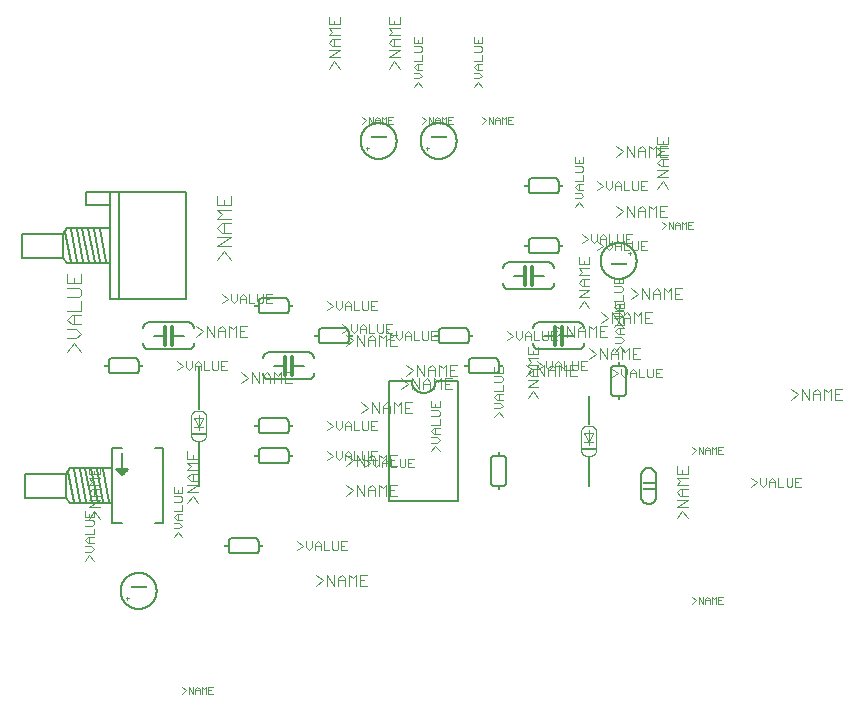
<source format=gto>
G75*
%MOIN*%
%OFA0B0*%
%FSLAX25Y25*%
%IPPOS*%
%LPD*%
%AMOC8*
5,1,8,0,0,1.08239X$1,22.5*
%
%ADD10C,0.00200*%
%ADD11C,0.00600*%
%ADD12C,0.01200*%
%ADD13C,0.00300*%
%ADD14C,0.00500*%
%ADD15C,0.00400*%
%ADD16R,0.00800X0.12200*%
%ADD17R,0.05000X0.01000*%
%ADD18R,0.01500X0.01000*%
%ADD19C,0.00800*%
%ADD20R,0.05400X0.00900*%
%ADD21R,0.01000X0.01500*%
%ADD22R,0.00800X0.07200*%
%ADD23R,0.04000X0.01000*%
D10*
X0054801Y0006680D02*
X0056269Y0007781D01*
X0054801Y0008882D01*
X0057011Y0008882D02*
X0058479Y0006680D01*
X0058479Y0008882D01*
X0059221Y0008148D02*
X0059955Y0008882D01*
X0060689Y0008148D01*
X0060689Y0006680D01*
X0061431Y0006680D02*
X0061431Y0008882D01*
X0062165Y0008148D01*
X0062899Y0008882D01*
X0062899Y0006680D01*
X0063641Y0006680D02*
X0065109Y0006680D01*
X0064375Y0007781D02*
X0063641Y0007781D01*
X0063641Y0008882D02*
X0063641Y0006680D01*
X0063641Y0008882D02*
X0065109Y0008882D01*
X0060689Y0007781D02*
X0059221Y0007781D01*
X0059221Y0008148D02*
X0059221Y0006680D01*
X0057011Y0006680D02*
X0057011Y0008882D01*
X0224801Y0036680D02*
X0226269Y0037781D01*
X0224801Y0038882D01*
X0227011Y0038882D02*
X0228479Y0036680D01*
X0228479Y0038882D01*
X0229221Y0038148D02*
X0229955Y0038882D01*
X0230689Y0038148D01*
X0230689Y0036680D01*
X0231431Y0036680D02*
X0231431Y0038882D01*
X0232165Y0038148D01*
X0232899Y0038882D01*
X0232899Y0036680D01*
X0233641Y0036680D02*
X0235109Y0036680D01*
X0234375Y0037781D02*
X0233641Y0037781D01*
X0233641Y0038882D02*
X0233641Y0036680D01*
X0233641Y0038882D02*
X0235109Y0038882D01*
X0230689Y0037781D02*
X0229221Y0037781D01*
X0229221Y0038148D02*
X0229221Y0036680D01*
X0227011Y0036680D02*
X0227011Y0038882D01*
X0227011Y0086680D02*
X0227011Y0088882D01*
X0228479Y0086680D01*
X0228479Y0088882D01*
X0229221Y0088148D02*
X0229955Y0088882D01*
X0230689Y0088148D01*
X0230689Y0086680D01*
X0231431Y0086680D02*
X0231431Y0088882D01*
X0232165Y0088148D01*
X0232899Y0088882D01*
X0232899Y0086680D01*
X0233641Y0086680D02*
X0235109Y0086680D01*
X0234375Y0087781D02*
X0233641Y0087781D01*
X0233641Y0088882D02*
X0233641Y0086680D01*
X0233641Y0088882D02*
X0235109Y0088882D01*
X0230689Y0087781D02*
X0229221Y0087781D01*
X0229221Y0088148D02*
X0229221Y0086680D01*
X0226269Y0087781D02*
X0224801Y0088882D01*
X0226269Y0087781D02*
X0224801Y0086680D01*
X0225109Y0161680D02*
X0223641Y0161680D01*
X0223641Y0163882D01*
X0225109Y0163882D01*
X0224375Y0162781D02*
X0223641Y0162781D01*
X0222899Y0163882D02*
X0222899Y0161680D01*
X0221431Y0161680D02*
X0221431Y0163882D01*
X0222165Y0163148D01*
X0222899Y0163882D01*
X0220689Y0163148D02*
X0220689Y0161680D01*
X0220689Y0162781D02*
X0219221Y0162781D01*
X0219221Y0163148D02*
X0219955Y0163882D01*
X0220689Y0163148D01*
X0219221Y0163148D02*
X0219221Y0161680D01*
X0218479Y0161680D02*
X0218479Y0163882D01*
X0217011Y0163882D02*
X0217011Y0161680D01*
X0216269Y0162781D02*
X0214801Y0161680D01*
X0216269Y0162781D02*
X0214801Y0163882D01*
X0217011Y0163882D02*
X0218479Y0161680D01*
X0165109Y0196680D02*
X0163641Y0196680D01*
X0163641Y0198882D01*
X0165109Y0198882D01*
X0164375Y0197781D02*
X0163641Y0197781D01*
X0162899Y0198882D02*
X0162899Y0196680D01*
X0161431Y0196680D02*
X0161431Y0198882D01*
X0162165Y0198148D01*
X0162899Y0198882D01*
X0160689Y0198148D02*
X0160689Y0196680D01*
X0160689Y0197781D02*
X0159221Y0197781D01*
X0159221Y0198148D02*
X0159221Y0196680D01*
X0158479Y0196680D02*
X0158479Y0198882D01*
X0159221Y0198148D02*
X0159955Y0198882D01*
X0160689Y0198148D01*
X0158479Y0196680D02*
X0157011Y0198882D01*
X0157011Y0196680D01*
X0156269Y0197781D02*
X0154801Y0196680D01*
X0156269Y0197781D02*
X0154801Y0198882D01*
X0145109Y0198882D02*
X0143641Y0198882D01*
X0143641Y0196680D01*
X0145109Y0196680D01*
X0144375Y0197781D02*
X0143641Y0197781D01*
X0142899Y0198882D02*
X0142899Y0196680D01*
X0141431Y0196680D02*
X0141431Y0198882D01*
X0142165Y0198148D01*
X0142899Y0198882D01*
X0140689Y0198148D02*
X0140689Y0196680D01*
X0140689Y0197781D02*
X0139221Y0197781D01*
X0139221Y0198148D02*
X0139221Y0196680D01*
X0138479Y0196680D02*
X0138479Y0198882D01*
X0139221Y0198148D02*
X0139955Y0198882D01*
X0140689Y0198148D01*
X0138479Y0196680D02*
X0137011Y0198882D01*
X0137011Y0196680D01*
X0136269Y0197781D02*
X0134801Y0196680D01*
X0136269Y0197781D02*
X0134801Y0198882D01*
X0125109Y0198882D02*
X0123641Y0198882D01*
X0123641Y0196680D01*
X0125109Y0196680D01*
X0124375Y0197781D02*
X0123641Y0197781D01*
X0122899Y0198882D02*
X0122899Y0196680D01*
X0121431Y0196680D02*
X0121431Y0198882D01*
X0122165Y0198148D01*
X0122899Y0198882D01*
X0120689Y0198148D02*
X0120689Y0196680D01*
X0120689Y0197781D02*
X0119221Y0197781D01*
X0119221Y0198148D02*
X0119221Y0196680D01*
X0118479Y0196680D02*
X0118479Y0198882D01*
X0119221Y0198148D02*
X0119955Y0198882D01*
X0120689Y0198148D01*
X0118479Y0196680D02*
X0117011Y0198882D01*
X0117011Y0196680D01*
X0116269Y0197781D02*
X0114801Y0196680D01*
X0116269Y0197781D02*
X0114801Y0198882D01*
D11*
X0163837Y0150500D02*
X0176837Y0150500D01*
X0176924Y0150498D01*
X0177011Y0150492D01*
X0177098Y0150483D01*
X0177184Y0150470D01*
X0177270Y0150453D01*
X0177355Y0150432D01*
X0177438Y0150407D01*
X0177521Y0150379D01*
X0177602Y0150348D01*
X0177682Y0150313D01*
X0177760Y0150274D01*
X0177837Y0150232D01*
X0177912Y0150187D01*
X0177984Y0150138D01*
X0178055Y0150087D01*
X0178123Y0150032D01*
X0178188Y0149975D01*
X0178251Y0149914D01*
X0178312Y0149851D01*
X0178369Y0149786D01*
X0178424Y0149718D01*
X0178475Y0149647D01*
X0178524Y0149575D01*
X0178569Y0149500D01*
X0178611Y0149423D01*
X0178650Y0149345D01*
X0178685Y0149265D01*
X0178716Y0149184D01*
X0178744Y0149101D01*
X0178769Y0149018D01*
X0178790Y0148933D01*
X0178807Y0148847D01*
X0178820Y0148761D01*
X0178829Y0148674D01*
X0178835Y0148587D01*
X0178837Y0148500D01*
X0175337Y0146000D02*
X0171537Y0146000D01*
X0169037Y0146000D02*
X0165337Y0146000D01*
X0161837Y0143500D02*
X0161839Y0143413D01*
X0161845Y0143326D01*
X0161854Y0143239D01*
X0161867Y0143153D01*
X0161884Y0143067D01*
X0161905Y0142982D01*
X0161930Y0142899D01*
X0161958Y0142816D01*
X0161989Y0142735D01*
X0162024Y0142655D01*
X0162063Y0142577D01*
X0162105Y0142500D01*
X0162150Y0142425D01*
X0162199Y0142353D01*
X0162250Y0142282D01*
X0162305Y0142214D01*
X0162362Y0142149D01*
X0162423Y0142086D01*
X0162486Y0142025D01*
X0162551Y0141968D01*
X0162619Y0141913D01*
X0162690Y0141862D01*
X0162762Y0141813D01*
X0162837Y0141768D01*
X0162914Y0141726D01*
X0162992Y0141687D01*
X0163072Y0141652D01*
X0163153Y0141621D01*
X0163236Y0141593D01*
X0163319Y0141568D01*
X0163404Y0141547D01*
X0163490Y0141530D01*
X0163576Y0141517D01*
X0163663Y0141508D01*
X0163750Y0141502D01*
X0163837Y0141500D01*
X0176837Y0141500D01*
X0176924Y0141502D01*
X0177011Y0141508D01*
X0177098Y0141517D01*
X0177184Y0141530D01*
X0177270Y0141547D01*
X0177355Y0141568D01*
X0177438Y0141593D01*
X0177521Y0141621D01*
X0177602Y0141652D01*
X0177682Y0141687D01*
X0177760Y0141726D01*
X0177837Y0141768D01*
X0177912Y0141813D01*
X0177984Y0141862D01*
X0178055Y0141913D01*
X0178123Y0141968D01*
X0178188Y0142025D01*
X0178251Y0142086D01*
X0178312Y0142149D01*
X0178369Y0142214D01*
X0178424Y0142282D01*
X0178475Y0142353D01*
X0178524Y0142425D01*
X0178569Y0142500D01*
X0178611Y0142577D01*
X0178650Y0142655D01*
X0178685Y0142735D01*
X0178716Y0142816D01*
X0178744Y0142899D01*
X0178769Y0142982D01*
X0178790Y0143067D01*
X0178807Y0143153D01*
X0178820Y0143239D01*
X0178829Y0143326D01*
X0178835Y0143413D01*
X0178837Y0143500D01*
X0179337Y0153500D02*
X0171337Y0153500D01*
X0171277Y0153502D01*
X0171216Y0153507D01*
X0171157Y0153516D01*
X0171098Y0153529D01*
X0171039Y0153545D01*
X0170982Y0153565D01*
X0170927Y0153588D01*
X0170872Y0153615D01*
X0170820Y0153644D01*
X0170769Y0153677D01*
X0170720Y0153713D01*
X0170674Y0153751D01*
X0170630Y0153793D01*
X0170588Y0153837D01*
X0170550Y0153883D01*
X0170514Y0153932D01*
X0170481Y0153983D01*
X0170452Y0154035D01*
X0170425Y0154090D01*
X0170402Y0154145D01*
X0170382Y0154202D01*
X0170366Y0154261D01*
X0170353Y0154320D01*
X0170344Y0154379D01*
X0170339Y0154440D01*
X0170337Y0154500D01*
X0170337Y0157500D01*
X0170339Y0157560D01*
X0170344Y0157621D01*
X0170353Y0157680D01*
X0170366Y0157739D01*
X0170382Y0157798D01*
X0170402Y0157855D01*
X0170425Y0157910D01*
X0170452Y0157965D01*
X0170481Y0158017D01*
X0170514Y0158068D01*
X0170550Y0158117D01*
X0170588Y0158163D01*
X0170630Y0158207D01*
X0170674Y0158249D01*
X0170720Y0158287D01*
X0170769Y0158323D01*
X0170820Y0158356D01*
X0170872Y0158385D01*
X0170927Y0158412D01*
X0170982Y0158435D01*
X0171039Y0158455D01*
X0171098Y0158471D01*
X0171157Y0158484D01*
X0171216Y0158493D01*
X0171277Y0158498D01*
X0171337Y0158500D01*
X0179337Y0158500D01*
X0179397Y0158498D01*
X0179458Y0158493D01*
X0179517Y0158484D01*
X0179576Y0158471D01*
X0179635Y0158455D01*
X0179692Y0158435D01*
X0179747Y0158412D01*
X0179802Y0158385D01*
X0179854Y0158356D01*
X0179905Y0158323D01*
X0179954Y0158287D01*
X0180000Y0158249D01*
X0180044Y0158207D01*
X0180086Y0158163D01*
X0180124Y0158117D01*
X0180160Y0158068D01*
X0180193Y0158017D01*
X0180222Y0157965D01*
X0180249Y0157910D01*
X0180272Y0157855D01*
X0180292Y0157798D01*
X0180308Y0157739D01*
X0180321Y0157680D01*
X0180330Y0157621D01*
X0180335Y0157560D01*
X0180337Y0157500D01*
X0180337Y0154500D01*
X0180335Y0154440D01*
X0180330Y0154379D01*
X0180321Y0154320D01*
X0180308Y0154261D01*
X0180292Y0154202D01*
X0180272Y0154145D01*
X0180249Y0154090D01*
X0180222Y0154035D01*
X0180193Y0153983D01*
X0180160Y0153932D01*
X0180124Y0153883D01*
X0180086Y0153837D01*
X0180044Y0153793D01*
X0180000Y0153751D01*
X0179954Y0153713D01*
X0179905Y0153677D01*
X0179854Y0153644D01*
X0179802Y0153615D01*
X0179747Y0153588D01*
X0179692Y0153565D01*
X0179635Y0153545D01*
X0179576Y0153529D01*
X0179517Y0153516D01*
X0179458Y0153507D01*
X0179397Y0153502D01*
X0179337Y0153500D01*
X0179397Y0153502D01*
X0179458Y0153507D01*
X0179517Y0153516D01*
X0179576Y0153529D01*
X0179635Y0153545D01*
X0179692Y0153565D01*
X0179747Y0153588D01*
X0179802Y0153615D01*
X0179854Y0153644D01*
X0179905Y0153677D01*
X0179954Y0153713D01*
X0180000Y0153751D01*
X0180044Y0153793D01*
X0180086Y0153837D01*
X0180124Y0153883D01*
X0180160Y0153932D01*
X0180193Y0153983D01*
X0180222Y0154035D01*
X0180249Y0154090D01*
X0180272Y0154145D01*
X0180292Y0154202D01*
X0180308Y0154261D01*
X0180321Y0154320D01*
X0180330Y0154379D01*
X0180335Y0154440D01*
X0180337Y0154500D01*
X0180337Y0157500D02*
X0180335Y0157560D01*
X0180330Y0157621D01*
X0180321Y0157680D01*
X0180308Y0157739D01*
X0180292Y0157798D01*
X0180272Y0157855D01*
X0180249Y0157910D01*
X0180222Y0157965D01*
X0180193Y0158017D01*
X0180160Y0158068D01*
X0180124Y0158117D01*
X0180086Y0158163D01*
X0180044Y0158207D01*
X0180000Y0158249D01*
X0179954Y0158287D01*
X0179905Y0158323D01*
X0179854Y0158356D01*
X0179802Y0158385D01*
X0179747Y0158412D01*
X0179692Y0158435D01*
X0179635Y0158455D01*
X0179576Y0158471D01*
X0179517Y0158484D01*
X0179458Y0158493D01*
X0179397Y0158498D01*
X0179337Y0158500D01*
X0171337Y0158500D02*
X0171277Y0158498D01*
X0171216Y0158493D01*
X0171157Y0158484D01*
X0171098Y0158471D01*
X0171039Y0158455D01*
X0170982Y0158435D01*
X0170927Y0158412D01*
X0170872Y0158385D01*
X0170820Y0158356D01*
X0170769Y0158323D01*
X0170720Y0158287D01*
X0170674Y0158249D01*
X0170630Y0158207D01*
X0170588Y0158163D01*
X0170550Y0158117D01*
X0170514Y0158068D01*
X0170481Y0158017D01*
X0170452Y0157965D01*
X0170425Y0157910D01*
X0170402Y0157855D01*
X0170382Y0157798D01*
X0170366Y0157739D01*
X0170353Y0157680D01*
X0170344Y0157621D01*
X0170339Y0157560D01*
X0170337Y0157500D01*
X0170337Y0154500D02*
X0170339Y0154440D01*
X0170344Y0154379D01*
X0170353Y0154320D01*
X0170366Y0154261D01*
X0170382Y0154202D01*
X0170402Y0154145D01*
X0170425Y0154090D01*
X0170452Y0154035D01*
X0170481Y0153983D01*
X0170514Y0153932D01*
X0170550Y0153883D01*
X0170588Y0153837D01*
X0170630Y0153793D01*
X0170674Y0153751D01*
X0170720Y0153713D01*
X0170769Y0153677D01*
X0170820Y0153644D01*
X0170872Y0153615D01*
X0170927Y0153588D01*
X0170982Y0153565D01*
X0171039Y0153545D01*
X0171098Y0153529D01*
X0171157Y0153516D01*
X0171216Y0153507D01*
X0171277Y0153502D01*
X0171337Y0153500D01*
X0163837Y0150500D02*
X0163750Y0150498D01*
X0163663Y0150492D01*
X0163576Y0150483D01*
X0163490Y0150470D01*
X0163404Y0150453D01*
X0163319Y0150432D01*
X0163236Y0150407D01*
X0163153Y0150379D01*
X0163072Y0150348D01*
X0162992Y0150313D01*
X0162914Y0150274D01*
X0162837Y0150232D01*
X0162762Y0150187D01*
X0162690Y0150138D01*
X0162619Y0150087D01*
X0162551Y0150032D01*
X0162486Y0149975D01*
X0162423Y0149914D01*
X0162362Y0149851D01*
X0162305Y0149786D01*
X0162250Y0149718D01*
X0162199Y0149647D01*
X0162150Y0149575D01*
X0162105Y0149500D01*
X0162063Y0149423D01*
X0162024Y0149345D01*
X0161989Y0149265D01*
X0161958Y0149184D01*
X0161930Y0149101D01*
X0161905Y0149018D01*
X0161884Y0148933D01*
X0161867Y0148847D01*
X0161854Y0148761D01*
X0161845Y0148674D01*
X0161839Y0148587D01*
X0161837Y0148500D01*
X0173837Y0130500D02*
X0186837Y0130500D01*
X0186924Y0130498D01*
X0187011Y0130492D01*
X0187098Y0130483D01*
X0187184Y0130470D01*
X0187270Y0130453D01*
X0187355Y0130432D01*
X0187438Y0130407D01*
X0187521Y0130379D01*
X0187602Y0130348D01*
X0187682Y0130313D01*
X0187760Y0130274D01*
X0187837Y0130232D01*
X0187912Y0130187D01*
X0187984Y0130138D01*
X0188055Y0130087D01*
X0188123Y0130032D01*
X0188188Y0129975D01*
X0188251Y0129914D01*
X0188312Y0129851D01*
X0188369Y0129786D01*
X0188424Y0129718D01*
X0188475Y0129647D01*
X0188524Y0129575D01*
X0188569Y0129500D01*
X0188611Y0129423D01*
X0188650Y0129345D01*
X0188685Y0129265D01*
X0188716Y0129184D01*
X0188744Y0129101D01*
X0188769Y0129018D01*
X0188790Y0128933D01*
X0188807Y0128847D01*
X0188820Y0128761D01*
X0188829Y0128674D01*
X0188835Y0128587D01*
X0188837Y0128500D01*
X0185337Y0126000D02*
X0181637Y0126000D01*
X0179137Y0126000D02*
X0175337Y0126000D01*
X0171837Y0123500D02*
X0171839Y0123413D01*
X0171845Y0123326D01*
X0171854Y0123239D01*
X0171867Y0123153D01*
X0171884Y0123067D01*
X0171905Y0122982D01*
X0171930Y0122899D01*
X0171958Y0122816D01*
X0171989Y0122735D01*
X0172024Y0122655D01*
X0172063Y0122577D01*
X0172105Y0122500D01*
X0172150Y0122425D01*
X0172199Y0122353D01*
X0172250Y0122282D01*
X0172305Y0122214D01*
X0172362Y0122149D01*
X0172423Y0122086D01*
X0172486Y0122025D01*
X0172551Y0121968D01*
X0172619Y0121913D01*
X0172690Y0121862D01*
X0172762Y0121813D01*
X0172837Y0121768D01*
X0172914Y0121726D01*
X0172992Y0121687D01*
X0173072Y0121652D01*
X0173153Y0121621D01*
X0173236Y0121593D01*
X0173319Y0121568D01*
X0173404Y0121547D01*
X0173490Y0121530D01*
X0173576Y0121517D01*
X0173663Y0121508D01*
X0173750Y0121502D01*
X0173837Y0121500D01*
X0186837Y0121500D01*
X0186924Y0121502D01*
X0187011Y0121508D01*
X0187098Y0121517D01*
X0187184Y0121530D01*
X0187270Y0121547D01*
X0187355Y0121568D01*
X0187438Y0121593D01*
X0187521Y0121621D01*
X0187602Y0121652D01*
X0187682Y0121687D01*
X0187760Y0121726D01*
X0187837Y0121768D01*
X0187912Y0121813D01*
X0187984Y0121862D01*
X0188055Y0121913D01*
X0188123Y0121968D01*
X0188188Y0122025D01*
X0188251Y0122086D01*
X0188312Y0122149D01*
X0188369Y0122214D01*
X0188424Y0122282D01*
X0188475Y0122353D01*
X0188524Y0122425D01*
X0188569Y0122500D01*
X0188611Y0122577D01*
X0188650Y0122655D01*
X0188685Y0122735D01*
X0188716Y0122816D01*
X0188744Y0122899D01*
X0188769Y0122982D01*
X0188790Y0123067D01*
X0188807Y0123153D01*
X0188820Y0123239D01*
X0188829Y0123326D01*
X0188835Y0123413D01*
X0188837Y0123500D01*
X0197837Y0115000D02*
X0197837Y0107000D01*
X0197839Y0106940D01*
X0197844Y0106879D01*
X0197853Y0106820D01*
X0197866Y0106761D01*
X0197882Y0106702D01*
X0197902Y0106645D01*
X0197925Y0106590D01*
X0197952Y0106535D01*
X0197981Y0106483D01*
X0198014Y0106432D01*
X0198050Y0106383D01*
X0198088Y0106337D01*
X0198130Y0106293D01*
X0198174Y0106251D01*
X0198220Y0106213D01*
X0198269Y0106177D01*
X0198320Y0106144D01*
X0198372Y0106115D01*
X0198427Y0106088D01*
X0198482Y0106065D01*
X0198539Y0106045D01*
X0198598Y0106029D01*
X0198657Y0106016D01*
X0198716Y0106007D01*
X0198777Y0106002D01*
X0198837Y0106000D01*
X0201837Y0106000D01*
X0201897Y0106002D01*
X0201958Y0106007D01*
X0202017Y0106016D01*
X0202076Y0106029D01*
X0202135Y0106045D01*
X0202192Y0106065D01*
X0202247Y0106088D01*
X0202302Y0106115D01*
X0202354Y0106144D01*
X0202405Y0106177D01*
X0202454Y0106213D01*
X0202500Y0106251D01*
X0202544Y0106293D01*
X0202586Y0106337D01*
X0202624Y0106383D01*
X0202660Y0106432D01*
X0202693Y0106483D01*
X0202722Y0106535D01*
X0202749Y0106590D01*
X0202772Y0106645D01*
X0202792Y0106702D01*
X0202808Y0106761D01*
X0202821Y0106820D01*
X0202830Y0106879D01*
X0202835Y0106940D01*
X0202837Y0107000D01*
X0202837Y0115000D01*
X0202835Y0115060D01*
X0202830Y0115121D01*
X0202821Y0115180D01*
X0202808Y0115239D01*
X0202792Y0115298D01*
X0202772Y0115355D01*
X0202749Y0115410D01*
X0202722Y0115465D01*
X0202693Y0115517D01*
X0202660Y0115568D01*
X0202624Y0115617D01*
X0202586Y0115663D01*
X0202544Y0115707D01*
X0202500Y0115749D01*
X0202454Y0115787D01*
X0202405Y0115823D01*
X0202354Y0115856D01*
X0202302Y0115885D01*
X0202247Y0115912D01*
X0202192Y0115935D01*
X0202135Y0115955D01*
X0202076Y0115971D01*
X0202017Y0115984D01*
X0201958Y0115993D01*
X0201897Y0115998D01*
X0201837Y0116000D01*
X0198837Y0116000D01*
X0198777Y0115998D01*
X0198716Y0115993D01*
X0198657Y0115984D01*
X0198598Y0115971D01*
X0198539Y0115955D01*
X0198482Y0115935D01*
X0198427Y0115912D01*
X0198372Y0115885D01*
X0198320Y0115856D01*
X0198269Y0115823D01*
X0198220Y0115787D01*
X0198174Y0115749D01*
X0198130Y0115707D01*
X0198088Y0115663D01*
X0198050Y0115617D01*
X0198014Y0115568D01*
X0197981Y0115517D01*
X0197952Y0115465D01*
X0197925Y0115410D01*
X0197902Y0115355D01*
X0197882Y0115298D01*
X0197866Y0115239D01*
X0197853Y0115180D01*
X0197844Y0115121D01*
X0197839Y0115060D01*
X0197837Y0115000D01*
X0197839Y0115060D01*
X0197844Y0115121D01*
X0197853Y0115180D01*
X0197866Y0115239D01*
X0197882Y0115298D01*
X0197902Y0115355D01*
X0197925Y0115410D01*
X0197952Y0115465D01*
X0197981Y0115517D01*
X0198014Y0115568D01*
X0198050Y0115617D01*
X0198088Y0115663D01*
X0198130Y0115707D01*
X0198174Y0115749D01*
X0198220Y0115787D01*
X0198269Y0115823D01*
X0198320Y0115856D01*
X0198372Y0115885D01*
X0198427Y0115912D01*
X0198482Y0115935D01*
X0198539Y0115955D01*
X0198598Y0115971D01*
X0198657Y0115984D01*
X0198716Y0115993D01*
X0198777Y0115998D01*
X0198837Y0116000D01*
X0201837Y0116000D02*
X0201897Y0115998D01*
X0201958Y0115993D01*
X0202017Y0115984D01*
X0202076Y0115971D01*
X0202135Y0115955D01*
X0202192Y0115935D01*
X0202247Y0115912D01*
X0202302Y0115885D01*
X0202354Y0115856D01*
X0202405Y0115823D01*
X0202454Y0115787D01*
X0202500Y0115749D01*
X0202544Y0115707D01*
X0202586Y0115663D01*
X0202624Y0115617D01*
X0202660Y0115568D01*
X0202693Y0115517D01*
X0202722Y0115465D01*
X0202749Y0115410D01*
X0202772Y0115355D01*
X0202792Y0115298D01*
X0202808Y0115239D01*
X0202821Y0115180D01*
X0202830Y0115121D01*
X0202835Y0115060D01*
X0202837Y0115000D01*
X0202837Y0107000D02*
X0202835Y0106940D01*
X0202830Y0106879D01*
X0202821Y0106820D01*
X0202808Y0106761D01*
X0202792Y0106702D01*
X0202772Y0106645D01*
X0202749Y0106590D01*
X0202722Y0106535D01*
X0202693Y0106483D01*
X0202660Y0106432D01*
X0202624Y0106383D01*
X0202586Y0106337D01*
X0202544Y0106293D01*
X0202500Y0106251D01*
X0202454Y0106213D01*
X0202405Y0106177D01*
X0202354Y0106144D01*
X0202302Y0106115D01*
X0202247Y0106088D01*
X0202192Y0106065D01*
X0202135Y0106045D01*
X0202076Y0106029D01*
X0202017Y0106016D01*
X0201958Y0106007D01*
X0201897Y0106002D01*
X0201837Y0106000D01*
X0198837Y0106000D02*
X0198777Y0106002D01*
X0198716Y0106007D01*
X0198657Y0106016D01*
X0198598Y0106029D01*
X0198539Y0106045D01*
X0198482Y0106065D01*
X0198427Y0106088D01*
X0198372Y0106115D01*
X0198320Y0106144D01*
X0198269Y0106177D01*
X0198220Y0106213D01*
X0198174Y0106251D01*
X0198130Y0106293D01*
X0198088Y0106337D01*
X0198050Y0106383D01*
X0198014Y0106432D01*
X0197981Y0106483D01*
X0197952Y0106535D01*
X0197925Y0106590D01*
X0197902Y0106645D01*
X0197882Y0106702D01*
X0197866Y0106761D01*
X0197853Y0106820D01*
X0197844Y0106879D01*
X0197839Y0106940D01*
X0197837Y0107000D01*
X0173837Y0130500D02*
X0173750Y0130498D01*
X0173663Y0130492D01*
X0173576Y0130483D01*
X0173490Y0130470D01*
X0173404Y0130453D01*
X0173319Y0130432D01*
X0173236Y0130407D01*
X0173153Y0130379D01*
X0173072Y0130348D01*
X0172992Y0130313D01*
X0172914Y0130274D01*
X0172837Y0130232D01*
X0172762Y0130187D01*
X0172690Y0130138D01*
X0172619Y0130087D01*
X0172551Y0130032D01*
X0172486Y0129975D01*
X0172423Y0129914D01*
X0172362Y0129851D01*
X0172305Y0129786D01*
X0172250Y0129718D01*
X0172199Y0129647D01*
X0172150Y0129575D01*
X0172105Y0129500D01*
X0172063Y0129423D01*
X0172024Y0129345D01*
X0171989Y0129265D01*
X0171958Y0129184D01*
X0171930Y0129101D01*
X0171905Y0129018D01*
X0171884Y0128933D01*
X0171867Y0128847D01*
X0171854Y0128761D01*
X0171845Y0128674D01*
X0171839Y0128587D01*
X0171837Y0128500D01*
X0160337Y0117500D02*
X0160337Y0114500D01*
X0160335Y0114440D01*
X0160330Y0114379D01*
X0160321Y0114320D01*
X0160308Y0114261D01*
X0160292Y0114202D01*
X0160272Y0114145D01*
X0160249Y0114090D01*
X0160222Y0114035D01*
X0160193Y0113983D01*
X0160160Y0113932D01*
X0160124Y0113883D01*
X0160086Y0113837D01*
X0160044Y0113793D01*
X0160000Y0113751D01*
X0159954Y0113713D01*
X0159905Y0113677D01*
X0159854Y0113644D01*
X0159802Y0113615D01*
X0159747Y0113588D01*
X0159692Y0113565D01*
X0159635Y0113545D01*
X0159576Y0113529D01*
X0159517Y0113516D01*
X0159458Y0113507D01*
X0159397Y0113502D01*
X0159337Y0113500D01*
X0151337Y0113500D01*
X0151277Y0113502D01*
X0151216Y0113507D01*
X0151157Y0113516D01*
X0151098Y0113529D01*
X0151039Y0113545D01*
X0150982Y0113565D01*
X0150927Y0113588D01*
X0150872Y0113615D01*
X0150820Y0113644D01*
X0150769Y0113677D01*
X0150720Y0113713D01*
X0150674Y0113751D01*
X0150630Y0113793D01*
X0150588Y0113837D01*
X0150550Y0113883D01*
X0150514Y0113932D01*
X0150481Y0113983D01*
X0150452Y0114035D01*
X0150425Y0114090D01*
X0150402Y0114145D01*
X0150382Y0114202D01*
X0150366Y0114261D01*
X0150353Y0114320D01*
X0150344Y0114379D01*
X0150339Y0114440D01*
X0150337Y0114500D01*
X0150337Y0117500D01*
X0150339Y0117560D01*
X0150344Y0117621D01*
X0150353Y0117680D01*
X0150366Y0117739D01*
X0150382Y0117798D01*
X0150402Y0117855D01*
X0150425Y0117910D01*
X0150452Y0117965D01*
X0150481Y0118017D01*
X0150514Y0118068D01*
X0150550Y0118117D01*
X0150588Y0118163D01*
X0150630Y0118207D01*
X0150674Y0118249D01*
X0150720Y0118287D01*
X0150769Y0118323D01*
X0150820Y0118356D01*
X0150872Y0118385D01*
X0150927Y0118412D01*
X0150982Y0118435D01*
X0151039Y0118455D01*
X0151098Y0118471D01*
X0151157Y0118484D01*
X0151216Y0118493D01*
X0151277Y0118498D01*
X0151337Y0118500D01*
X0159337Y0118500D01*
X0159397Y0118498D01*
X0159458Y0118493D01*
X0159517Y0118484D01*
X0159576Y0118471D01*
X0159635Y0118455D01*
X0159692Y0118435D01*
X0159747Y0118412D01*
X0159802Y0118385D01*
X0159854Y0118356D01*
X0159905Y0118323D01*
X0159954Y0118287D01*
X0160000Y0118249D01*
X0160044Y0118207D01*
X0160086Y0118163D01*
X0160124Y0118117D01*
X0160160Y0118068D01*
X0160193Y0118017D01*
X0160222Y0117965D01*
X0160249Y0117910D01*
X0160272Y0117855D01*
X0160292Y0117798D01*
X0160308Y0117739D01*
X0160321Y0117680D01*
X0160330Y0117621D01*
X0160335Y0117560D01*
X0160337Y0117500D01*
X0160335Y0117560D01*
X0160330Y0117621D01*
X0160321Y0117680D01*
X0160308Y0117739D01*
X0160292Y0117798D01*
X0160272Y0117855D01*
X0160249Y0117910D01*
X0160222Y0117965D01*
X0160193Y0118017D01*
X0160160Y0118068D01*
X0160124Y0118117D01*
X0160086Y0118163D01*
X0160044Y0118207D01*
X0160000Y0118249D01*
X0159954Y0118287D01*
X0159905Y0118323D01*
X0159854Y0118356D01*
X0159802Y0118385D01*
X0159747Y0118412D01*
X0159692Y0118435D01*
X0159635Y0118455D01*
X0159576Y0118471D01*
X0159517Y0118484D01*
X0159458Y0118493D01*
X0159397Y0118498D01*
X0159337Y0118500D01*
X0160337Y0114500D02*
X0160335Y0114440D01*
X0160330Y0114379D01*
X0160321Y0114320D01*
X0160308Y0114261D01*
X0160292Y0114202D01*
X0160272Y0114145D01*
X0160249Y0114090D01*
X0160222Y0114035D01*
X0160193Y0113983D01*
X0160160Y0113932D01*
X0160124Y0113883D01*
X0160086Y0113837D01*
X0160044Y0113793D01*
X0160000Y0113751D01*
X0159954Y0113713D01*
X0159905Y0113677D01*
X0159854Y0113644D01*
X0159802Y0113615D01*
X0159747Y0113588D01*
X0159692Y0113565D01*
X0159635Y0113545D01*
X0159576Y0113529D01*
X0159517Y0113516D01*
X0159458Y0113507D01*
X0159397Y0113502D01*
X0159337Y0113500D01*
X0151337Y0113500D02*
X0151277Y0113502D01*
X0151216Y0113507D01*
X0151157Y0113516D01*
X0151098Y0113529D01*
X0151039Y0113545D01*
X0150982Y0113565D01*
X0150927Y0113588D01*
X0150872Y0113615D01*
X0150820Y0113644D01*
X0150769Y0113677D01*
X0150720Y0113713D01*
X0150674Y0113751D01*
X0150630Y0113793D01*
X0150588Y0113837D01*
X0150550Y0113883D01*
X0150514Y0113932D01*
X0150481Y0113983D01*
X0150452Y0114035D01*
X0150425Y0114090D01*
X0150402Y0114145D01*
X0150382Y0114202D01*
X0150366Y0114261D01*
X0150353Y0114320D01*
X0150344Y0114379D01*
X0150339Y0114440D01*
X0150337Y0114500D01*
X0150337Y0117500D02*
X0150339Y0117560D01*
X0150344Y0117621D01*
X0150353Y0117680D01*
X0150366Y0117739D01*
X0150382Y0117798D01*
X0150402Y0117855D01*
X0150425Y0117910D01*
X0150452Y0117965D01*
X0150481Y0118017D01*
X0150514Y0118068D01*
X0150550Y0118117D01*
X0150588Y0118163D01*
X0150630Y0118207D01*
X0150674Y0118249D01*
X0150720Y0118287D01*
X0150769Y0118323D01*
X0150820Y0118356D01*
X0150872Y0118385D01*
X0150927Y0118412D01*
X0150982Y0118435D01*
X0151039Y0118455D01*
X0151098Y0118471D01*
X0151157Y0118484D01*
X0151216Y0118493D01*
X0151277Y0118498D01*
X0151337Y0118500D01*
X0149337Y0123500D02*
X0141337Y0123500D01*
X0141277Y0123502D01*
X0141216Y0123507D01*
X0141157Y0123516D01*
X0141098Y0123529D01*
X0141039Y0123545D01*
X0140982Y0123565D01*
X0140927Y0123588D01*
X0140872Y0123615D01*
X0140820Y0123644D01*
X0140769Y0123677D01*
X0140720Y0123713D01*
X0140674Y0123751D01*
X0140630Y0123793D01*
X0140588Y0123837D01*
X0140550Y0123883D01*
X0140514Y0123932D01*
X0140481Y0123983D01*
X0140452Y0124035D01*
X0140425Y0124090D01*
X0140402Y0124145D01*
X0140382Y0124202D01*
X0140366Y0124261D01*
X0140353Y0124320D01*
X0140344Y0124379D01*
X0140339Y0124440D01*
X0140337Y0124500D01*
X0140337Y0127500D01*
X0140339Y0127560D01*
X0140344Y0127621D01*
X0140353Y0127680D01*
X0140366Y0127739D01*
X0140382Y0127798D01*
X0140402Y0127855D01*
X0140425Y0127910D01*
X0140452Y0127965D01*
X0140481Y0128017D01*
X0140514Y0128068D01*
X0140550Y0128117D01*
X0140588Y0128163D01*
X0140630Y0128207D01*
X0140674Y0128249D01*
X0140720Y0128287D01*
X0140769Y0128323D01*
X0140820Y0128356D01*
X0140872Y0128385D01*
X0140927Y0128412D01*
X0140982Y0128435D01*
X0141039Y0128455D01*
X0141098Y0128471D01*
X0141157Y0128484D01*
X0141216Y0128493D01*
X0141277Y0128498D01*
X0141337Y0128500D01*
X0149337Y0128500D01*
X0149397Y0128498D01*
X0149458Y0128493D01*
X0149517Y0128484D01*
X0149576Y0128471D01*
X0149635Y0128455D01*
X0149692Y0128435D01*
X0149747Y0128412D01*
X0149802Y0128385D01*
X0149854Y0128356D01*
X0149905Y0128323D01*
X0149954Y0128287D01*
X0150000Y0128249D01*
X0150044Y0128207D01*
X0150086Y0128163D01*
X0150124Y0128117D01*
X0150160Y0128068D01*
X0150193Y0128017D01*
X0150222Y0127965D01*
X0150249Y0127910D01*
X0150272Y0127855D01*
X0150292Y0127798D01*
X0150308Y0127739D01*
X0150321Y0127680D01*
X0150330Y0127621D01*
X0150335Y0127560D01*
X0150337Y0127500D01*
X0150337Y0124500D01*
X0150335Y0124440D01*
X0150330Y0124379D01*
X0150321Y0124320D01*
X0150308Y0124261D01*
X0150292Y0124202D01*
X0150272Y0124145D01*
X0150249Y0124090D01*
X0150222Y0124035D01*
X0150193Y0123983D01*
X0150160Y0123932D01*
X0150124Y0123883D01*
X0150086Y0123837D01*
X0150044Y0123793D01*
X0150000Y0123751D01*
X0149954Y0123713D01*
X0149905Y0123677D01*
X0149854Y0123644D01*
X0149802Y0123615D01*
X0149747Y0123588D01*
X0149692Y0123565D01*
X0149635Y0123545D01*
X0149576Y0123529D01*
X0149517Y0123516D01*
X0149458Y0123507D01*
X0149397Y0123502D01*
X0149337Y0123500D01*
X0149397Y0123502D01*
X0149458Y0123507D01*
X0149517Y0123516D01*
X0149576Y0123529D01*
X0149635Y0123545D01*
X0149692Y0123565D01*
X0149747Y0123588D01*
X0149802Y0123615D01*
X0149854Y0123644D01*
X0149905Y0123677D01*
X0149954Y0123713D01*
X0150000Y0123751D01*
X0150044Y0123793D01*
X0150086Y0123837D01*
X0150124Y0123883D01*
X0150160Y0123932D01*
X0150193Y0123983D01*
X0150222Y0124035D01*
X0150249Y0124090D01*
X0150272Y0124145D01*
X0150292Y0124202D01*
X0150308Y0124261D01*
X0150321Y0124320D01*
X0150330Y0124379D01*
X0150335Y0124440D01*
X0150337Y0124500D01*
X0150337Y0127500D02*
X0150335Y0127560D01*
X0150330Y0127621D01*
X0150321Y0127680D01*
X0150308Y0127739D01*
X0150292Y0127798D01*
X0150272Y0127855D01*
X0150249Y0127910D01*
X0150222Y0127965D01*
X0150193Y0128017D01*
X0150160Y0128068D01*
X0150124Y0128117D01*
X0150086Y0128163D01*
X0150044Y0128207D01*
X0150000Y0128249D01*
X0149954Y0128287D01*
X0149905Y0128323D01*
X0149854Y0128356D01*
X0149802Y0128385D01*
X0149747Y0128412D01*
X0149692Y0128435D01*
X0149635Y0128455D01*
X0149576Y0128471D01*
X0149517Y0128484D01*
X0149458Y0128493D01*
X0149397Y0128498D01*
X0149337Y0128500D01*
X0141337Y0128500D02*
X0141277Y0128498D01*
X0141216Y0128493D01*
X0141157Y0128484D01*
X0141098Y0128471D01*
X0141039Y0128455D01*
X0140982Y0128435D01*
X0140927Y0128412D01*
X0140872Y0128385D01*
X0140820Y0128356D01*
X0140769Y0128323D01*
X0140720Y0128287D01*
X0140674Y0128249D01*
X0140630Y0128207D01*
X0140588Y0128163D01*
X0140550Y0128117D01*
X0140514Y0128068D01*
X0140481Y0128017D01*
X0140452Y0127965D01*
X0140425Y0127910D01*
X0140402Y0127855D01*
X0140382Y0127798D01*
X0140366Y0127739D01*
X0140353Y0127680D01*
X0140344Y0127621D01*
X0140339Y0127560D01*
X0140337Y0127500D01*
X0140337Y0124500D02*
X0140339Y0124440D01*
X0140344Y0124379D01*
X0140353Y0124320D01*
X0140366Y0124261D01*
X0140382Y0124202D01*
X0140402Y0124145D01*
X0140425Y0124090D01*
X0140452Y0124035D01*
X0140481Y0123983D01*
X0140514Y0123932D01*
X0140550Y0123883D01*
X0140588Y0123837D01*
X0140630Y0123793D01*
X0140674Y0123751D01*
X0140720Y0123713D01*
X0140769Y0123677D01*
X0140820Y0123644D01*
X0140872Y0123615D01*
X0140927Y0123588D01*
X0140982Y0123565D01*
X0141039Y0123545D01*
X0141098Y0123529D01*
X0141157Y0123516D01*
X0141216Y0123507D01*
X0141277Y0123502D01*
X0141337Y0123500D01*
X0139337Y0111000D02*
X0146837Y0111000D01*
X0146837Y0071000D01*
X0123837Y0071000D01*
X0123837Y0111000D01*
X0131337Y0111000D01*
X0131339Y0110874D01*
X0131345Y0110749D01*
X0131355Y0110624D01*
X0131369Y0110499D01*
X0131386Y0110374D01*
X0131408Y0110250D01*
X0131433Y0110127D01*
X0131463Y0110005D01*
X0131496Y0109884D01*
X0131533Y0109764D01*
X0131573Y0109645D01*
X0131618Y0109528D01*
X0131666Y0109411D01*
X0131718Y0109297D01*
X0131773Y0109184D01*
X0131832Y0109073D01*
X0131894Y0108964D01*
X0131960Y0108857D01*
X0132029Y0108752D01*
X0132101Y0108649D01*
X0132176Y0108548D01*
X0132255Y0108450D01*
X0132337Y0108355D01*
X0132421Y0108262D01*
X0132509Y0108172D01*
X0132599Y0108084D01*
X0132692Y0108000D01*
X0132787Y0107918D01*
X0132885Y0107839D01*
X0132986Y0107764D01*
X0133089Y0107692D01*
X0133194Y0107623D01*
X0133301Y0107557D01*
X0133410Y0107495D01*
X0133521Y0107436D01*
X0133634Y0107381D01*
X0133748Y0107329D01*
X0133865Y0107281D01*
X0133982Y0107236D01*
X0134101Y0107196D01*
X0134221Y0107159D01*
X0134342Y0107126D01*
X0134464Y0107096D01*
X0134587Y0107071D01*
X0134711Y0107049D01*
X0134836Y0107032D01*
X0134961Y0107018D01*
X0135086Y0107008D01*
X0135211Y0107002D01*
X0135337Y0107000D01*
X0135463Y0107002D01*
X0135588Y0107008D01*
X0135713Y0107018D01*
X0135838Y0107032D01*
X0135963Y0107049D01*
X0136087Y0107071D01*
X0136210Y0107096D01*
X0136332Y0107126D01*
X0136453Y0107159D01*
X0136573Y0107196D01*
X0136692Y0107236D01*
X0136809Y0107281D01*
X0136926Y0107329D01*
X0137040Y0107381D01*
X0137153Y0107436D01*
X0137264Y0107495D01*
X0137373Y0107557D01*
X0137480Y0107623D01*
X0137585Y0107692D01*
X0137688Y0107764D01*
X0137789Y0107839D01*
X0137887Y0107918D01*
X0137982Y0108000D01*
X0138075Y0108084D01*
X0138165Y0108172D01*
X0138253Y0108262D01*
X0138337Y0108355D01*
X0138419Y0108450D01*
X0138498Y0108548D01*
X0138573Y0108649D01*
X0138645Y0108752D01*
X0138714Y0108857D01*
X0138780Y0108964D01*
X0138842Y0109073D01*
X0138901Y0109184D01*
X0138956Y0109297D01*
X0139008Y0109411D01*
X0139056Y0109528D01*
X0139101Y0109645D01*
X0139141Y0109764D01*
X0139178Y0109884D01*
X0139211Y0110005D01*
X0139241Y0110127D01*
X0139266Y0110250D01*
X0139288Y0110374D01*
X0139305Y0110499D01*
X0139319Y0110624D01*
X0139329Y0110749D01*
X0139335Y0110874D01*
X0139337Y0111000D01*
X0158837Y0086000D02*
X0161837Y0086000D01*
X0161897Y0085998D01*
X0161958Y0085993D01*
X0162017Y0085984D01*
X0162076Y0085971D01*
X0162135Y0085955D01*
X0162192Y0085935D01*
X0162247Y0085912D01*
X0162302Y0085885D01*
X0162354Y0085856D01*
X0162405Y0085823D01*
X0162454Y0085787D01*
X0162500Y0085749D01*
X0162544Y0085707D01*
X0162586Y0085663D01*
X0162624Y0085617D01*
X0162660Y0085568D01*
X0162693Y0085517D01*
X0162722Y0085465D01*
X0162749Y0085410D01*
X0162772Y0085355D01*
X0162792Y0085298D01*
X0162808Y0085239D01*
X0162821Y0085180D01*
X0162830Y0085121D01*
X0162835Y0085060D01*
X0162837Y0085000D01*
X0162837Y0077000D01*
X0162835Y0076940D01*
X0162830Y0076879D01*
X0162821Y0076820D01*
X0162808Y0076761D01*
X0162792Y0076702D01*
X0162772Y0076645D01*
X0162749Y0076590D01*
X0162722Y0076535D01*
X0162693Y0076483D01*
X0162660Y0076432D01*
X0162624Y0076383D01*
X0162586Y0076337D01*
X0162544Y0076293D01*
X0162500Y0076251D01*
X0162454Y0076213D01*
X0162405Y0076177D01*
X0162354Y0076144D01*
X0162302Y0076115D01*
X0162247Y0076088D01*
X0162192Y0076065D01*
X0162135Y0076045D01*
X0162076Y0076029D01*
X0162017Y0076016D01*
X0161958Y0076007D01*
X0161897Y0076002D01*
X0161837Y0076000D01*
X0158837Y0076000D01*
X0158777Y0076002D01*
X0158716Y0076007D01*
X0158657Y0076016D01*
X0158598Y0076029D01*
X0158539Y0076045D01*
X0158482Y0076065D01*
X0158427Y0076088D01*
X0158372Y0076115D01*
X0158320Y0076144D01*
X0158269Y0076177D01*
X0158220Y0076213D01*
X0158174Y0076251D01*
X0158130Y0076293D01*
X0158088Y0076337D01*
X0158050Y0076383D01*
X0158014Y0076432D01*
X0157981Y0076483D01*
X0157952Y0076535D01*
X0157925Y0076590D01*
X0157902Y0076645D01*
X0157882Y0076702D01*
X0157866Y0076761D01*
X0157853Y0076820D01*
X0157844Y0076879D01*
X0157839Y0076940D01*
X0157837Y0077000D01*
X0157837Y0085000D01*
X0157839Y0085060D01*
X0157844Y0085121D01*
X0157853Y0085180D01*
X0157866Y0085239D01*
X0157882Y0085298D01*
X0157902Y0085355D01*
X0157925Y0085410D01*
X0157952Y0085465D01*
X0157981Y0085517D01*
X0158014Y0085568D01*
X0158050Y0085617D01*
X0158088Y0085663D01*
X0158130Y0085707D01*
X0158174Y0085749D01*
X0158220Y0085787D01*
X0158269Y0085823D01*
X0158320Y0085856D01*
X0158372Y0085885D01*
X0158427Y0085912D01*
X0158482Y0085935D01*
X0158539Y0085955D01*
X0158598Y0085971D01*
X0158657Y0085984D01*
X0158716Y0085993D01*
X0158777Y0085998D01*
X0158837Y0086000D01*
X0158777Y0085998D01*
X0158716Y0085993D01*
X0158657Y0085984D01*
X0158598Y0085971D01*
X0158539Y0085955D01*
X0158482Y0085935D01*
X0158427Y0085912D01*
X0158372Y0085885D01*
X0158320Y0085856D01*
X0158269Y0085823D01*
X0158220Y0085787D01*
X0158174Y0085749D01*
X0158130Y0085707D01*
X0158088Y0085663D01*
X0158050Y0085617D01*
X0158014Y0085568D01*
X0157981Y0085517D01*
X0157952Y0085465D01*
X0157925Y0085410D01*
X0157902Y0085355D01*
X0157882Y0085298D01*
X0157866Y0085239D01*
X0157853Y0085180D01*
X0157844Y0085121D01*
X0157839Y0085060D01*
X0157837Y0085000D01*
X0161837Y0086000D02*
X0161897Y0085998D01*
X0161958Y0085993D01*
X0162017Y0085984D01*
X0162076Y0085971D01*
X0162135Y0085955D01*
X0162192Y0085935D01*
X0162247Y0085912D01*
X0162302Y0085885D01*
X0162354Y0085856D01*
X0162405Y0085823D01*
X0162454Y0085787D01*
X0162500Y0085749D01*
X0162544Y0085707D01*
X0162586Y0085663D01*
X0162624Y0085617D01*
X0162660Y0085568D01*
X0162693Y0085517D01*
X0162722Y0085465D01*
X0162749Y0085410D01*
X0162772Y0085355D01*
X0162792Y0085298D01*
X0162808Y0085239D01*
X0162821Y0085180D01*
X0162830Y0085121D01*
X0162835Y0085060D01*
X0162837Y0085000D01*
X0162837Y0077000D02*
X0162835Y0076940D01*
X0162830Y0076879D01*
X0162821Y0076820D01*
X0162808Y0076761D01*
X0162792Y0076702D01*
X0162772Y0076645D01*
X0162749Y0076590D01*
X0162722Y0076535D01*
X0162693Y0076483D01*
X0162660Y0076432D01*
X0162624Y0076383D01*
X0162586Y0076337D01*
X0162544Y0076293D01*
X0162500Y0076251D01*
X0162454Y0076213D01*
X0162405Y0076177D01*
X0162354Y0076144D01*
X0162302Y0076115D01*
X0162247Y0076088D01*
X0162192Y0076065D01*
X0162135Y0076045D01*
X0162076Y0076029D01*
X0162017Y0076016D01*
X0161958Y0076007D01*
X0161897Y0076002D01*
X0161837Y0076000D01*
X0158837Y0076000D02*
X0158777Y0076002D01*
X0158716Y0076007D01*
X0158657Y0076016D01*
X0158598Y0076029D01*
X0158539Y0076045D01*
X0158482Y0076065D01*
X0158427Y0076088D01*
X0158372Y0076115D01*
X0158320Y0076144D01*
X0158269Y0076177D01*
X0158220Y0076213D01*
X0158174Y0076251D01*
X0158130Y0076293D01*
X0158088Y0076337D01*
X0158050Y0076383D01*
X0158014Y0076432D01*
X0157981Y0076483D01*
X0157952Y0076535D01*
X0157925Y0076590D01*
X0157902Y0076645D01*
X0157882Y0076702D01*
X0157866Y0076761D01*
X0157853Y0076820D01*
X0157844Y0076879D01*
X0157839Y0076940D01*
X0157837Y0077000D01*
X0110337Y0124500D02*
X0110337Y0127500D01*
X0110335Y0127560D01*
X0110330Y0127621D01*
X0110321Y0127680D01*
X0110308Y0127739D01*
X0110292Y0127798D01*
X0110272Y0127855D01*
X0110249Y0127910D01*
X0110222Y0127965D01*
X0110193Y0128017D01*
X0110160Y0128068D01*
X0110124Y0128117D01*
X0110086Y0128163D01*
X0110044Y0128207D01*
X0110000Y0128249D01*
X0109954Y0128287D01*
X0109905Y0128323D01*
X0109854Y0128356D01*
X0109802Y0128385D01*
X0109747Y0128412D01*
X0109692Y0128435D01*
X0109635Y0128455D01*
X0109576Y0128471D01*
X0109517Y0128484D01*
X0109458Y0128493D01*
X0109397Y0128498D01*
X0109337Y0128500D01*
X0101337Y0128500D01*
X0101277Y0128498D01*
X0101216Y0128493D01*
X0101157Y0128484D01*
X0101098Y0128471D01*
X0101039Y0128455D01*
X0100982Y0128435D01*
X0100927Y0128412D01*
X0100872Y0128385D01*
X0100820Y0128356D01*
X0100769Y0128323D01*
X0100720Y0128287D01*
X0100674Y0128249D01*
X0100630Y0128207D01*
X0100588Y0128163D01*
X0100550Y0128117D01*
X0100514Y0128068D01*
X0100481Y0128017D01*
X0100452Y0127965D01*
X0100425Y0127910D01*
X0100402Y0127855D01*
X0100382Y0127798D01*
X0100366Y0127739D01*
X0100353Y0127680D01*
X0100344Y0127621D01*
X0100339Y0127560D01*
X0100337Y0127500D01*
X0100337Y0124500D01*
X0100339Y0124440D01*
X0100344Y0124379D01*
X0100353Y0124320D01*
X0100366Y0124261D01*
X0100382Y0124202D01*
X0100402Y0124145D01*
X0100425Y0124090D01*
X0100452Y0124035D01*
X0100481Y0123983D01*
X0100514Y0123932D01*
X0100550Y0123883D01*
X0100588Y0123837D01*
X0100630Y0123793D01*
X0100674Y0123751D01*
X0100720Y0123713D01*
X0100769Y0123677D01*
X0100820Y0123644D01*
X0100872Y0123615D01*
X0100927Y0123588D01*
X0100982Y0123565D01*
X0101039Y0123545D01*
X0101098Y0123529D01*
X0101157Y0123516D01*
X0101216Y0123507D01*
X0101277Y0123502D01*
X0101337Y0123500D01*
X0109337Y0123500D01*
X0109397Y0123502D01*
X0109458Y0123507D01*
X0109517Y0123516D01*
X0109576Y0123529D01*
X0109635Y0123545D01*
X0109692Y0123565D01*
X0109747Y0123588D01*
X0109802Y0123615D01*
X0109854Y0123644D01*
X0109905Y0123677D01*
X0109954Y0123713D01*
X0110000Y0123751D01*
X0110044Y0123793D01*
X0110086Y0123837D01*
X0110124Y0123883D01*
X0110160Y0123932D01*
X0110193Y0123983D01*
X0110222Y0124035D01*
X0110249Y0124090D01*
X0110272Y0124145D01*
X0110292Y0124202D01*
X0110308Y0124261D01*
X0110321Y0124320D01*
X0110330Y0124379D01*
X0110335Y0124440D01*
X0110337Y0124500D01*
X0110335Y0124440D01*
X0110330Y0124379D01*
X0110321Y0124320D01*
X0110308Y0124261D01*
X0110292Y0124202D01*
X0110272Y0124145D01*
X0110249Y0124090D01*
X0110222Y0124035D01*
X0110193Y0123983D01*
X0110160Y0123932D01*
X0110124Y0123883D01*
X0110086Y0123837D01*
X0110044Y0123793D01*
X0110000Y0123751D01*
X0109954Y0123713D01*
X0109905Y0123677D01*
X0109854Y0123644D01*
X0109802Y0123615D01*
X0109747Y0123588D01*
X0109692Y0123565D01*
X0109635Y0123545D01*
X0109576Y0123529D01*
X0109517Y0123516D01*
X0109458Y0123507D01*
X0109397Y0123502D01*
X0109337Y0123500D01*
X0110337Y0127500D02*
X0110335Y0127560D01*
X0110330Y0127621D01*
X0110321Y0127680D01*
X0110308Y0127739D01*
X0110292Y0127798D01*
X0110272Y0127855D01*
X0110249Y0127910D01*
X0110222Y0127965D01*
X0110193Y0128017D01*
X0110160Y0128068D01*
X0110124Y0128117D01*
X0110086Y0128163D01*
X0110044Y0128207D01*
X0110000Y0128249D01*
X0109954Y0128287D01*
X0109905Y0128323D01*
X0109854Y0128356D01*
X0109802Y0128385D01*
X0109747Y0128412D01*
X0109692Y0128435D01*
X0109635Y0128455D01*
X0109576Y0128471D01*
X0109517Y0128484D01*
X0109458Y0128493D01*
X0109397Y0128498D01*
X0109337Y0128500D01*
X0101337Y0128500D02*
X0101277Y0128498D01*
X0101216Y0128493D01*
X0101157Y0128484D01*
X0101098Y0128471D01*
X0101039Y0128455D01*
X0100982Y0128435D01*
X0100927Y0128412D01*
X0100872Y0128385D01*
X0100820Y0128356D01*
X0100769Y0128323D01*
X0100720Y0128287D01*
X0100674Y0128249D01*
X0100630Y0128207D01*
X0100588Y0128163D01*
X0100550Y0128117D01*
X0100514Y0128068D01*
X0100481Y0128017D01*
X0100452Y0127965D01*
X0100425Y0127910D01*
X0100402Y0127855D01*
X0100382Y0127798D01*
X0100366Y0127739D01*
X0100353Y0127680D01*
X0100344Y0127621D01*
X0100339Y0127560D01*
X0100337Y0127500D01*
X0100337Y0124500D02*
X0100339Y0124440D01*
X0100344Y0124379D01*
X0100353Y0124320D01*
X0100366Y0124261D01*
X0100382Y0124202D01*
X0100402Y0124145D01*
X0100425Y0124090D01*
X0100452Y0124035D01*
X0100481Y0123983D01*
X0100514Y0123932D01*
X0100550Y0123883D01*
X0100588Y0123837D01*
X0100630Y0123793D01*
X0100674Y0123751D01*
X0100720Y0123713D01*
X0100769Y0123677D01*
X0100820Y0123644D01*
X0100872Y0123615D01*
X0100927Y0123588D01*
X0100982Y0123565D01*
X0101039Y0123545D01*
X0101098Y0123529D01*
X0101157Y0123516D01*
X0101216Y0123507D01*
X0101277Y0123502D01*
X0101337Y0123500D01*
X0096837Y0120500D02*
X0083837Y0120500D01*
X0083750Y0120498D01*
X0083663Y0120492D01*
X0083576Y0120483D01*
X0083490Y0120470D01*
X0083404Y0120453D01*
X0083319Y0120432D01*
X0083236Y0120407D01*
X0083153Y0120379D01*
X0083072Y0120348D01*
X0082992Y0120313D01*
X0082914Y0120274D01*
X0082837Y0120232D01*
X0082762Y0120187D01*
X0082690Y0120138D01*
X0082619Y0120087D01*
X0082551Y0120032D01*
X0082486Y0119975D01*
X0082423Y0119914D01*
X0082362Y0119851D01*
X0082305Y0119786D01*
X0082250Y0119718D01*
X0082199Y0119647D01*
X0082150Y0119575D01*
X0082105Y0119500D01*
X0082063Y0119423D01*
X0082024Y0119345D01*
X0081989Y0119265D01*
X0081958Y0119184D01*
X0081930Y0119101D01*
X0081905Y0119018D01*
X0081884Y0118933D01*
X0081867Y0118847D01*
X0081854Y0118761D01*
X0081845Y0118674D01*
X0081839Y0118587D01*
X0081837Y0118500D01*
X0085337Y0116000D02*
X0089037Y0116000D01*
X0091537Y0116000D02*
X0095337Y0116000D01*
X0098837Y0113500D02*
X0098835Y0113413D01*
X0098829Y0113326D01*
X0098820Y0113239D01*
X0098807Y0113153D01*
X0098790Y0113067D01*
X0098769Y0112982D01*
X0098744Y0112899D01*
X0098716Y0112816D01*
X0098685Y0112735D01*
X0098650Y0112655D01*
X0098611Y0112577D01*
X0098569Y0112500D01*
X0098524Y0112425D01*
X0098475Y0112353D01*
X0098424Y0112282D01*
X0098369Y0112214D01*
X0098312Y0112149D01*
X0098251Y0112086D01*
X0098188Y0112025D01*
X0098123Y0111968D01*
X0098055Y0111913D01*
X0097984Y0111862D01*
X0097912Y0111813D01*
X0097837Y0111768D01*
X0097760Y0111726D01*
X0097682Y0111687D01*
X0097602Y0111652D01*
X0097521Y0111621D01*
X0097438Y0111593D01*
X0097355Y0111568D01*
X0097270Y0111547D01*
X0097184Y0111530D01*
X0097098Y0111517D01*
X0097011Y0111508D01*
X0096924Y0111502D01*
X0096837Y0111500D01*
X0083837Y0111500D01*
X0083750Y0111502D01*
X0083663Y0111508D01*
X0083576Y0111517D01*
X0083490Y0111530D01*
X0083404Y0111547D01*
X0083319Y0111568D01*
X0083236Y0111593D01*
X0083153Y0111621D01*
X0083072Y0111652D01*
X0082992Y0111687D01*
X0082914Y0111726D01*
X0082837Y0111768D01*
X0082762Y0111813D01*
X0082690Y0111862D01*
X0082619Y0111913D01*
X0082551Y0111968D01*
X0082486Y0112025D01*
X0082423Y0112086D01*
X0082362Y0112149D01*
X0082305Y0112214D01*
X0082250Y0112282D01*
X0082199Y0112353D01*
X0082150Y0112425D01*
X0082105Y0112500D01*
X0082063Y0112577D01*
X0082024Y0112655D01*
X0081989Y0112735D01*
X0081958Y0112816D01*
X0081930Y0112899D01*
X0081905Y0112982D01*
X0081884Y0113067D01*
X0081867Y0113153D01*
X0081854Y0113239D01*
X0081845Y0113326D01*
X0081839Y0113413D01*
X0081837Y0113500D01*
X0096837Y0120500D02*
X0096924Y0120498D01*
X0097011Y0120492D01*
X0097098Y0120483D01*
X0097184Y0120470D01*
X0097270Y0120453D01*
X0097355Y0120432D01*
X0097438Y0120407D01*
X0097521Y0120379D01*
X0097602Y0120348D01*
X0097682Y0120313D01*
X0097760Y0120274D01*
X0097837Y0120232D01*
X0097912Y0120187D01*
X0097984Y0120138D01*
X0098055Y0120087D01*
X0098123Y0120032D01*
X0098188Y0119975D01*
X0098251Y0119914D01*
X0098312Y0119851D01*
X0098369Y0119786D01*
X0098424Y0119718D01*
X0098475Y0119647D01*
X0098524Y0119575D01*
X0098569Y0119500D01*
X0098611Y0119423D01*
X0098650Y0119345D01*
X0098685Y0119265D01*
X0098716Y0119184D01*
X0098744Y0119101D01*
X0098769Y0119018D01*
X0098790Y0118933D01*
X0098807Y0118847D01*
X0098820Y0118761D01*
X0098829Y0118674D01*
X0098835Y0118587D01*
X0098837Y0118500D01*
X0089337Y0133500D02*
X0081337Y0133500D01*
X0081277Y0133502D01*
X0081216Y0133507D01*
X0081157Y0133516D01*
X0081098Y0133529D01*
X0081039Y0133545D01*
X0080982Y0133565D01*
X0080927Y0133588D01*
X0080872Y0133615D01*
X0080820Y0133644D01*
X0080769Y0133677D01*
X0080720Y0133713D01*
X0080674Y0133751D01*
X0080630Y0133793D01*
X0080588Y0133837D01*
X0080550Y0133883D01*
X0080514Y0133932D01*
X0080481Y0133983D01*
X0080452Y0134035D01*
X0080425Y0134090D01*
X0080402Y0134145D01*
X0080382Y0134202D01*
X0080366Y0134261D01*
X0080353Y0134320D01*
X0080344Y0134379D01*
X0080339Y0134440D01*
X0080337Y0134500D01*
X0080337Y0137500D01*
X0080339Y0137560D01*
X0080344Y0137621D01*
X0080353Y0137680D01*
X0080366Y0137739D01*
X0080382Y0137798D01*
X0080402Y0137855D01*
X0080425Y0137910D01*
X0080452Y0137965D01*
X0080481Y0138017D01*
X0080514Y0138068D01*
X0080550Y0138117D01*
X0080588Y0138163D01*
X0080630Y0138207D01*
X0080674Y0138249D01*
X0080720Y0138287D01*
X0080769Y0138323D01*
X0080820Y0138356D01*
X0080872Y0138385D01*
X0080927Y0138412D01*
X0080982Y0138435D01*
X0081039Y0138455D01*
X0081098Y0138471D01*
X0081157Y0138484D01*
X0081216Y0138493D01*
X0081277Y0138498D01*
X0081337Y0138500D01*
X0089337Y0138500D01*
X0089397Y0138498D01*
X0089458Y0138493D01*
X0089517Y0138484D01*
X0089576Y0138471D01*
X0089635Y0138455D01*
X0089692Y0138435D01*
X0089747Y0138412D01*
X0089802Y0138385D01*
X0089854Y0138356D01*
X0089905Y0138323D01*
X0089954Y0138287D01*
X0090000Y0138249D01*
X0090044Y0138207D01*
X0090086Y0138163D01*
X0090124Y0138117D01*
X0090160Y0138068D01*
X0090193Y0138017D01*
X0090222Y0137965D01*
X0090249Y0137910D01*
X0090272Y0137855D01*
X0090292Y0137798D01*
X0090308Y0137739D01*
X0090321Y0137680D01*
X0090330Y0137621D01*
X0090335Y0137560D01*
X0090337Y0137500D01*
X0090337Y0134500D01*
X0090335Y0134440D01*
X0090330Y0134379D01*
X0090321Y0134320D01*
X0090308Y0134261D01*
X0090292Y0134202D01*
X0090272Y0134145D01*
X0090249Y0134090D01*
X0090222Y0134035D01*
X0090193Y0133983D01*
X0090160Y0133932D01*
X0090124Y0133883D01*
X0090086Y0133837D01*
X0090044Y0133793D01*
X0090000Y0133751D01*
X0089954Y0133713D01*
X0089905Y0133677D01*
X0089854Y0133644D01*
X0089802Y0133615D01*
X0089747Y0133588D01*
X0089692Y0133565D01*
X0089635Y0133545D01*
X0089576Y0133529D01*
X0089517Y0133516D01*
X0089458Y0133507D01*
X0089397Y0133502D01*
X0089337Y0133500D01*
X0089397Y0133502D01*
X0089458Y0133507D01*
X0089517Y0133516D01*
X0089576Y0133529D01*
X0089635Y0133545D01*
X0089692Y0133565D01*
X0089747Y0133588D01*
X0089802Y0133615D01*
X0089854Y0133644D01*
X0089905Y0133677D01*
X0089954Y0133713D01*
X0090000Y0133751D01*
X0090044Y0133793D01*
X0090086Y0133837D01*
X0090124Y0133883D01*
X0090160Y0133932D01*
X0090193Y0133983D01*
X0090222Y0134035D01*
X0090249Y0134090D01*
X0090272Y0134145D01*
X0090292Y0134202D01*
X0090308Y0134261D01*
X0090321Y0134320D01*
X0090330Y0134379D01*
X0090335Y0134440D01*
X0090337Y0134500D01*
X0090337Y0137500D02*
X0090335Y0137560D01*
X0090330Y0137621D01*
X0090321Y0137680D01*
X0090308Y0137739D01*
X0090292Y0137798D01*
X0090272Y0137855D01*
X0090249Y0137910D01*
X0090222Y0137965D01*
X0090193Y0138017D01*
X0090160Y0138068D01*
X0090124Y0138117D01*
X0090086Y0138163D01*
X0090044Y0138207D01*
X0090000Y0138249D01*
X0089954Y0138287D01*
X0089905Y0138323D01*
X0089854Y0138356D01*
X0089802Y0138385D01*
X0089747Y0138412D01*
X0089692Y0138435D01*
X0089635Y0138455D01*
X0089576Y0138471D01*
X0089517Y0138484D01*
X0089458Y0138493D01*
X0089397Y0138498D01*
X0089337Y0138500D01*
X0081337Y0138500D02*
X0081277Y0138498D01*
X0081216Y0138493D01*
X0081157Y0138484D01*
X0081098Y0138471D01*
X0081039Y0138455D01*
X0080982Y0138435D01*
X0080927Y0138412D01*
X0080872Y0138385D01*
X0080820Y0138356D01*
X0080769Y0138323D01*
X0080720Y0138287D01*
X0080674Y0138249D01*
X0080630Y0138207D01*
X0080588Y0138163D01*
X0080550Y0138117D01*
X0080514Y0138068D01*
X0080481Y0138017D01*
X0080452Y0137965D01*
X0080425Y0137910D01*
X0080402Y0137855D01*
X0080382Y0137798D01*
X0080366Y0137739D01*
X0080353Y0137680D01*
X0080344Y0137621D01*
X0080339Y0137560D01*
X0080337Y0137500D01*
X0080337Y0134500D02*
X0080339Y0134440D01*
X0080344Y0134379D01*
X0080353Y0134320D01*
X0080366Y0134261D01*
X0080382Y0134202D01*
X0080402Y0134145D01*
X0080425Y0134090D01*
X0080452Y0134035D01*
X0080481Y0133983D01*
X0080514Y0133932D01*
X0080550Y0133883D01*
X0080588Y0133837D01*
X0080630Y0133793D01*
X0080674Y0133751D01*
X0080720Y0133713D01*
X0080769Y0133677D01*
X0080820Y0133644D01*
X0080872Y0133615D01*
X0080927Y0133588D01*
X0080982Y0133565D01*
X0081039Y0133545D01*
X0081098Y0133529D01*
X0081157Y0133516D01*
X0081216Y0133507D01*
X0081277Y0133502D01*
X0081337Y0133500D01*
X0056837Y0130500D02*
X0043837Y0130500D01*
X0043750Y0130498D01*
X0043663Y0130492D01*
X0043576Y0130483D01*
X0043490Y0130470D01*
X0043404Y0130453D01*
X0043319Y0130432D01*
X0043236Y0130407D01*
X0043153Y0130379D01*
X0043072Y0130348D01*
X0042992Y0130313D01*
X0042914Y0130274D01*
X0042837Y0130232D01*
X0042762Y0130187D01*
X0042690Y0130138D01*
X0042619Y0130087D01*
X0042551Y0130032D01*
X0042486Y0129975D01*
X0042423Y0129914D01*
X0042362Y0129851D01*
X0042305Y0129786D01*
X0042250Y0129718D01*
X0042199Y0129647D01*
X0042150Y0129575D01*
X0042105Y0129500D01*
X0042063Y0129423D01*
X0042024Y0129345D01*
X0041989Y0129265D01*
X0041958Y0129184D01*
X0041930Y0129101D01*
X0041905Y0129018D01*
X0041884Y0128933D01*
X0041867Y0128847D01*
X0041854Y0128761D01*
X0041845Y0128674D01*
X0041839Y0128587D01*
X0041837Y0128500D01*
X0045337Y0126000D02*
X0049037Y0126000D01*
X0051537Y0126000D02*
X0055337Y0126000D01*
X0058837Y0123500D02*
X0058835Y0123413D01*
X0058829Y0123326D01*
X0058820Y0123239D01*
X0058807Y0123153D01*
X0058790Y0123067D01*
X0058769Y0122982D01*
X0058744Y0122899D01*
X0058716Y0122816D01*
X0058685Y0122735D01*
X0058650Y0122655D01*
X0058611Y0122577D01*
X0058569Y0122500D01*
X0058524Y0122425D01*
X0058475Y0122353D01*
X0058424Y0122282D01*
X0058369Y0122214D01*
X0058312Y0122149D01*
X0058251Y0122086D01*
X0058188Y0122025D01*
X0058123Y0121968D01*
X0058055Y0121913D01*
X0057984Y0121862D01*
X0057912Y0121813D01*
X0057837Y0121768D01*
X0057760Y0121726D01*
X0057682Y0121687D01*
X0057602Y0121652D01*
X0057521Y0121621D01*
X0057438Y0121593D01*
X0057355Y0121568D01*
X0057270Y0121547D01*
X0057184Y0121530D01*
X0057098Y0121517D01*
X0057011Y0121508D01*
X0056924Y0121502D01*
X0056837Y0121500D01*
X0043837Y0121500D01*
X0043750Y0121502D01*
X0043663Y0121508D01*
X0043576Y0121517D01*
X0043490Y0121530D01*
X0043404Y0121547D01*
X0043319Y0121568D01*
X0043236Y0121593D01*
X0043153Y0121621D01*
X0043072Y0121652D01*
X0042992Y0121687D01*
X0042914Y0121726D01*
X0042837Y0121768D01*
X0042762Y0121813D01*
X0042690Y0121862D01*
X0042619Y0121913D01*
X0042551Y0121968D01*
X0042486Y0122025D01*
X0042423Y0122086D01*
X0042362Y0122149D01*
X0042305Y0122214D01*
X0042250Y0122282D01*
X0042199Y0122353D01*
X0042150Y0122425D01*
X0042105Y0122500D01*
X0042063Y0122577D01*
X0042024Y0122655D01*
X0041989Y0122735D01*
X0041958Y0122816D01*
X0041930Y0122899D01*
X0041905Y0122982D01*
X0041884Y0123067D01*
X0041867Y0123153D01*
X0041854Y0123239D01*
X0041845Y0123326D01*
X0041839Y0123413D01*
X0041837Y0123500D01*
X0039337Y0118500D02*
X0031337Y0118500D01*
X0031277Y0118498D01*
X0031216Y0118493D01*
X0031157Y0118484D01*
X0031098Y0118471D01*
X0031039Y0118455D01*
X0030982Y0118435D01*
X0030927Y0118412D01*
X0030872Y0118385D01*
X0030820Y0118356D01*
X0030769Y0118323D01*
X0030720Y0118287D01*
X0030674Y0118249D01*
X0030630Y0118207D01*
X0030588Y0118163D01*
X0030550Y0118117D01*
X0030514Y0118068D01*
X0030481Y0118017D01*
X0030452Y0117965D01*
X0030425Y0117910D01*
X0030402Y0117855D01*
X0030382Y0117798D01*
X0030366Y0117739D01*
X0030353Y0117680D01*
X0030344Y0117621D01*
X0030339Y0117560D01*
X0030337Y0117500D01*
X0030337Y0114500D01*
X0030339Y0114440D01*
X0030344Y0114379D01*
X0030353Y0114320D01*
X0030366Y0114261D01*
X0030382Y0114202D01*
X0030402Y0114145D01*
X0030425Y0114090D01*
X0030452Y0114035D01*
X0030481Y0113983D01*
X0030514Y0113932D01*
X0030550Y0113883D01*
X0030588Y0113837D01*
X0030630Y0113793D01*
X0030674Y0113751D01*
X0030720Y0113713D01*
X0030769Y0113677D01*
X0030820Y0113644D01*
X0030872Y0113615D01*
X0030927Y0113588D01*
X0030982Y0113565D01*
X0031039Y0113545D01*
X0031098Y0113529D01*
X0031157Y0113516D01*
X0031216Y0113507D01*
X0031277Y0113502D01*
X0031337Y0113500D01*
X0039337Y0113500D01*
X0039397Y0113502D01*
X0039458Y0113507D01*
X0039517Y0113516D01*
X0039576Y0113529D01*
X0039635Y0113545D01*
X0039692Y0113565D01*
X0039747Y0113588D01*
X0039802Y0113615D01*
X0039854Y0113644D01*
X0039905Y0113677D01*
X0039954Y0113713D01*
X0040000Y0113751D01*
X0040044Y0113793D01*
X0040086Y0113837D01*
X0040124Y0113883D01*
X0040160Y0113932D01*
X0040193Y0113983D01*
X0040222Y0114035D01*
X0040249Y0114090D01*
X0040272Y0114145D01*
X0040292Y0114202D01*
X0040308Y0114261D01*
X0040321Y0114320D01*
X0040330Y0114379D01*
X0040335Y0114440D01*
X0040337Y0114500D01*
X0040337Y0117500D01*
X0040335Y0117560D01*
X0040330Y0117621D01*
X0040321Y0117680D01*
X0040308Y0117739D01*
X0040292Y0117798D01*
X0040272Y0117855D01*
X0040249Y0117910D01*
X0040222Y0117965D01*
X0040193Y0118017D01*
X0040160Y0118068D01*
X0040124Y0118117D01*
X0040086Y0118163D01*
X0040044Y0118207D01*
X0040000Y0118249D01*
X0039954Y0118287D01*
X0039905Y0118323D01*
X0039854Y0118356D01*
X0039802Y0118385D01*
X0039747Y0118412D01*
X0039692Y0118435D01*
X0039635Y0118455D01*
X0039576Y0118471D01*
X0039517Y0118484D01*
X0039458Y0118493D01*
X0039397Y0118498D01*
X0039337Y0118500D01*
X0039397Y0118498D01*
X0039458Y0118493D01*
X0039517Y0118484D01*
X0039576Y0118471D01*
X0039635Y0118455D01*
X0039692Y0118435D01*
X0039747Y0118412D01*
X0039802Y0118385D01*
X0039854Y0118356D01*
X0039905Y0118323D01*
X0039954Y0118287D01*
X0040000Y0118249D01*
X0040044Y0118207D01*
X0040086Y0118163D01*
X0040124Y0118117D01*
X0040160Y0118068D01*
X0040193Y0118017D01*
X0040222Y0117965D01*
X0040249Y0117910D01*
X0040272Y0117855D01*
X0040292Y0117798D01*
X0040308Y0117739D01*
X0040321Y0117680D01*
X0040330Y0117621D01*
X0040335Y0117560D01*
X0040337Y0117500D01*
X0040337Y0114500D02*
X0040335Y0114440D01*
X0040330Y0114379D01*
X0040321Y0114320D01*
X0040308Y0114261D01*
X0040292Y0114202D01*
X0040272Y0114145D01*
X0040249Y0114090D01*
X0040222Y0114035D01*
X0040193Y0113983D01*
X0040160Y0113932D01*
X0040124Y0113883D01*
X0040086Y0113837D01*
X0040044Y0113793D01*
X0040000Y0113751D01*
X0039954Y0113713D01*
X0039905Y0113677D01*
X0039854Y0113644D01*
X0039802Y0113615D01*
X0039747Y0113588D01*
X0039692Y0113565D01*
X0039635Y0113545D01*
X0039576Y0113529D01*
X0039517Y0113516D01*
X0039458Y0113507D01*
X0039397Y0113502D01*
X0039337Y0113500D01*
X0031337Y0113500D02*
X0031277Y0113502D01*
X0031216Y0113507D01*
X0031157Y0113516D01*
X0031098Y0113529D01*
X0031039Y0113545D01*
X0030982Y0113565D01*
X0030927Y0113588D01*
X0030872Y0113615D01*
X0030820Y0113644D01*
X0030769Y0113677D01*
X0030720Y0113713D01*
X0030674Y0113751D01*
X0030630Y0113793D01*
X0030588Y0113837D01*
X0030550Y0113883D01*
X0030514Y0113932D01*
X0030481Y0113983D01*
X0030452Y0114035D01*
X0030425Y0114090D01*
X0030402Y0114145D01*
X0030382Y0114202D01*
X0030366Y0114261D01*
X0030353Y0114320D01*
X0030344Y0114379D01*
X0030339Y0114440D01*
X0030337Y0114500D01*
X0030337Y0117500D02*
X0030339Y0117560D01*
X0030344Y0117621D01*
X0030353Y0117680D01*
X0030366Y0117739D01*
X0030382Y0117798D01*
X0030402Y0117855D01*
X0030425Y0117910D01*
X0030452Y0117965D01*
X0030481Y0118017D01*
X0030514Y0118068D01*
X0030550Y0118117D01*
X0030588Y0118163D01*
X0030630Y0118207D01*
X0030674Y0118249D01*
X0030720Y0118287D01*
X0030769Y0118323D01*
X0030820Y0118356D01*
X0030872Y0118385D01*
X0030927Y0118412D01*
X0030982Y0118435D01*
X0031039Y0118455D01*
X0031098Y0118471D01*
X0031157Y0118484D01*
X0031216Y0118493D01*
X0031277Y0118498D01*
X0031337Y0118500D01*
X0056837Y0130500D02*
X0056924Y0130498D01*
X0057011Y0130492D01*
X0057098Y0130483D01*
X0057184Y0130470D01*
X0057270Y0130453D01*
X0057355Y0130432D01*
X0057438Y0130407D01*
X0057521Y0130379D01*
X0057602Y0130348D01*
X0057682Y0130313D01*
X0057760Y0130274D01*
X0057837Y0130232D01*
X0057912Y0130187D01*
X0057984Y0130138D01*
X0058055Y0130087D01*
X0058123Y0130032D01*
X0058188Y0129975D01*
X0058251Y0129914D01*
X0058312Y0129851D01*
X0058369Y0129786D01*
X0058424Y0129718D01*
X0058475Y0129647D01*
X0058524Y0129575D01*
X0058569Y0129500D01*
X0058611Y0129423D01*
X0058650Y0129345D01*
X0058685Y0129265D01*
X0058716Y0129184D01*
X0058744Y0129101D01*
X0058769Y0129018D01*
X0058790Y0128933D01*
X0058807Y0128847D01*
X0058820Y0128761D01*
X0058829Y0128674D01*
X0058835Y0128587D01*
X0058837Y0128500D01*
X0081337Y0098500D02*
X0089337Y0098500D01*
X0089397Y0098498D01*
X0089458Y0098493D01*
X0089517Y0098484D01*
X0089576Y0098471D01*
X0089635Y0098455D01*
X0089692Y0098435D01*
X0089747Y0098412D01*
X0089802Y0098385D01*
X0089854Y0098356D01*
X0089905Y0098323D01*
X0089954Y0098287D01*
X0090000Y0098249D01*
X0090044Y0098207D01*
X0090086Y0098163D01*
X0090124Y0098117D01*
X0090160Y0098068D01*
X0090193Y0098017D01*
X0090222Y0097965D01*
X0090249Y0097910D01*
X0090272Y0097855D01*
X0090292Y0097798D01*
X0090308Y0097739D01*
X0090321Y0097680D01*
X0090330Y0097621D01*
X0090335Y0097560D01*
X0090337Y0097500D01*
X0090337Y0094500D01*
X0090335Y0094440D01*
X0090330Y0094379D01*
X0090321Y0094320D01*
X0090308Y0094261D01*
X0090292Y0094202D01*
X0090272Y0094145D01*
X0090249Y0094090D01*
X0090222Y0094035D01*
X0090193Y0093983D01*
X0090160Y0093932D01*
X0090124Y0093883D01*
X0090086Y0093837D01*
X0090044Y0093793D01*
X0090000Y0093751D01*
X0089954Y0093713D01*
X0089905Y0093677D01*
X0089854Y0093644D01*
X0089802Y0093615D01*
X0089747Y0093588D01*
X0089692Y0093565D01*
X0089635Y0093545D01*
X0089576Y0093529D01*
X0089517Y0093516D01*
X0089458Y0093507D01*
X0089397Y0093502D01*
X0089337Y0093500D01*
X0081337Y0093500D01*
X0081277Y0093502D01*
X0081216Y0093507D01*
X0081157Y0093516D01*
X0081098Y0093529D01*
X0081039Y0093545D01*
X0080982Y0093565D01*
X0080927Y0093588D01*
X0080872Y0093615D01*
X0080820Y0093644D01*
X0080769Y0093677D01*
X0080720Y0093713D01*
X0080674Y0093751D01*
X0080630Y0093793D01*
X0080588Y0093837D01*
X0080550Y0093883D01*
X0080514Y0093932D01*
X0080481Y0093983D01*
X0080452Y0094035D01*
X0080425Y0094090D01*
X0080402Y0094145D01*
X0080382Y0094202D01*
X0080366Y0094261D01*
X0080353Y0094320D01*
X0080344Y0094379D01*
X0080339Y0094440D01*
X0080337Y0094500D01*
X0080337Y0097500D01*
X0080339Y0097560D01*
X0080344Y0097621D01*
X0080353Y0097680D01*
X0080366Y0097739D01*
X0080382Y0097798D01*
X0080402Y0097855D01*
X0080425Y0097910D01*
X0080452Y0097965D01*
X0080481Y0098017D01*
X0080514Y0098068D01*
X0080550Y0098117D01*
X0080588Y0098163D01*
X0080630Y0098207D01*
X0080674Y0098249D01*
X0080720Y0098287D01*
X0080769Y0098323D01*
X0080820Y0098356D01*
X0080872Y0098385D01*
X0080927Y0098412D01*
X0080982Y0098435D01*
X0081039Y0098455D01*
X0081098Y0098471D01*
X0081157Y0098484D01*
X0081216Y0098493D01*
X0081277Y0098498D01*
X0081337Y0098500D01*
X0081277Y0098498D01*
X0081216Y0098493D01*
X0081157Y0098484D01*
X0081098Y0098471D01*
X0081039Y0098455D01*
X0080982Y0098435D01*
X0080927Y0098412D01*
X0080872Y0098385D01*
X0080820Y0098356D01*
X0080769Y0098323D01*
X0080720Y0098287D01*
X0080674Y0098249D01*
X0080630Y0098207D01*
X0080588Y0098163D01*
X0080550Y0098117D01*
X0080514Y0098068D01*
X0080481Y0098017D01*
X0080452Y0097965D01*
X0080425Y0097910D01*
X0080402Y0097855D01*
X0080382Y0097798D01*
X0080366Y0097739D01*
X0080353Y0097680D01*
X0080344Y0097621D01*
X0080339Y0097560D01*
X0080337Y0097500D01*
X0080337Y0094500D02*
X0080339Y0094440D01*
X0080344Y0094379D01*
X0080353Y0094320D01*
X0080366Y0094261D01*
X0080382Y0094202D01*
X0080402Y0094145D01*
X0080425Y0094090D01*
X0080452Y0094035D01*
X0080481Y0093983D01*
X0080514Y0093932D01*
X0080550Y0093883D01*
X0080588Y0093837D01*
X0080630Y0093793D01*
X0080674Y0093751D01*
X0080720Y0093713D01*
X0080769Y0093677D01*
X0080820Y0093644D01*
X0080872Y0093615D01*
X0080927Y0093588D01*
X0080982Y0093565D01*
X0081039Y0093545D01*
X0081098Y0093529D01*
X0081157Y0093516D01*
X0081216Y0093507D01*
X0081277Y0093502D01*
X0081337Y0093500D01*
X0081337Y0088500D02*
X0089337Y0088500D01*
X0089397Y0088498D01*
X0089458Y0088493D01*
X0089517Y0088484D01*
X0089576Y0088471D01*
X0089635Y0088455D01*
X0089692Y0088435D01*
X0089747Y0088412D01*
X0089802Y0088385D01*
X0089854Y0088356D01*
X0089905Y0088323D01*
X0089954Y0088287D01*
X0090000Y0088249D01*
X0090044Y0088207D01*
X0090086Y0088163D01*
X0090124Y0088117D01*
X0090160Y0088068D01*
X0090193Y0088017D01*
X0090222Y0087965D01*
X0090249Y0087910D01*
X0090272Y0087855D01*
X0090292Y0087798D01*
X0090308Y0087739D01*
X0090321Y0087680D01*
X0090330Y0087621D01*
X0090335Y0087560D01*
X0090337Y0087500D01*
X0090337Y0084500D01*
X0090335Y0084440D01*
X0090330Y0084379D01*
X0090321Y0084320D01*
X0090308Y0084261D01*
X0090292Y0084202D01*
X0090272Y0084145D01*
X0090249Y0084090D01*
X0090222Y0084035D01*
X0090193Y0083983D01*
X0090160Y0083932D01*
X0090124Y0083883D01*
X0090086Y0083837D01*
X0090044Y0083793D01*
X0090000Y0083751D01*
X0089954Y0083713D01*
X0089905Y0083677D01*
X0089854Y0083644D01*
X0089802Y0083615D01*
X0089747Y0083588D01*
X0089692Y0083565D01*
X0089635Y0083545D01*
X0089576Y0083529D01*
X0089517Y0083516D01*
X0089458Y0083507D01*
X0089397Y0083502D01*
X0089337Y0083500D01*
X0081337Y0083500D01*
X0081277Y0083502D01*
X0081216Y0083507D01*
X0081157Y0083516D01*
X0081098Y0083529D01*
X0081039Y0083545D01*
X0080982Y0083565D01*
X0080927Y0083588D01*
X0080872Y0083615D01*
X0080820Y0083644D01*
X0080769Y0083677D01*
X0080720Y0083713D01*
X0080674Y0083751D01*
X0080630Y0083793D01*
X0080588Y0083837D01*
X0080550Y0083883D01*
X0080514Y0083932D01*
X0080481Y0083983D01*
X0080452Y0084035D01*
X0080425Y0084090D01*
X0080402Y0084145D01*
X0080382Y0084202D01*
X0080366Y0084261D01*
X0080353Y0084320D01*
X0080344Y0084379D01*
X0080339Y0084440D01*
X0080337Y0084500D01*
X0080337Y0087500D01*
X0080339Y0087560D01*
X0080344Y0087621D01*
X0080353Y0087680D01*
X0080366Y0087739D01*
X0080382Y0087798D01*
X0080402Y0087855D01*
X0080425Y0087910D01*
X0080452Y0087965D01*
X0080481Y0088017D01*
X0080514Y0088068D01*
X0080550Y0088117D01*
X0080588Y0088163D01*
X0080630Y0088207D01*
X0080674Y0088249D01*
X0080720Y0088287D01*
X0080769Y0088323D01*
X0080820Y0088356D01*
X0080872Y0088385D01*
X0080927Y0088412D01*
X0080982Y0088435D01*
X0081039Y0088455D01*
X0081098Y0088471D01*
X0081157Y0088484D01*
X0081216Y0088493D01*
X0081277Y0088498D01*
X0081337Y0088500D01*
X0081277Y0088498D01*
X0081216Y0088493D01*
X0081157Y0088484D01*
X0081098Y0088471D01*
X0081039Y0088455D01*
X0080982Y0088435D01*
X0080927Y0088412D01*
X0080872Y0088385D01*
X0080820Y0088356D01*
X0080769Y0088323D01*
X0080720Y0088287D01*
X0080674Y0088249D01*
X0080630Y0088207D01*
X0080588Y0088163D01*
X0080550Y0088117D01*
X0080514Y0088068D01*
X0080481Y0088017D01*
X0080452Y0087965D01*
X0080425Y0087910D01*
X0080402Y0087855D01*
X0080382Y0087798D01*
X0080366Y0087739D01*
X0080353Y0087680D01*
X0080344Y0087621D01*
X0080339Y0087560D01*
X0080337Y0087500D01*
X0080337Y0084500D02*
X0080339Y0084440D01*
X0080344Y0084379D01*
X0080353Y0084320D01*
X0080366Y0084261D01*
X0080382Y0084202D01*
X0080402Y0084145D01*
X0080425Y0084090D01*
X0080452Y0084035D01*
X0080481Y0083983D01*
X0080514Y0083932D01*
X0080550Y0083883D01*
X0080588Y0083837D01*
X0080630Y0083793D01*
X0080674Y0083751D01*
X0080720Y0083713D01*
X0080769Y0083677D01*
X0080820Y0083644D01*
X0080872Y0083615D01*
X0080927Y0083588D01*
X0080982Y0083565D01*
X0081039Y0083545D01*
X0081098Y0083529D01*
X0081157Y0083516D01*
X0081216Y0083507D01*
X0081277Y0083502D01*
X0081337Y0083500D01*
X0089337Y0083500D02*
X0089397Y0083502D01*
X0089458Y0083507D01*
X0089517Y0083516D01*
X0089576Y0083529D01*
X0089635Y0083545D01*
X0089692Y0083565D01*
X0089747Y0083588D01*
X0089802Y0083615D01*
X0089854Y0083644D01*
X0089905Y0083677D01*
X0089954Y0083713D01*
X0090000Y0083751D01*
X0090044Y0083793D01*
X0090086Y0083837D01*
X0090124Y0083883D01*
X0090160Y0083932D01*
X0090193Y0083983D01*
X0090222Y0084035D01*
X0090249Y0084090D01*
X0090272Y0084145D01*
X0090292Y0084202D01*
X0090308Y0084261D01*
X0090321Y0084320D01*
X0090330Y0084379D01*
X0090335Y0084440D01*
X0090337Y0084500D01*
X0090337Y0087500D02*
X0090335Y0087560D01*
X0090330Y0087621D01*
X0090321Y0087680D01*
X0090308Y0087739D01*
X0090292Y0087798D01*
X0090272Y0087855D01*
X0090249Y0087910D01*
X0090222Y0087965D01*
X0090193Y0088017D01*
X0090160Y0088068D01*
X0090124Y0088117D01*
X0090086Y0088163D01*
X0090044Y0088207D01*
X0090000Y0088249D01*
X0089954Y0088287D01*
X0089905Y0088323D01*
X0089854Y0088356D01*
X0089802Y0088385D01*
X0089747Y0088412D01*
X0089692Y0088435D01*
X0089635Y0088455D01*
X0089576Y0088471D01*
X0089517Y0088484D01*
X0089458Y0088493D01*
X0089397Y0088498D01*
X0089337Y0088500D01*
X0089337Y0093500D02*
X0089397Y0093502D01*
X0089458Y0093507D01*
X0089517Y0093516D01*
X0089576Y0093529D01*
X0089635Y0093545D01*
X0089692Y0093565D01*
X0089747Y0093588D01*
X0089802Y0093615D01*
X0089854Y0093644D01*
X0089905Y0093677D01*
X0089954Y0093713D01*
X0090000Y0093751D01*
X0090044Y0093793D01*
X0090086Y0093837D01*
X0090124Y0093883D01*
X0090160Y0093932D01*
X0090193Y0093983D01*
X0090222Y0094035D01*
X0090249Y0094090D01*
X0090272Y0094145D01*
X0090292Y0094202D01*
X0090308Y0094261D01*
X0090321Y0094320D01*
X0090330Y0094379D01*
X0090335Y0094440D01*
X0090337Y0094500D01*
X0090337Y0097500D02*
X0090335Y0097560D01*
X0090330Y0097621D01*
X0090321Y0097680D01*
X0090308Y0097739D01*
X0090292Y0097798D01*
X0090272Y0097855D01*
X0090249Y0097910D01*
X0090222Y0097965D01*
X0090193Y0098017D01*
X0090160Y0098068D01*
X0090124Y0098117D01*
X0090086Y0098163D01*
X0090044Y0098207D01*
X0090000Y0098249D01*
X0089954Y0098287D01*
X0089905Y0098323D01*
X0089854Y0098356D01*
X0089802Y0098385D01*
X0089747Y0098412D01*
X0089692Y0098435D01*
X0089635Y0098455D01*
X0089576Y0098471D01*
X0089517Y0098484D01*
X0089458Y0098493D01*
X0089397Y0098498D01*
X0089337Y0098500D01*
X0048337Y0088500D02*
X0048337Y0063500D01*
X0045837Y0063500D01*
X0034837Y0063500D02*
X0031637Y0063500D01*
X0031637Y0088500D01*
X0034837Y0088500D01*
X0034837Y0087000D02*
X0034837Y0081000D01*
X0033337Y0081000D01*
X0032837Y0081500D01*
X0036837Y0081500D01*
X0036337Y0081000D01*
X0034837Y0081000D01*
X0034837Y0079500D01*
X0035337Y0080000D01*
X0035837Y0080500D01*
X0036337Y0081000D01*
X0035837Y0080500D02*
X0033837Y0080500D01*
X0034337Y0080000D01*
X0035337Y0080000D01*
X0034837Y0079500D02*
X0034337Y0080000D01*
X0033837Y0080500D02*
X0033337Y0081000D01*
X0045837Y0088500D02*
X0048337Y0088500D01*
X0071337Y0058500D02*
X0079337Y0058500D01*
X0079397Y0058498D01*
X0079458Y0058493D01*
X0079517Y0058484D01*
X0079576Y0058471D01*
X0079635Y0058455D01*
X0079692Y0058435D01*
X0079747Y0058412D01*
X0079802Y0058385D01*
X0079854Y0058356D01*
X0079905Y0058323D01*
X0079954Y0058287D01*
X0080000Y0058249D01*
X0080044Y0058207D01*
X0080086Y0058163D01*
X0080124Y0058117D01*
X0080160Y0058068D01*
X0080193Y0058017D01*
X0080222Y0057965D01*
X0080249Y0057910D01*
X0080272Y0057855D01*
X0080292Y0057798D01*
X0080308Y0057739D01*
X0080321Y0057680D01*
X0080330Y0057621D01*
X0080335Y0057560D01*
X0080337Y0057500D01*
X0080337Y0054500D01*
X0080335Y0054440D01*
X0080330Y0054379D01*
X0080321Y0054320D01*
X0080308Y0054261D01*
X0080292Y0054202D01*
X0080272Y0054145D01*
X0080249Y0054090D01*
X0080222Y0054035D01*
X0080193Y0053983D01*
X0080160Y0053932D01*
X0080124Y0053883D01*
X0080086Y0053837D01*
X0080044Y0053793D01*
X0080000Y0053751D01*
X0079954Y0053713D01*
X0079905Y0053677D01*
X0079854Y0053644D01*
X0079802Y0053615D01*
X0079747Y0053588D01*
X0079692Y0053565D01*
X0079635Y0053545D01*
X0079576Y0053529D01*
X0079517Y0053516D01*
X0079458Y0053507D01*
X0079397Y0053502D01*
X0079337Y0053500D01*
X0071337Y0053500D01*
X0071277Y0053502D01*
X0071216Y0053507D01*
X0071157Y0053516D01*
X0071098Y0053529D01*
X0071039Y0053545D01*
X0070982Y0053565D01*
X0070927Y0053588D01*
X0070872Y0053615D01*
X0070820Y0053644D01*
X0070769Y0053677D01*
X0070720Y0053713D01*
X0070674Y0053751D01*
X0070630Y0053793D01*
X0070588Y0053837D01*
X0070550Y0053883D01*
X0070514Y0053932D01*
X0070481Y0053983D01*
X0070452Y0054035D01*
X0070425Y0054090D01*
X0070402Y0054145D01*
X0070382Y0054202D01*
X0070366Y0054261D01*
X0070353Y0054320D01*
X0070344Y0054379D01*
X0070339Y0054440D01*
X0070337Y0054500D01*
X0070337Y0057500D01*
X0070339Y0057560D01*
X0070344Y0057621D01*
X0070353Y0057680D01*
X0070366Y0057739D01*
X0070382Y0057798D01*
X0070402Y0057855D01*
X0070425Y0057910D01*
X0070452Y0057965D01*
X0070481Y0058017D01*
X0070514Y0058068D01*
X0070550Y0058117D01*
X0070588Y0058163D01*
X0070630Y0058207D01*
X0070674Y0058249D01*
X0070720Y0058287D01*
X0070769Y0058323D01*
X0070820Y0058356D01*
X0070872Y0058385D01*
X0070927Y0058412D01*
X0070982Y0058435D01*
X0071039Y0058455D01*
X0071098Y0058471D01*
X0071157Y0058484D01*
X0071216Y0058493D01*
X0071277Y0058498D01*
X0071337Y0058500D01*
X0071277Y0058498D01*
X0071216Y0058493D01*
X0071157Y0058484D01*
X0071098Y0058471D01*
X0071039Y0058455D01*
X0070982Y0058435D01*
X0070927Y0058412D01*
X0070872Y0058385D01*
X0070820Y0058356D01*
X0070769Y0058323D01*
X0070720Y0058287D01*
X0070674Y0058249D01*
X0070630Y0058207D01*
X0070588Y0058163D01*
X0070550Y0058117D01*
X0070514Y0058068D01*
X0070481Y0058017D01*
X0070452Y0057965D01*
X0070425Y0057910D01*
X0070402Y0057855D01*
X0070382Y0057798D01*
X0070366Y0057739D01*
X0070353Y0057680D01*
X0070344Y0057621D01*
X0070339Y0057560D01*
X0070337Y0057500D01*
X0070337Y0054500D02*
X0070339Y0054440D01*
X0070344Y0054379D01*
X0070353Y0054320D01*
X0070366Y0054261D01*
X0070382Y0054202D01*
X0070402Y0054145D01*
X0070425Y0054090D01*
X0070452Y0054035D01*
X0070481Y0053983D01*
X0070514Y0053932D01*
X0070550Y0053883D01*
X0070588Y0053837D01*
X0070630Y0053793D01*
X0070674Y0053751D01*
X0070720Y0053713D01*
X0070769Y0053677D01*
X0070820Y0053644D01*
X0070872Y0053615D01*
X0070927Y0053588D01*
X0070982Y0053565D01*
X0071039Y0053545D01*
X0071098Y0053529D01*
X0071157Y0053516D01*
X0071216Y0053507D01*
X0071277Y0053502D01*
X0071337Y0053500D01*
X0079337Y0053500D02*
X0079397Y0053502D01*
X0079458Y0053507D01*
X0079517Y0053516D01*
X0079576Y0053529D01*
X0079635Y0053545D01*
X0079692Y0053565D01*
X0079747Y0053588D01*
X0079802Y0053615D01*
X0079854Y0053644D01*
X0079905Y0053677D01*
X0079954Y0053713D01*
X0080000Y0053751D01*
X0080044Y0053793D01*
X0080086Y0053837D01*
X0080124Y0053883D01*
X0080160Y0053932D01*
X0080193Y0053983D01*
X0080222Y0054035D01*
X0080249Y0054090D01*
X0080272Y0054145D01*
X0080292Y0054202D01*
X0080308Y0054261D01*
X0080321Y0054320D01*
X0080330Y0054379D01*
X0080335Y0054440D01*
X0080337Y0054500D01*
X0080337Y0057500D02*
X0080335Y0057560D01*
X0080330Y0057621D01*
X0080321Y0057680D01*
X0080308Y0057739D01*
X0080292Y0057798D01*
X0080272Y0057855D01*
X0080249Y0057910D01*
X0080222Y0057965D01*
X0080193Y0058017D01*
X0080160Y0058068D01*
X0080124Y0058117D01*
X0080086Y0058163D01*
X0080044Y0058207D01*
X0080000Y0058249D01*
X0079954Y0058287D01*
X0079905Y0058323D01*
X0079854Y0058356D01*
X0079802Y0058385D01*
X0079747Y0058412D01*
X0079692Y0058435D01*
X0079635Y0058455D01*
X0079576Y0058471D01*
X0079517Y0058484D01*
X0079458Y0058493D01*
X0079397Y0058498D01*
X0079337Y0058500D01*
X0171337Y0173500D02*
X0179337Y0173500D01*
X0179397Y0173502D01*
X0179458Y0173507D01*
X0179517Y0173516D01*
X0179576Y0173529D01*
X0179635Y0173545D01*
X0179692Y0173565D01*
X0179747Y0173588D01*
X0179802Y0173615D01*
X0179854Y0173644D01*
X0179905Y0173677D01*
X0179954Y0173713D01*
X0180000Y0173751D01*
X0180044Y0173793D01*
X0180086Y0173837D01*
X0180124Y0173883D01*
X0180160Y0173932D01*
X0180193Y0173983D01*
X0180222Y0174035D01*
X0180249Y0174090D01*
X0180272Y0174145D01*
X0180292Y0174202D01*
X0180308Y0174261D01*
X0180321Y0174320D01*
X0180330Y0174379D01*
X0180335Y0174440D01*
X0180337Y0174500D01*
X0180337Y0177500D01*
X0180335Y0177560D01*
X0180330Y0177621D01*
X0180321Y0177680D01*
X0180308Y0177739D01*
X0180292Y0177798D01*
X0180272Y0177855D01*
X0180249Y0177910D01*
X0180222Y0177965D01*
X0180193Y0178017D01*
X0180160Y0178068D01*
X0180124Y0178117D01*
X0180086Y0178163D01*
X0180044Y0178207D01*
X0180000Y0178249D01*
X0179954Y0178287D01*
X0179905Y0178323D01*
X0179854Y0178356D01*
X0179802Y0178385D01*
X0179747Y0178412D01*
X0179692Y0178435D01*
X0179635Y0178455D01*
X0179576Y0178471D01*
X0179517Y0178484D01*
X0179458Y0178493D01*
X0179397Y0178498D01*
X0179337Y0178500D01*
X0171337Y0178500D01*
X0171277Y0178498D01*
X0171216Y0178493D01*
X0171157Y0178484D01*
X0171098Y0178471D01*
X0171039Y0178455D01*
X0170982Y0178435D01*
X0170927Y0178412D01*
X0170872Y0178385D01*
X0170820Y0178356D01*
X0170769Y0178323D01*
X0170720Y0178287D01*
X0170674Y0178249D01*
X0170630Y0178207D01*
X0170588Y0178163D01*
X0170550Y0178117D01*
X0170514Y0178068D01*
X0170481Y0178017D01*
X0170452Y0177965D01*
X0170425Y0177910D01*
X0170402Y0177855D01*
X0170382Y0177798D01*
X0170366Y0177739D01*
X0170353Y0177680D01*
X0170344Y0177621D01*
X0170339Y0177560D01*
X0170337Y0177500D01*
X0170337Y0174500D01*
X0170339Y0174440D01*
X0170344Y0174379D01*
X0170353Y0174320D01*
X0170366Y0174261D01*
X0170382Y0174202D01*
X0170402Y0174145D01*
X0170425Y0174090D01*
X0170452Y0174035D01*
X0170481Y0173983D01*
X0170514Y0173932D01*
X0170550Y0173883D01*
X0170588Y0173837D01*
X0170630Y0173793D01*
X0170674Y0173751D01*
X0170720Y0173713D01*
X0170769Y0173677D01*
X0170820Y0173644D01*
X0170872Y0173615D01*
X0170927Y0173588D01*
X0170982Y0173565D01*
X0171039Y0173545D01*
X0171098Y0173529D01*
X0171157Y0173516D01*
X0171216Y0173507D01*
X0171277Y0173502D01*
X0171337Y0173500D01*
X0171277Y0173502D01*
X0171216Y0173507D01*
X0171157Y0173516D01*
X0171098Y0173529D01*
X0171039Y0173545D01*
X0170982Y0173565D01*
X0170927Y0173588D01*
X0170872Y0173615D01*
X0170820Y0173644D01*
X0170769Y0173677D01*
X0170720Y0173713D01*
X0170674Y0173751D01*
X0170630Y0173793D01*
X0170588Y0173837D01*
X0170550Y0173883D01*
X0170514Y0173932D01*
X0170481Y0173983D01*
X0170452Y0174035D01*
X0170425Y0174090D01*
X0170402Y0174145D01*
X0170382Y0174202D01*
X0170366Y0174261D01*
X0170353Y0174320D01*
X0170344Y0174379D01*
X0170339Y0174440D01*
X0170337Y0174500D01*
X0170337Y0177500D02*
X0170339Y0177560D01*
X0170344Y0177621D01*
X0170353Y0177680D01*
X0170366Y0177739D01*
X0170382Y0177798D01*
X0170402Y0177855D01*
X0170425Y0177910D01*
X0170452Y0177965D01*
X0170481Y0178017D01*
X0170514Y0178068D01*
X0170550Y0178117D01*
X0170588Y0178163D01*
X0170630Y0178207D01*
X0170674Y0178249D01*
X0170720Y0178287D01*
X0170769Y0178323D01*
X0170820Y0178356D01*
X0170872Y0178385D01*
X0170927Y0178412D01*
X0170982Y0178435D01*
X0171039Y0178455D01*
X0171098Y0178471D01*
X0171157Y0178484D01*
X0171216Y0178493D01*
X0171277Y0178498D01*
X0171337Y0178500D01*
X0179337Y0178500D02*
X0179397Y0178498D01*
X0179458Y0178493D01*
X0179517Y0178484D01*
X0179576Y0178471D01*
X0179635Y0178455D01*
X0179692Y0178435D01*
X0179747Y0178412D01*
X0179802Y0178385D01*
X0179854Y0178356D01*
X0179905Y0178323D01*
X0179954Y0178287D01*
X0180000Y0178249D01*
X0180044Y0178207D01*
X0180086Y0178163D01*
X0180124Y0178117D01*
X0180160Y0178068D01*
X0180193Y0178017D01*
X0180222Y0177965D01*
X0180249Y0177910D01*
X0180272Y0177855D01*
X0180292Y0177798D01*
X0180308Y0177739D01*
X0180321Y0177680D01*
X0180330Y0177621D01*
X0180335Y0177560D01*
X0180337Y0177500D01*
X0180337Y0174500D02*
X0180335Y0174440D01*
X0180330Y0174379D01*
X0180321Y0174320D01*
X0180308Y0174261D01*
X0180292Y0174202D01*
X0180272Y0174145D01*
X0180249Y0174090D01*
X0180222Y0174035D01*
X0180193Y0173983D01*
X0180160Y0173932D01*
X0180124Y0173883D01*
X0180086Y0173837D01*
X0180044Y0173793D01*
X0180000Y0173751D01*
X0179954Y0173713D01*
X0179905Y0173677D01*
X0179854Y0173644D01*
X0179802Y0173615D01*
X0179747Y0173588D01*
X0179692Y0173565D01*
X0179635Y0173545D01*
X0179576Y0173529D01*
X0179517Y0173516D01*
X0179458Y0173507D01*
X0179397Y0173502D01*
X0179337Y0173500D01*
D12*
X0171537Y0149000D02*
X0171537Y0146000D01*
X0171537Y0143000D01*
X0169037Y0143000D02*
X0169037Y0146000D01*
X0169037Y0149000D01*
X0179137Y0129000D02*
X0179137Y0126000D01*
X0179137Y0123000D01*
X0181637Y0123000D02*
X0181637Y0126000D01*
X0181637Y0129000D01*
X0091537Y0119000D02*
X0091537Y0116000D01*
X0091537Y0113000D01*
X0089037Y0113000D02*
X0089037Y0116000D01*
X0089037Y0119000D01*
X0051537Y0123000D02*
X0051537Y0126000D01*
X0051537Y0129000D01*
X0049037Y0129000D02*
X0049037Y0126000D01*
X0049037Y0123000D01*
D13*
X0036587Y0038500D02*
X0036587Y0038000D01*
X0036587Y0038500D02*
X0036087Y0038500D01*
X0036587Y0038500D02*
X0036587Y0039000D01*
X0036587Y0038500D02*
X0037087Y0038500D01*
X0025387Y0050971D02*
X0023936Y0052906D01*
X0022485Y0050971D01*
X0022485Y0053917D02*
X0024420Y0053917D01*
X0025387Y0054885D01*
X0024420Y0055852D01*
X0022485Y0055852D01*
X0023452Y0056864D02*
X0022485Y0057831D01*
X0023452Y0058799D01*
X0025387Y0058799D01*
X0025387Y0059810D02*
X0022485Y0059810D01*
X0023936Y0058799D02*
X0023936Y0056864D01*
X0023452Y0056864D02*
X0025387Y0056864D01*
X0025387Y0059810D02*
X0025387Y0061745D01*
X0024903Y0062757D02*
X0025387Y0063241D01*
X0025387Y0064208D01*
X0024903Y0064692D01*
X0022485Y0064692D01*
X0022485Y0065703D02*
X0025387Y0065703D01*
X0025387Y0067638D01*
X0025585Y0067559D02*
X0027437Y0065090D01*
X0025585Y0067559D02*
X0023734Y0065090D01*
X0023936Y0065703D02*
X0023936Y0066671D01*
X0022485Y0067638D02*
X0022485Y0065703D01*
X0022485Y0062757D02*
X0024903Y0062757D01*
X0023734Y0068774D02*
X0027437Y0071242D01*
X0023734Y0071242D01*
X0024968Y0072457D02*
X0023734Y0073691D01*
X0024968Y0074925D01*
X0027437Y0074925D01*
X0027437Y0076140D02*
X0023734Y0076140D01*
X0024968Y0077374D01*
X0023734Y0078609D01*
X0027437Y0078609D01*
X0027437Y0079823D02*
X0027437Y0082292D01*
X0025585Y0081057D02*
X0025585Y0079823D01*
X0023734Y0079823D02*
X0023734Y0082292D01*
X0023734Y0079823D02*
X0027437Y0079823D01*
X0025585Y0074925D02*
X0025585Y0072457D01*
X0024968Y0072457D02*
X0027437Y0072457D01*
X0027437Y0068774D02*
X0023734Y0068774D01*
X0052035Y0067669D02*
X0054937Y0067669D01*
X0054937Y0069604D01*
X0054453Y0070615D02*
X0052035Y0070615D01*
X0052035Y0072550D02*
X0054453Y0072550D01*
X0054937Y0072066D01*
X0054937Y0071099D01*
X0054453Y0070615D01*
X0056484Y0070234D02*
X0058335Y0072703D01*
X0060187Y0070234D01*
X0060187Y0073917D02*
X0056484Y0073917D01*
X0060187Y0076386D01*
X0056484Y0076386D01*
X0057718Y0077600D02*
X0056484Y0078835D01*
X0057718Y0080069D01*
X0060187Y0080069D01*
X0060187Y0081284D02*
X0056484Y0081284D01*
X0057718Y0082518D01*
X0056484Y0083752D01*
X0060187Y0083752D01*
X0060187Y0084967D02*
X0060187Y0087436D01*
X0058335Y0086201D02*
X0058335Y0084967D01*
X0056484Y0084967D02*
X0056484Y0087436D01*
X0056484Y0084967D02*
X0060187Y0084967D01*
X0058335Y0080069D02*
X0058335Y0077600D01*
X0057718Y0077600D02*
X0060187Y0077600D01*
X0054937Y0075497D02*
X0054937Y0073562D01*
X0052035Y0073562D01*
X0052035Y0075497D01*
X0053486Y0074529D02*
X0053486Y0073562D01*
X0053486Y0066657D02*
X0053486Y0064722D01*
X0053002Y0064722D02*
X0052035Y0065690D01*
X0053002Y0066657D01*
X0054937Y0066657D01*
X0054937Y0064722D02*
X0053002Y0064722D01*
X0053970Y0063711D02*
X0052035Y0063711D01*
X0053970Y0063711D02*
X0054937Y0062743D01*
X0053970Y0061776D01*
X0052035Y0061776D01*
X0053486Y0060764D02*
X0054937Y0058829D01*
X0053486Y0060764D02*
X0052035Y0058829D01*
X0093166Y0057452D02*
X0095101Y0056001D01*
X0093166Y0054550D01*
X0096113Y0055517D02*
X0097080Y0054550D01*
X0098048Y0055517D01*
X0098048Y0057452D01*
X0099059Y0056485D02*
X0100027Y0057452D01*
X0100994Y0056485D01*
X0100994Y0054550D01*
X0102006Y0054550D02*
X0103941Y0054550D01*
X0104952Y0055034D02*
X0105436Y0054550D01*
X0106403Y0054550D01*
X0106887Y0055034D01*
X0106887Y0057452D01*
X0107899Y0057452D02*
X0107899Y0054550D01*
X0109834Y0054550D01*
X0108866Y0056001D02*
X0107899Y0056001D01*
X0107899Y0057452D02*
X0109834Y0057452D01*
X0104952Y0057452D02*
X0104952Y0055034D01*
X0102006Y0054550D02*
X0102006Y0057452D01*
X0100994Y0056001D02*
X0099059Y0056001D01*
X0099059Y0056485D02*
X0099059Y0054550D01*
X0096113Y0055517D02*
X0096113Y0057452D01*
X0115524Y0082150D02*
X0117459Y0083601D01*
X0115524Y0085052D01*
X0115436Y0084550D02*
X0116403Y0084550D01*
X0116887Y0085034D01*
X0116887Y0087452D01*
X0117899Y0087452D02*
X0117899Y0084550D01*
X0119834Y0084550D01*
X0120406Y0085052D02*
X0120406Y0083117D01*
X0119438Y0082150D01*
X0118471Y0083117D01*
X0118471Y0085052D01*
X0118866Y0086001D02*
X0117899Y0086001D01*
X0117899Y0087452D02*
X0119834Y0087452D01*
X0122385Y0085052D02*
X0123352Y0084085D01*
X0123352Y0082150D01*
X0124364Y0082150D02*
X0124364Y0085052D01*
X0123352Y0083601D02*
X0121417Y0083601D01*
X0121417Y0084085D02*
X0122385Y0085052D01*
X0121417Y0084085D02*
X0121417Y0082150D01*
X0124364Y0082150D02*
X0126299Y0082150D01*
X0127310Y0082634D02*
X0127794Y0082150D01*
X0128762Y0082150D01*
X0129245Y0082634D01*
X0129245Y0085052D01*
X0130257Y0085052D02*
X0130257Y0082150D01*
X0132192Y0082150D01*
X0131224Y0083601D02*
X0130257Y0083601D01*
X0130257Y0085052D02*
X0132192Y0085052D01*
X0127310Y0085052D02*
X0127310Y0082634D01*
X0137785Y0087471D02*
X0139236Y0089406D01*
X0140687Y0087471D01*
X0139720Y0090417D02*
X0137785Y0090417D01*
X0139720Y0090417D02*
X0140687Y0091385D01*
X0139720Y0092352D01*
X0137785Y0092352D01*
X0138752Y0093364D02*
X0137785Y0094331D01*
X0138752Y0095299D01*
X0140687Y0095299D01*
X0140687Y0096310D02*
X0140687Y0098245D01*
X0140203Y0099257D02*
X0137785Y0099257D01*
X0137785Y0101192D02*
X0140203Y0101192D01*
X0140687Y0100708D01*
X0140687Y0099741D01*
X0140203Y0099257D01*
X0140687Y0102203D02*
X0137785Y0102203D01*
X0137785Y0104138D01*
X0139236Y0103171D02*
X0139236Y0102203D01*
X0140687Y0102203D02*
X0140687Y0104138D01*
X0131629Y0103853D02*
X0129160Y0103853D01*
X0129160Y0100150D01*
X0131629Y0100150D01*
X0130394Y0102002D02*
X0129160Y0102002D01*
X0127946Y0103853D02*
X0127946Y0100150D01*
X0125477Y0100150D02*
X0125477Y0103853D01*
X0126711Y0102619D01*
X0127946Y0103853D01*
X0124262Y0102619D02*
X0124262Y0100150D01*
X0124262Y0102002D02*
X0121794Y0102002D01*
X0121794Y0102619D02*
X0123028Y0103853D01*
X0124262Y0102619D01*
X0121794Y0102619D02*
X0121794Y0100150D01*
X0120579Y0100150D02*
X0120579Y0103853D01*
X0118111Y0103853D02*
X0120579Y0100150D01*
X0118111Y0100150D02*
X0118111Y0103853D01*
X0116896Y0102002D02*
X0114427Y0100150D01*
X0114952Y0097452D02*
X0114952Y0095034D01*
X0115436Y0094550D01*
X0116403Y0094550D01*
X0116887Y0095034D01*
X0116887Y0097452D01*
X0117899Y0097452D02*
X0117899Y0094550D01*
X0119834Y0094550D01*
X0118866Y0096001D02*
X0117899Y0096001D01*
X0117899Y0097452D02*
X0119834Y0097452D01*
X0116896Y0102002D02*
X0114427Y0103853D01*
X0112006Y0097452D02*
X0112006Y0094550D01*
X0113941Y0094550D01*
X0110994Y0094550D02*
X0110994Y0096485D01*
X0110027Y0097452D01*
X0109059Y0096485D01*
X0109059Y0094550D01*
X0108048Y0095517D02*
X0108048Y0097452D01*
X0109059Y0096001D02*
X0110994Y0096001D01*
X0108048Y0095517D02*
X0107080Y0094550D01*
X0106113Y0095517D01*
X0106113Y0097452D01*
X0105101Y0096001D02*
X0103166Y0094550D01*
X0105101Y0096001D02*
X0103166Y0097452D01*
X0103166Y0087452D02*
X0105101Y0086001D01*
X0103166Y0084550D01*
X0106113Y0085517D02*
X0106113Y0087452D01*
X0106113Y0085517D02*
X0107080Y0084550D01*
X0108048Y0085517D01*
X0108048Y0087452D01*
X0109059Y0086485D02*
X0109059Y0084550D01*
X0109059Y0086001D02*
X0110994Y0086001D01*
X0110994Y0086485D02*
X0110994Y0084550D01*
X0112006Y0084550D02*
X0112006Y0087452D01*
X0110994Y0086485D02*
X0110027Y0087452D01*
X0109059Y0086485D01*
X0112006Y0084550D02*
X0113941Y0084550D01*
X0114952Y0085034D02*
X0115436Y0084550D01*
X0114952Y0085034D02*
X0114952Y0087452D01*
X0137785Y0096310D02*
X0140687Y0096310D01*
X0139236Y0095299D02*
X0139236Y0093364D01*
X0138752Y0093364D02*
X0140687Y0093364D01*
X0158885Y0098829D02*
X0160336Y0100764D01*
X0161787Y0098829D01*
X0160820Y0101776D02*
X0158885Y0101776D01*
X0160820Y0101776D02*
X0161787Y0102743D01*
X0160820Y0103711D01*
X0158885Y0103711D01*
X0159852Y0104722D02*
X0158885Y0105690D01*
X0159852Y0106657D01*
X0161787Y0106657D01*
X0161787Y0107669D02*
X0161787Y0109604D01*
X0161303Y0110615D02*
X0158885Y0110615D01*
X0158885Y0112550D02*
X0161303Y0112550D01*
X0161787Y0112066D01*
X0161787Y0111099D01*
X0161303Y0110615D01*
X0161787Y0113562D02*
X0158885Y0113562D01*
X0158885Y0115497D01*
X0160336Y0114529D02*
X0160336Y0113562D01*
X0161787Y0113562D02*
X0161787Y0115497D01*
X0161787Y0107669D02*
X0158885Y0107669D01*
X0160336Y0106657D02*
X0160336Y0104722D01*
X0159852Y0104722D02*
X0161787Y0104722D01*
X0173166Y0114550D02*
X0175101Y0116001D01*
X0173166Y0117452D01*
X0176113Y0117452D02*
X0176113Y0115517D01*
X0177080Y0114550D01*
X0178048Y0115517D01*
X0178048Y0117452D01*
X0179059Y0116485D02*
X0180027Y0117452D01*
X0180994Y0116485D01*
X0180994Y0114550D01*
X0182006Y0114550D02*
X0183941Y0114550D01*
X0184952Y0115034D02*
X0185436Y0114550D01*
X0186403Y0114550D01*
X0186887Y0115034D01*
X0186887Y0117452D01*
X0187899Y0117452D02*
X0187899Y0114550D01*
X0189834Y0114550D01*
X0188866Y0116001D02*
X0187899Y0116001D01*
X0187899Y0117452D02*
X0189834Y0117452D01*
X0184952Y0117452D02*
X0184952Y0115034D01*
X0182006Y0114550D02*
X0182006Y0117452D01*
X0180994Y0116001D02*
X0179059Y0116001D01*
X0179059Y0116485D02*
X0179059Y0114550D01*
X0179834Y0124550D02*
X0177899Y0124550D01*
X0177899Y0127452D01*
X0179834Y0127452D01*
X0178866Y0126001D02*
X0177899Y0126001D01*
X0176887Y0125034D02*
X0176887Y0127452D01*
X0174952Y0127452D02*
X0174952Y0125034D01*
X0175436Y0124550D01*
X0176403Y0124550D01*
X0176887Y0125034D01*
X0173941Y0124550D02*
X0172006Y0124550D01*
X0172006Y0127452D01*
X0170994Y0126485D02*
X0170994Y0124550D01*
X0170994Y0126001D02*
X0169059Y0126001D01*
X0169059Y0126485D02*
X0170027Y0127452D01*
X0170994Y0126485D01*
X0169059Y0126485D02*
X0169059Y0124550D01*
X0168048Y0125517D02*
X0168048Y0127452D01*
X0168048Y0125517D02*
X0167080Y0124550D01*
X0166113Y0125517D01*
X0166113Y0127452D01*
X0165101Y0126001D02*
X0163166Y0124550D01*
X0165101Y0126001D02*
X0163166Y0127452D01*
X0139834Y0127452D02*
X0137899Y0127452D01*
X0137899Y0124550D01*
X0139834Y0124550D01*
X0138866Y0126001D02*
X0137899Y0126001D01*
X0136887Y0125034D02*
X0136887Y0127452D01*
X0134952Y0127452D02*
X0134952Y0125034D01*
X0135436Y0124550D01*
X0136403Y0124550D01*
X0136887Y0125034D01*
X0133941Y0124550D02*
X0132006Y0124550D01*
X0132006Y0127452D01*
X0130994Y0126485D02*
X0130994Y0124550D01*
X0130994Y0126001D02*
X0129059Y0126001D01*
X0129059Y0126485D02*
X0130027Y0127452D01*
X0130994Y0126485D01*
X0129059Y0126485D02*
X0129059Y0124550D01*
X0128048Y0125517D02*
X0128048Y0127452D01*
X0128048Y0125517D02*
X0127080Y0124550D01*
X0126113Y0125517D01*
X0126113Y0127452D01*
X0124834Y0126950D02*
X0122899Y0126950D01*
X0122899Y0129852D01*
X0124834Y0129852D01*
X0123866Y0128401D02*
X0122899Y0128401D01*
X0123166Y0127452D02*
X0125101Y0126001D01*
X0123166Y0124550D01*
X0121403Y0126950D02*
X0120436Y0126950D01*
X0119952Y0127434D01*
X0119952Y0129852D01*
X0121887Y0129852D02*
X0121887Y0127434D01*
X0121403Y0126950D01*
X0118941Y0126950D02*
X0117006Y0126950D01*
X0117006Y0129852D01*
X0115994Y0128885D02*
X0115994Y0126950D01*
X0115994Y0128401D02*
X0114059Y0128401D01*
X0114059Y0128885D02*
X0115027Y0129852D01*
X0115994Y0128885D01*
X0114059Y0128885D02*
X0114059Y0126950D01*
X0113048Y0127917D02*
X0113048Y0129852D01*
X0113048Y0127917D02*
X0112080Y0126950D01*
X0111113Y0127917D01*
X0111113Y0129852D01*
X0110101Y0128401D02*
X0108166Y0126950D01*
X0110101Y0128401D02*
X0108166Y0129852D01*
X0109059Y0134550D02*
X0109059Y0136485D01*
X0110027Y0137452D01*
X0110994Y0136485D01*
X0110994Y0134550D01*
X0112006Y0134550D02*
X0112006Y0137452D01*
X0110994Y0136001D02*
X0109059Y0136001D01*
X0108048Y0135517D02*
X0108048Y0137452D01*
X0108048Y0135517D02*
X0107080Y0134550D01*
X0106113Y0135517D01*
X0106113Y0137452D01*
X0105101Y0136001D02*
X0103166Y0134550D01*
X0105101Y0136001D02*
X0103166Y0137452D01*
X0112006Y0134550D02*
X0113941Y0134550D01*
X0114952Y0135034D02*
X0115436Y0134550D01*
X0116403Y0134550D01*
X0116887Y0135034D01*
X0116887Y0137452D01*
X0117899Y0137452D02*
X0117899Y0134550D01*
X0119834Y0134550D01*
X0118866Y0136001D02*
X0117899Y0136001D01*
X0117899Y0137452D02*
X0119834Y0137452D01*
X0114952Y0137452D02*
X0114952Y0135034D01*
X0091629Y0113853D02*
X0089160Y0113853D01*
X0089160Y0110150D01*
X0091629Y0110150D01*
X0090394Y0112002D02*
X0089160Y0112002D01*
X0087946Y0113853D02*
X0087946Y0110150D01*
X0085477Y0110150D02*
X0085477Y0113853D01*
X0086711Y0112619D01*
X0087946Y0113853D01*
X0084262Y0112619D02*
X0084262Y0110150D01*
X0084262Y0112002D02*
X0081794Y0112002D01*
X0081794Y0112619D02*
X0081794Y0110150D01*
X0080579Y0110150D02*
X0080579Y0113853D01*
X0081794Y0112619D02*
X0083028Y0113853D01*
X0084262Y0112619D01*
X0080579Y0110150D02*
X0078111Y0113853D01*
X0078111Y0110150D01*
X0076896Y0112002D02*
X0074427Y0110150D01*
X0076896Y0112002D02*
X0074427Y0113853D01*
X0069834Y0114550D02*
X0067899Y0114550D01*
X0067899Y0117452D01*
X0069834Y0117452D01*
X0068866Y0116001D02*
X0067899Y0116001D01*
X0066887Y0115034D02*
X0066887Y0117452D01*
X0064952Y0117452D02*
X0064952Y0115034D01*
X0065436Y0114550D01*
X0066403Y0114550D01*
X0066887Y0115034D01*
X0063941Y0114550D02*
X0062006Y0114550D01*
X0062006Y0117452D01*
X0060994Y0116485D02*
X0060994Y0114550D01*
X0060994Y0116001D02*
X0059059Y0116001D01*
X0059059Y0116485D02*
X0060027Y0117452D01*
X0060994Y0116485D01*
X0059059Y0116485D02*
X0059059Y0114550D01*
X0058048Y0115517D02*
X0058048Y0117452D01*
X0058048Y0115517D02*
X0057080Y0114550D01*
X0056113Y0115517D01*
X0056113Y0117452D01*
X0055101Y0116001D02*
X0053166Y0114550D01*
X0055101Y0116001D02*
X0053166Y0117452D01*
X0060337Y0099500D02*
X0060337Y0095750D01*
X0061837Y0095750D01*
X0060337Y0095750D02*
X0061837Y0098500D01*
X0058837Y0098500D01*
X0060337Y0095750D01*
X0058837Y0095750D01*
X0060337Y0095750D02*
X0060337Y0094750D01*
X0068166Y0136950D02*
X0070101Y0138401D01*
X0068166Y0139852D01*
X0071113Y0139852D02*
X0071113Y0137917D01*
X0072080Y0136950D01*
X0073048Y0137917D01*
X0073048Y0139852D01*
X0074059Y0138885D02*
X0074059Y0136950D01*
X0074059Y0138401D02*
X0075994Y0138401D01*
X0075994Y0138885D02*
X0075994Y0136950D01*
X0077006Y0136950D02*
X0077006Y0139852D01*
X0075994Y0138885D02*
X0075027Y0139852D01*
X0074059Y0138885D01*
X0077006Y0136950D02*
X0078941Y0136950D01*
X0079952Y0137434D02*
X0079952Y0139852D01*
X0081887Y0139852D02*
X0081887Y0137434D01*
X0081403Y0136950D01*
X0080436Y0136950D01*
X0079952Y0137434D01*
X0082899Y0136950D02*
X0082899Y0139852D01*
X0084834Y0139852D01*
X0083866Y0138401D02*
X0082899Y0138401D01*
X0082899Y0136950D02*
X0084834Y0136950D01*
X0116587Y0188000D02*
X0116587Y0188500D01*
X0116087Y0188500D01*
X0116587Y0188500D02*
X0116587Y0189000D01*
X0116587Y0188500D02*
X0117087Y0188500D01*
X0136087Y0188500D02*
X0136587Y0188500D01*
X0136587Y0189000D01*
X0136587Y0188500D02*
X0137087Y0188500D01*
X0136587Y0188500D02*
X0136587Y0188000D01*
X0134937Y0208829D02*
X0133486Y0210764D01*
X0132035Y0208829D01*
X0132035Y0211776D02*
X0133970Y0211776D01*
X0134937Y0212743D01*
X0133970Y0213711D01*
X0132035Y0213711D01*
X0133002Y0214722D02*
X0132035Y0215690D01*
X0133002Y0216657D01*
X0134937Y0216657D01*
X0134937Y0217669D02*
X0134937Y0219604D01*
X0134453Y0220615D02*
X0134937Y0221099D01*
X0134937Y0222066D01*
X0134453Y0222550D01*
X0132035Y0222550D01*
X0132035Y0223562D02*
X0134937Y0223562D01*
X0134937Y0225497D01*
X0133486Y0224529D02*
X0133486Y0223562D01*
X0132035Y0223562D02*
X0132035Y0225497D01*
X0132035Y0220615D02*
X0134453Y0220615D01*
X0134937Y0217669D02*
X0132035Y0217669D01*
X0133486Y0216657D02*
X0133486Y0214722D01*
X0133002Y0214722D02*
X0134937Y0214722D01*
X0127437Y0215090D02*
X0125585Y0217559D01*
X0123734Y0215090D01*
X0123734Y0218774D02*
X0127437Y0221242D01*
X0123734Y0221242D01*
X0124968Y0222457D02*
X0123734Y0223691D01*
X0124968Y0224925D01*
X0127437Y0224925D01*
X0127437Y0226140D02*
X0123734Y0226140D01*
X0124968Y0227374D01*
X0123734Y0228609D01*
X0127437Y0228609D01*
X0127437Y0229823D02*
X0127437Y0232292D01*
X0125585Y0231057D02*
X0125585Y0229823D01*
X0123734Y0229823D02*
X0127437Y0229823D01*
X0123734Y0229823D02*
X0123734Y0232292D01*
X0125585Y0224925D02*
X0125585Y0222457D01*
X0124968Y0222457D02*
X0127437Y0222457D01*
X0127437Y0218774D02*
X0123734Y0218774D01*
X0107437Y0218774D02*
X0103734Y0218774D01*
X0107437Y0221242D01*
X0103734Y0221242D01*
X0104968Y0222457D02*
X0103734Y0223691D01*
X0104968Y0224925D01*
X0107437Y0224925D01*
X0107437Y0226140D02*
X0103734Y0226140D01*
X0104968Y0227374D01*
X0103734Y0228609D01*
X0107437Y0228609D01*
X0107437Y0229823D02*
X0107437Y0232292D01*
X0105585Y0231057D02*
X0105585Y0229823D01*
X0103734Y0229823D02*
X0107437Y0229823D01*
X0103734Y0229823D02*
X0103734Y0232292D01*
X0105585Y0224925D02*
X0105585Y0222457D01*
X0104968Y0222457D02*
X0107437Y0222457D01*
X0105585Y0217559D02*
X0107437Y0215090D01*
X0105585Y0217559D02*
X0103734Y0215090D01*
X0152035Y0215690D02*
X0153002Y0214722D01*
X0154937Y0214722D01*
X0153970Y0213711D02*
X0152035Y0213711D01*
X0153486Y0214722D02*
X0153486Y0216657D01*
X0153002Y0216657D02*
X0154937Y0216657D01*
X0154937Y0217669D02*
X0154937Y0219604D01*
X0154453Y0220615D02*
X0154937Y0221099D01*
X0154937Y0222066D01*
X0154453Y0222550D01*
X0152035Y0222550D01*
X0152035Y0223562D02*
X0154937Y0223562D01*
X0154937Y0225497D01*
X0153486Y0224529D02*
X0153486Y0223562D01*
X0152035Y0223562D02*
X0152035Y0225497D01*
X0152035Y0220615D02*
X0154453Y0220615D01*
X0154937Y0217669D02*
X0152035Y0217669D01*
X0153002Y0216657D02*
X0152035Y0215690D01*
X0153970Y0213711D02*
X0154937Y0212743D01*
X0153970Y0211776D01*
X0152035Y0211776D01*
X0153486Y0210764D02*
X0154937Y0208829D01*
X0153486Y0210764D02*
X0152035Y0208829D01*
X0185735Y0185497D02*
X0185735Y0183562D01*
X0188637Y0183562D01*
X0188637Y0185497D01*
X0187186Y0184529D02*
X0187186Y0183562D01*
X0188153Y0182550D02*
X0185735Y0182550D01*
X0185735Y0180615D02*
X0188153Y0180615D01*
X0188637Y0181099D01*
X0188637Y0182066D01*
X0188153Y0182550D01*
X0188637Y0179604D02*
X0188637Y0177669D01*
X0185735Y0177669D01*
X0186702Y0176657D02*
X0188637Y0176657D01*
X0187186Y0176657D02*
X0187186Y0174722D01*
X0186702Y0174722D02*
X0185735Y0175690D01*
X0186702Y0176657D01*
X0186702Y0174722D02*
X0188637Y0174722D01*
X0187670Y0173711D02*
X0185735Y0173711D01*
X0187670Y0173711D02*
X0188637Y0172743D01*
X0187670Y0171776D01*
X0185735Y0171776D01*
X0187186Y0170764D02*
X0188637Y0168829D01*
X0187186Y0170764D02*
X0185735Y0168829D01*
X0193166Y0174550D02*
X0195101Y0176001D01*
X0193166Y0177452D01*
X0196113Y0177452D02*
X0196113Y0175517D01*
X0197080Y0174550D01*
X0198048Y0175517D01*
X0198048Y0177452D01*
X0199059Y0176485D02*
X0200027Y0177452D01*
X0200994Y0176485D01*
X0200994Y0174550D01*
X0202006Y0174550D02*
X0203941Y0174550D01*
X0204952Y0175034D02*
X0204952Y0177452D01*
X0206887Y0177452D02*
X0206887Y0175034D01*
X0206403Y0174550D01*
X0205436Y0174550D01*
X0204952Y0175034D01*
X0207899Y0174550D02*
X0207899Y0177452D01*
X0209834Y0177452D01*
X0208866Y0176001D02*
X0207899Y0176001D01*
X0207899Y0174550D02*
X0209834Y0174550D01*
X0213234Y0175090D02*
X0215085Y0177559D01*
X0216937Y0175090D01*
X0216937Y0178774D02*
X0213234Y0178774D01*
X0216937Y0181242D01*
X0213234Y0181242D01*
X0214468Y0182457D02*
X0213234Y0183691D01*
X0214468Y0184925D01*
X0216937Y0184925D01*
X0216937Y0186140D02*
X0213234Y0186140D01*
X0214468Y0187374D01*
X0213234Y0188609D01*
X0216937Y0188609D01*
X0216937Y0189823D02*
X0213234Y0189823D01*
X0213234Y0192292D01*
X0215085Y0191057D02*
X0215085Y0189823D01*
X0216937Y0189823D02*
X0216937Y0192292D01*
X0215085Y0184925D02*
X0215085Y0182457D01*
X0214468Y0182457D02*
X0216937Y0182457D01*
X0202006Y0177452D02*
X0202006Y0174550D01*
X0200994Y0176001D02*
X0199059Y0176001D01*
X0199059Y0176485D02*
X0199059Y0174550D01*
X0199952Y0159852D02*
X0199952Y0157434D01*
X0200436Y0156950D01*
X0201403Y0156950D01*
X0201887Y0157434D01*
X0201887Y0159852D01*
X0202899Y0159852D02*
X0202899Y0156950D01*
X0204834Y0156950D01*
X0204952Y0157452D02*
X0204952Y0155034D01*
X0205436Y0154550D01*
X0206403Y0154550D01*
X0206887Y0155034D01*
X0206887Y0157452D01*
X0207899Y0157452D02*
X0207899Y0154550D01*
X0209834Y0154550D01*
X0208866Y0156001D02*
X0207899Y0156001D01*
X0207899Y0157452D02*
X0209834Y0157452D01*
X0204834Y0159852D02*
X0202899Y0159852D01*
X0202899Y0158401D02*
X0203866Y0158401D01*
X0202006Y0157452D02*
X0202006Y0154550D01*
X0203941Y0154550D01*
X0204087Y0154000D02*
X0204087Y0153500D01*
X0204587Y0153500D01*
X0204087Y0153500D02*
X0204087Y0153000D01*
X0204087Y0153500D02*
X0203587Y0153500D01*
X0200994Y0154550D02*
X0200994Y0156485D01*
X0200027Y0157452D01*
X0199059Y0156485D01*
X0199059Y0154550D01*
X0198048Y0155517D02*
X0198048Y0157452D01*
X0198941Y0156950D02*
X0197006Y0156950D01*
X0197006Y0159852D01*
X0195994Y0158885D02*
X0195994Y0156950D01*
X0196113Y0157452D02*
X0196113Y0155517D01*
X0197080Y0154550D01*
X0198048Y0155517D01*
X0199059Y0156001D02*
X0200994Y0156001D01*
X0195994Y0158401D02*
X0194059Y0158401D01*
X0194059Y0158885D02*
X0195027Y0159852D01*
X0195994Y0158885D01*
X0194059Y0158885D02*
X0194059Y0156950D01*
X0193166Y0157452D02*
X0195101Y0156001D01*
X0193166Y0154550D01*
X0192080Y0156950D02*
X0193048Y0157917D01*
X0193048Y0159852D01*
X0191113Y0159852D02*
X0191113Y0157917D01*
X0192080Y0156950D01*
X0190101Y0158401D02*
X0188166Y0159852D01*
X0190101Y0158401D02*
X0188166Y0156950D01*
X0198885Y0145497D02*
X0198885Y0143562D01*
X0201787Y0143562D01*
X0201787Y0145497D01*
X0200336Y0144529D02*
X0200336Y0143562D01*
X0201303Y0142550D02*
X0198885Y0142550D01*
X0198885Y0140615D02*
X0201303Y0140615D01*
X0201787Y0141099D01*
X0201787Y0142066D01*
X0201303Y0142550D01*
X0201787Y0139604D02*
X0201787Y0137669D01*
X0198885Y0137669D01*
X0199235Y0137355D02*
X0199235Y0135420D01*
X0202137Y0135420D01*
X0202137Y0137355D01*
X0201787Y0136657D02*
X0199852Y0136657D01*
X0198885Y0135690D01*
X0199852Y0134722D01*
X0201787Y0134722D01*
X0201653Y0134408D02*
X0199235Y0134408D01*
X0198885Y0133711D02*
X0200820Y0133711D01*
X0201787Y0132743D01*
X0200820Y0131776D01*
X0198885Y0131776D01*
X0199235Y0132473D02*
X0201653Y0132473D01*
X0202137Y0132957D01*
X0202137Y0133925D01*
X0201653Y0134408D01*
X0200579Y0133853D02*
X0200579Y0130150D01*
X0198111Y0133853D01*
X0198111Y0130150D01*
X0199235Y0129527D02*
X0202137Y0129527D01*
X0202137Y0131462D01*
X0201794Y0132002D02*
X0204262Y0132002D01*
X0204262Y0132619D02*
X0204262Y0130150D01*
X0205477Y0130150D02*
X0205477Y0133853D01*
X0206711Y0132619D01*
X0207946Y0133853D01*
X0207946Y0130150D01*
X0209160Y0130150D02*
X0211629Y0130150D01*
X0210394Y0132002D02*
X0209160Y0132002D01*
X0209160Y0133853D02*
X0209160Y0130150D01*
X0209160Y0133853D02*
X0211629Y0133853D01*
X0211794Y0138150D02*
X0211794Y0140619D01*
X0213028Y0141853D01*
X0214262Y0140619D01*
X0214262Y0138150D01*
X0215477Y0138150D02*
X0215477Y0141853D01*
X0216711Y0140619D01*
X0217946Y0141853D01*
X0217946Y0138150D01*
X0219160Y0138150D02*
X0221629Y0138150D01*
X0220394Y0140002D02*
X0219160Y0140002D01*
X0219160Y0141853D02*
X0219160Y0138150D01*
X0219160Y0141853D02*
X0221629Y0141853D01*
X0214262Y0140002D02*
X0211794Y0140002D01*
X0210579Y0138150D02*
X0210579Y0141853D01*
X0208111Y0141853D02*
X0210579Y0138150D01*
X0208111Y0138150D02*
X0208111Y0141853D01*
X0206896Y0140002D02*
X0204427Y0138150D01*
X0206896Y0140002D02*
X0204427Y0141853D01*
X0200336Y0136657D02*
X0200336Y0134722D01*
X0200686Y0135420D02*
X0200686Y0136387D01*
X0203028Y0133853D02*
X0201794Y0132619D01*
X0201794Y0130150D01*
X0201787Y0128829D02*
X0200336Y0130764D01*
X0198885Y0128829D01*
X0199235Y0127548D02*
X0200202Y0128515D01*
X0202137Y0128515D01*
X0200686Y0128515D02*
X0200686Y0126580D01*
X0200202Y0126580D02*
X0199235Y0127548D01*
X0200202Y0126580D02*
X0202137Y0126580D01*
X0201170Y0125569D02*
X0199235Y0125569D01*
X0201170Y0125569D02*
X0202137Y0124601D01*
X0201170Y0123634D01*
X0199235Y0123634D01*
X0200686Y0122622D02*
X0202137Y0120687D01*
X0200686Y0122622D02*
X0199235Y0120687D01*
X0198166Y0115052D02*
X0200101Y0113601D01*
X0198166Y0112150D01*
X0201113Y0113117D02*
X0201113Y0115052D01*
X0201113Y0113117D02*
X0202080Y0112150D01*
X0203048Y0113117D01*
X0203048Y0115052D01*
X0204059Y0114085D02*
X0205027Y0115052D01*
X0205994Y0114085D01*
X0205994Y0112150D01*
X0207006Y0112150D02*
X0208941Y0112150D01*
X0209952Y0112634D02*
X0209952Y0115052D01*
X0211887Y0115052D02*
X0211887Y0112634D01*
X0211403Y0112150D01*
X0210436Y0112150D01*
X0209952Y0112634D01*
X0212899Y0112150D02*
X0212899Y0115052D01*
X0214834Y0115052D01*
X0213866Y0113601D02*
X0212899Y0113601D01*
X0212899Y0112150D02*
X0214834Y0112150D01*
X0207006Y0112150D02*
X0207006Y0115052D01*
X0205994Y0113601D02*
X0204059Y0113601D01*
X0204059Y0114085D02*
X0204059Y0112150D01*
X0194427Y0130150D02*
X0196896Y0132002D01*
X0194427Y0133853D01*
X0203028Y0133853D02*
X0204262Y0132619D01*
X0190337Y0094500D02*
X0190337Y0090750D01*
X0191837Y0090750D01*
X0190337Y0090750D02*
X0188837Y0090750D01*
X0190337Y0090750D02*
X0188837Y0093500D01*
X0191837Y0093500D01*
X0190337Y0090750D01*
X0190337Y0089750D01*
X0219734Y0082436D02*
X0219734Y0079967D01*
X0223437Y0079967D01*
X0223437Y0082436D01*
X0221585Y0081201D02*
X0221585Y0079967D01*
X0219734Y0078752D02*
X0223437Y0078752D01*
X0223437Y0076284D02*
X0219734Y0076284D01*
X0220968Y0077518D01*
X0219734Y0078752D01*
X0220968Y0075069D02*
X0223437Y0075069D01*
X0221585Y0075069D02*
X0221585Y0072600D01*
X0220968Y0072600D02*
X0219734Y0073835D01*
X0220968Y0075069D01*
X0220968Y0072600D02*
X0223437Y0072600D01*
X0223437Y0071386D02*
X0219734Y0071386D01*
X0219734Y0068917D02*
X0223437Y0071386D01*
X0223437Y0068917D02*
X0219734Y0068917D01*
X0221585Y0067703D02*
X0223437Y0065234D01*
X0221585Y0067703D02*
X0219734Y0065234D01*
X0244524Y0075650D02*
X0246459Y0077101D01*
X0244524Y0078552D01*
X0247471Y0078552D02*
X0247471Y0076617D01*
X0248438Y0075650D01*
X0249406Y0076617D01*
X0249406Y0078552D01*
X0250417Y0077585D02*
X0251385Y0078552D01*
X0252352Y0077585D01*
X0252352Y0075650D01*
X0253364Y0075650D02*
X0255299Y0075650D01*
X0256310Y0076134D02*
X0256794Y0075650D01*
X0257762Y0075650D01*
X0258245Y0076134D01*
X0258245Y0078552D01*
X0259257Y0078552D02*
X0259257Y0075650D01*
X0261192Y0075650D01*
X0260224Y0077101D02*
X0259257Y0077101D01*
X0259257Y0078552D02*
X0261192Y0078552D01*
X0256310Y0078552D02*
X0256310Y0076134D01*
X0253364Y0075650D02*
X0253364Y0078552D01*
X0252352Y0077101D02*
X0250417Y0077101D01*
X0250417Y0077585D02*
X0250417Y0075650D01*
D14*
X0212837Y0072500D02*
X0212837Y0079500D01*
X0212835Y0079598D01*
X0212829Y0079696D01*
X0212820Y0079794D01*
X0212806Y0079891D01*
X0212789Y0079988D01*
X0212768Y0080084D01*
X0212743Y0080179D01*
X0212715Y0080273D01*
X0212682Y0080365D01*
X0212647Y0080457D01*
X0212607Y0080547D01*
X0212565Y0080635D01*
X0212518Y0080722D01*
X0212469Y0080806D01*
X0212416Y0080889D01*
X0212360Y0080969D01*
X0212300Y0081048D01*
X0212238Y0081124D01*
X0212173Y0081197D01*
X0212105Y0081268D01*
X0212034Y0081336D01*
X0211961Y0081401D01*
X0211885Y0081463D01*
X0211806Y0081523D01*
X0211726Y0081579D01*
X0211643Y0081632D01*
X0211559Y0081681D01*
X0211472Y0081728D01*
X0211384Y0081770D01*
X0211294Y0081810D01*
X0211202Y0081845D01*
X0211110Y0081878D01*
X0211016Y0081906D01*
X0210921Y0081931D01*
X0210825Y0081952D01*
X0210728Y0081969D01*
X0210631Y0081983D01*
X0210533Y0081992D01*
X0210435Y0081998D01*
X0210337Y0082000D01*
X0210239Y0081998D01*
X0210141Y0081992D01*
X0210043Y0081983D01*
X0209946Y0081969D01*
X0209849Y0081952D01*
X0209753Y0081931D01*
X0209658Y0081906D01*
X0209564Y0081878D01*
X0209472Y0081845D01*
X0209380Y0081810D01*
X0209290Y0081770D01*
X0209202Y0081728D01*
X0209115Y0081681D01*
X0209031Y0081632D01*
X0208948Y0081579D01*
X0208868Y0081523D01*
X0208789Y0081463D01*
X0208713Y0081401D01*
X0208640Y0081336D01*
X0208569Y0081268D01*
X0208501Y0081197D01*
X0208436Y0081124D01*
X0208374Y0081048D01*
X0208314Y0080969D01*
X0208258Y0080889D01*
X0208205Y0080806D01*
X0208156Y0080722D01*
X0208109Y0080635D01*
X0208067Y0080547D01*
X0208027Y0080457D01*
X0207992Y0080365D01*
X0207959Y0080273D01*
X0207931Y0080179D01*
X0207906Y0080084D01*
X0207885Y0079988D01*
X0207868Y0079891D01*
X0207854Y0079794D01*
X0207845Y0079696D01*
X0207839Y0079598D01*
X0207837Y0079500D01*
X0207837Y0072500D01*
X0207839Y0072402D01*
X0207845Y0072304D01*
X0207854Y0072206D01*
X0207868Y0072109D01*
X0207885Y0072012D01*
X0207906Y0071916D01*
X0207931Y0071821D01*
X0207959Y0071727D01*
X0207992Y0071635D01*
X0208027Y0071543D01*
X0208067Y0071453D01*
X0208109Y0071365D01*
X0208156Y0071278D01*
X0208205Y0071194D01*
X0208258Y0071111D01*
X0208314Y0071031D01*
X0208374Y0070952D01*
X0208436Y0070876D01*
X0208501Y0070803D01*
X0208569Y0070732D01*
X0208640Y0070664D01*
X0208713Y0070599D01*
X0208789Y0070537D01*
X0208868Y0070477D01*
X0208948Y0070421D01*
X0209031Y0070368D01*
X0209115Y0070319D01*
X0209202Y0070272D01*
X0209290Y0070230D01*
X0209380Y0070190D01*
X0209472Y0070155D01*
X0209564Y0070122D01*
X0209658Y0070094D01*
X0209753Y0070069D01*
X0209849Y0070048D01*
X0209946Y0070031D01*
X0210043Y0070017D01*
X0210141Y0070008D01*
X0210239Y0070002D01*
X0210337Y0070000D01*
X0210435Y0070002D01*
X0210533Y0070008D01*
X0210631Y0070017D01*
X0210728Y0070031D01*
X0210825Y0070048D01*
X0210921Y0070069D01*
X0211016Y0070094D01*
X0211110Y0070122D01*
X0211202Y0070155D01*
X0211294Y0070190D01*
X0211384Y0070230D01*
X0211472Y0070272D01*
X0211559Y0070319D01*
X0211643Y0070368D01*
X0211726Y0070421D01*
X0211806Y0070477D01*
X0211885Y0070537D01*
X0211961Y0070599D01*
X0212034Y0070664D01*
X0212105Y0070732D01*
X0212173Y0070803D01*
X0212238Y0070876D01*
X0212300Y0070952D01*
X0212360Y0071031D01*
X0212416Y0071111D01*
X0212469Y0071194D01*
X0212518Y0071278D01*
X0212565Y0071365D01*
X0212607Y0071453D01*
X0212647Y0071543D01*
X0212682Y0071635D01*
X0212715Y0071727D01*
X0212743Y0071821D01*
X0212768Y0071916D01*
X0212789Y0072012D01*
X0212806Y0072109D01*
X0212820Y0072206D01*
X0212829Y0072304D01*
X0212835Y0072402D01*
X0212837Y0072500D01*
X0212837Y0079500D02*
X0212835Y0079598D01*
X0212829Y0079696D01*
X0212820Y0079794D01*
X0212806Y0079891D01*
X0212789Y0079988D01*
X0212768Y0080084D01*
X0212743Y0080179D01*
X0212715Y0080273D01*
X0212682Y0080365D01*
X0212647Y0080457D01*
X0212607Y0080547D01*
X0212565Y0080635D01*
X0212518Y0080722D01*
X0212469Y0080806D01*
X0212416Y0080889D01*
X0212360Y0080969D01*
X0212300Y0081048D01*
X0212238Y0081124D01*
X0212173Y0081197D01*
X0212105Y0081268D01*
X0212034Y0081336D01*
X0211961Y0081401D01*
X0211885Y0081463D01*
X0211806Y0081523D01*
X0211726Y0081579D01*
X0211643Y0081632D01*
X0211559Y0081681D01*
X0211472Y0081728D01*
X0211384Y0081770D01*
X0211294Y0081810D01*
X0211202Y0081845D01*
X0211110Y0081878D01*
X0211016Y0081906D01*
X0210921Y0081931D01*
X0210825Y0081952D01*
X0210728Y0081969D01*
X0210631Y0081983D01*
X0210533Y0081992D01*
X0210435Y0081998D01*
X0210337Y0082000D01*
X0190337Y0078500D02*
X0190337Y0076000D01*
X0190337Y0103500D02*
X0190337Y0106000D01*
X0194337Y0151000D02*
X0194339Y0151154D01*
X0194345Y0151309D01*
X0194355Y0151463D01*
X0194369Y0151617D01*
X0194387Y0151770D01*
X0194408Y0151923D01*
X0194434Y0152076D01*
X0194464Y0152227D01*
X0194497Y0152378D01*
X0194535Y0152528D01*
X0194576Y0152677D01*
X0194621Y0152825D01*
X0194670Y0152971D01*
X0194723Y0153117D01*
X0194779Y0153260D01*
X0194839Y0153403D01*
X0194903Y0153543D01*
X0194970Y0153683D01*
X0195041Y0153820D01*
X0195115Y0153955D01*
X0195193Y0154089D01*
X0195274Y0154220D01*
X0195359Y0154349D01*
X0195447Y0154477D01*
X0195538Y0154601D01*
X0195632Y0154724D01*
X0195730Y0154844D01*
X0195830Y0154961D01*
X0195934Y0155076D01*
X0196040Y0155188D01*
X0196149Y0155297D01*
X0196261Y0155403D01*
X0196376Y0155507D01*
X0196493Y0155607D01*
X0196613Y0155705D01*
X0196736Y0155799D01*
X0196860Y0155890D01*
X0196988Y0155978D01*
X0197117Y0156063D01*
X0197248Y0156144D01*
X0197382Y0156222D01*
X0197517Y0156296D01*
X0197654Y0156367D01*
X0197794Y0156434D01*
X0197934Y0156498D01*
X0198077Y0156558D01*
X0198220Y0156614D01*
X0198366Y0156667D01*
X0198512Y0156716D01*
X0198660Y0156761D01*
X0198809Y0156802D01*
X0198959Y0156840D01*
X0199110Y0156873D01*
X0199261Y0156903D01*
X0199414Y0156929D01*
X0199567Y0156950D01*
X0199720Y0156968D01*
X0199874Y0156982D01*
X0200028Y0156992D01*
X0200183Y0156998D01*
X0200337Y0157000D01*
X0200491Y0156998D01*
X0200646Y0156992D01*
X0200800Y0156982D01*
X0200954Y0156968D01*
X0201107Y0156950D01*
X0201260Y0156929D01*
X0201413Y0156903D01*
X0201564Y0156873D01*
X0201715Y0156840D01*
X0201865Y0156802D01*
X0202014Y0156761D01*
X0202162Y0156716D01*
X0202308Y0156667D01*
X0202454Y0156614D01*
X0202597Y0156558D01*
X0202740Y0156498D01*
X0202880Y0156434D01*
X0203020Y0156367D01*
X0203157Y0156296D01*
X0203292Y0156222D01*
X0203426Y0156144D01*
X0203557Y0156063D01*
X0203686Y0155978D01*
X0203814Y0155890D01*
X0203938Y0155799D01*
X0204061Y0155705D01*
X0204181Y0155607D01*
X0204298Y0155507D01*
X0204413Y0155403D01*
X0204525Y0155297D01*
X0204634Y0155188D01*
X0204740Y0155076D01*
X0204844Y0154961D01*
X0204944Y0154844D01*
X0205042Y0154724D01*
X0205136Y0154601D01*
X0205227Y0154477D01*
X0205315Y0154349D01*
X0205400Y0154220D01*
X0205481Y0154089D01*
X0205559Y0153955D01*
X0205633Y0153820D01*
X0205704Y0153683D01*
X0205771Y0153543D01*
X0205835Y0153403D01*
X0205895Y0153260D01*
X0205951Y0153117D01*
X0206004Y0152971D01*
X0206053Y0152825D01*
X0206098Y0152677D01*
X0206139Y0152528D01*
X0206177Y0152378D01*
X0206210Y0152227D01*
X0206240Y0152076D01*
X0206266Y0151923D01*
X0206287Y0151770D01*
X0206305Y0151617D01*
X0206319Y0151463D01*
X0206329Y0151309D01*
X0206335Y0151154D01*
X0206337Y0151000D01*
X0206335Y0150846D01*
X0206329Y0150691D01*
X0206319Y0150537D01*
X0206305Y0150383D01*
X0206287Y0150230D01*
X0206266Y0150077D01*
X0206240Y0149924D01*
X0206210Y0149773D01*
X0206177Y0149622D01*
X0206139Y0149472D01*
X0206098Y0149323D01*
X0206053Y0149175D01*
X0206004Y0149029D01*
X0205951Y0148883D01*
X0205895Y0148740D01*
X0205835Y0148597D01*
X0205771Y0148457D01*
X0205704Y0148317D01*
X0205633Y0148180D01*
X0205559Y0148045D01*
X0205481Y0147911D01*
X0205400Y0147780D01*
X0205315Y0147651D01*
X0205227Y0147523D01*
X0205136Y0147399D01*
X0205042Y0147276D01*
X0204944Y0147156D01*
X0204844Y0147039D01*
X0204740Y0146924D01*
X0204634Y0146812D01*
X0204525Y0146703D01*
X0204413Y0146597D01*
X0204298Y0146493D01*
X0204181Y0146393D01*
X0204061Y0146295D01*
X0203938Y0146201D01*
X0203814Y0146110D01*
X0203686Y0146022D01*
X0203557Y0145937D01*
X0203426Y0145856D01*
X0203292Y0145778D01*
X0203157Y0145704D01*
X0203020Y0145633D01*
X0202880Y0145566D01*
X0202740Y0145502D01*
X0202597Y0145442D01*
X0202454Y0145386D01*
X0202308Y0145333D01*
X0202162Y0145284D01*
X0202014Y0145239D01*
X0201865Y0145198D01*
X0201715Y0145160D01*
X0201564Y0145127D01*
X0201413Y0145097D01*
X0201260Y0145071D01*
X0201107Y0145050D01*
X0200954Y0145032D01*
X0200800Y0145018D01*
X0200646Y0145008D01*
X0200491Y0145002D01*
X0200337Y0145000D01*
X0200183Y0145002D01*
X0200028Y0145008D01*
X0199874Y0145018D01*
X0199720Y0145032D01*
X0199567Y0145050D01*
X0199414Y0145071D01*
X0199261Y0145097D01*
X0199110Y0145127D01*
X0198959Y0145160D01*
X0198809Y0145198D01*
X0198660Y0145239D01*
X0198512Y0145284D01*
X0198366Y0145333D01*
X0198220Y0145386D01*
X0198077Y0145442D01*
X0197934Y0145502D01*
X0197794Y0145566D01*
X0197654Y0145633D01*
X0197517Y0145704D01*
X0197382Y0145778D01*
X0197248Y0145856D01*
X0197117Y0145937D01*
X0196988Y0146022D01*
X0196860Y0146110D01*
X0196736Y0146201D01*
X0196613Y0146295D01*
X0196493Y0146393D01*
X0196376Y0146493D01*
X0196261Y0146597D01*
X0196149Y0146703D01*
X0196040Y0146812D01*
X0195934Y0146924D01*
X0195830Y0147039D01*
X0195730Y0147156D01*
X0195632Y0147276D01*
X0195538Y0147399D01*
X0195447Y0147523D01*
X0195359Y0147651D01*
X0195274Y0147780D01*
X0195193Y0147911D01*
X0195115Y0148045D01*
X0195041Y0148180D01*
X0194970Y0148317D01*
X0194903Y0148457D01*
X0194839Y0148597D01*
X0194779Y0148740D01*
X0194723Y0148883D01*
X0194670Y0149029D01*
X0194621Y0149175D01*
X0194576Y0149323D01*
X0194535Y0149472D01*
X0194497Y0149622D01*
X0194464Y0149773D01*
X0194434Y0149924D01*
X0194408Y0150077D01*
X0194387Y0150230D01*
X0194369Y0150383D01*
X0194355Y0150537D01*
X0194345Y0150691D01*
X0194339Y0150846D01*
X0194337Y0151000D01*
X0134337Y0191000D02*
X0134339Y0191154D01*
X0134345Y0191309D01*
X0134355Y0191463D01*
X0134369Y0191617D01*
X0134387Y0191770D01*
X0134408Y0191923D01*
X0134434Y0192076D01*
X0134464Y0192227D01*
X0134497Y0192378D01*
X0134535Y0192528D01*
X0134576Y0192677D01*
X0134621Y0192825D01*
X0134670Y0192971D01*
X0134723Y0193117D01*
X0134779Y0193260D01*
X0134839Y0193403D01*
X0134903Y0193543D01*
X0134970Y0193683D01*
X0135041Y0193820D01*
X0135115Y0193955D01*
X0135193Y0194089D01*
X0135274Y0194220D01*
X0135359Y0194349D01*
X0135447Y0194477D01*
X0135538Y0194601D01*
X0135632Y0194724D01*
X0135730Y0194844D01*
X0135830Y0194961D01*
X0135934Y0195076D01*
X0136040Y0195188D01*
X0136149Y0195297D01*
X0136261Y0195403D01*
X0136376Y0195507D01*
X0136493Y0195607D01*
X0136613Y0195705D01*
X0136736Y0195799D01*
X0136860Y0195890D01*
X0136988Y0195978D01*
X0137117Y0196063D01*
X0137248Y0196144D01*
X0137382Y0196222D01*
X0137517Y0196296D01*
X0137654Y0196367D01*
X0137794Y0196434D01*
X0137934Y0196498D01*
X0138077Y0196558D01*
X0138220Y0196614D01*
X0138366Y0196667D01*
X0138512Y0196716D01*
X0138660Y0196761D01*
X0138809Y0196802D01*
X0138959Y0196840D01*
X0139110Y0196873D01*
X0139261Y0196903D01*
X0139414Y0196929D01*
X0139567Y0196950D01*
X0139720Y0196968D01*
X0139874Y0196982D01*
X0140028Y0196992D01*
X0140183Y0196998D01*
X0140337Y0197000D01*
X0140491Y0196998D01*
X0140646Y0196992D01*
X0140800Y0196982D01*
X0140954Y0196968D01*
X0141107Y0196950D01*
X0141260Y0196929D01*
X0141413Y0196903D01*
X0141564Y0196873D01*
X0141715Y0196840D01*
X0141865Y0196802D01*
X0142014Y0196761D01*
X0142162Y0196716D01*
X0142308Y0196667D01*
X0142454Y0196614D01*
X0142597Y0196558D01*
X0142740Y0196498D01*
X0142880Y0196434D01*
X0143020Y0196367D01*
X0143157Y0196296D01*
X0143292Y0196222D01*
X0143426Y0196144D01*
X0143557Y0196063D01*
X0143686Y0195978D01*
X0143814Y0195890D01*
X0143938Y0195799D01*
X0144061Y0195705D01*
X0144181Y0195607D01*
X0144298Y0195507D01*
X0144413Y0195403D01*
X0144525Y0195297D01*
X0144634Y0195188D01*
X0144740Y0195076D01*
X0144844Y0194961D01*
X0144944Y0194844D01*
X0145042Y0194724D01*
X0145136Y0194601D01*
X0145227Y0194477D01*
X0145315Y0194349D01*
X0145400Y0194220D01*
X0145481Y0194089D01*
X0145559Y0193955D01*
X0145633Y0193820D01*
X0145704Y0193683D01*
X0145771Y0193543D01*
X0145835Y0193403D01*
X0145895Y0193260D01*
X0145951Y0193117D01*
X0146004Y0192971D01*
X0146053Y0192825D01*
X0146098Y0192677D01*
X0146139Y0192528D01*
X0146177Y0192378D01*
X0146210Y0192227D01*
X0146240Y0192076D01*
X0146266Y0191923D01*
X0146287Y0191770D01*
X0146305Y0191617D01*
X0146319Y0191463D01*
X0146329Y0191309D01*
X0146335Y0191154D01*
X0146337Y0191000D01*
X0146335Y0190846D01*
X0146329Y0190691D01*
X0146319Y0190537D01*
X0146305Y0190383D01*
X0146287Y0190230D01*
X0146266Y0190077D01*
X0146240Y0189924D01*
X0146210Y0189773D01*
X0146177Y0189622D01*
X0146139Y0189472D01*
X0146098Y0189323D01*
X0146053Y0189175D01*
X0146004Y0189029D01*
X0145951Y0188883D01*
X0145895Y0188740D01*
X0145835Y0188597D01*
X0145771Y0188457D01*
X0145704Y0188317D01*
X0145633Y0188180D01*
X0145559Y0188045D01*
X0145481Y0187911D01*
X0145400Y0187780D01*
X0145315Y0187651D01*
X0145227Y0187523D01*
X0145136Y0187399D01*
X0145042Y0187276D01*
X0144944Y0187156D01*
X0144844Y0187039D01*
X0144740Y0186924D01*
X0144634Y0186812D01*
X0144525Y0186703D01*
X0144413Y0186597D01*
X0144298Y0186493D01*
X0144181Y0186393D01*
X0144061Y0186295D01*
X0143938Y0186201D01*
X0143814Y0186110D01*
X0143686Y0186022D01*
X0143557Y0185937D01*
X0143426Y0185856D01*
X0143292Y0185778D01*
X0143157Y0185704D01*
X0143020Y0185633D01*
X0142880Y0185566D01*
X0142740Y0185502D01*
X0142597Y0185442D01*
X0142454Y0185386D01*
X0142308Y0185333D01*
X0142162Y0185284D01*
X0142014Y0185239D01*
X0141865Y0185198D01*
X0141715Y0185160D01*
X0141564Y0185127D01*
X0141413Y0185097D01*
X0141260Y0185071D01*
X0141107Y0185050D01*
X0140954Y0185032D01*
X0140800Y0185018D01*
X0140646Y0185008D01*
X0140491Y0185002D01*
X0140337Y0185000D01*
X0140183Y0185002D01*
X0140028Y0185008D01*
X0139874Y0185018D01*
X0139720Y0185032D01*
X0139567Y0185050D01*
X0139414Y0185071D01*
X0139261Y0185097D01*
X0139110Y0185127D01*
X0138959Y0185160D01*
X0138809Y0185198D01*
X0138660Y0185239D01*
X0138512Y0185284D01*
X0138366Y0185333D01*
X0138220Y0185386D01*
X0138077Y0185442D01*
X0137934Y0185502D01*
X0137794Y0185566D01*
X0137654Y0185633D01*
X0137517Y0185704D01*
X0137382Y0185778D01*
X0137248Y0185856D01*
X0137117Y0185937D01*
X0136988Y0186022D01*
X0136860Y0186110D01*
X0136736Y0186201D01*
X0136613Y0186295D01*
X0136493Y0186393D01*
X0136376Y0186493D01*
X0136261Y0186597D01*
X0136149Y0186703D01*
X0136040Y0186812D01*
X0135934Y0186924D01*
X0135830Y0187039D01*
X0135730Y0187156D01*
X0135632Y0187276D01*
X0135538Y0187399D01*
X0135447Y0187523D01*
X0135359Y0187651D01*
X0135274Y0187780D01*
X0135193Y0187911D01*
X0135115Y0188045D01*
X0135041Y0188180D01*
X0134970Y0188317D01*
X0134903Y0188457D01*
X0134839Y0188597D01*
X0134779Y0188740D01*
X0134723Y0188883D01*
X0134670Y0189029D01*
X0134621Y0189175D01*
X0134576Y0189323D01*
X0134535Y0189472D01*
X0134497Y0189622D01*
X0134464Y0189773D01*
X0134434Y0189924D01*
X0134408Y0190077D01*
X0134387Y0190230D01*
X0134369Y0190383D01*
X0134355Y0190537D01*
X0134345Y0190691D01*
X0134339Y0190846D01*
X0134337Y0191000D01*
X0114337Y0191000D02*
X0114339Y0191154D01*
X0114345Y0191309D01*
X0114355Y0191463D01*
X0114369Y0191617D01*
X0114387Y0191770D01*
X0114408Y0191923D01*
X0114434Y0192076D01*
X0114464Y0192227D01*
X0114497Y0192378D01*
X0114535Y0192528D01*
X0114576Y0192677D01*
X0114621Y0192825D01*
X0114670Y0192971D01*
X0114723Y0193117D01*
X0114779Y0193260D01*
X0114839Y0193403D01*
X0114903Y0193543D01*
X0114970Y0193683D01*
X0115041Y0193820D01*
X0115115Y0193955D01*
X0115193Y0194089D01*
X0115274Y0194220D01*
X0115359Y0194349D01*
X0115447Y0194477D01*
X0115538Y0194601D01*
X0115632Y0194724D01*
X0115730Y0194844D01*
X0115830Y0194961D01*
X0115934Y0195076D01*
X0116040Y0195188D01*
X0116149Y0195297D01*
X0116261Y0195403D01*
X0116376Y0195507D01*
X0116493Y0195607D01*
X0116613Y0195705D01*
X0116736Y0195799D01*
X0116860Y0195890D01*
X0116988Y0195978D01*
X0117117Y0196063D01*
X0117248Y0196144D01*
X0117382Y0196222D01*
X0117517Y0196296D01*
X0117654Y0196367D01*
X0117794Y0196434D01*
X0117934Y0196498D01*
X0118077Y0196558D01*
X0118220Y0196614D01*
X0118366Y0196667D01*
X0118512Y0196716D01*
X0118660Y0196761D01*
X0118809Y0196802D01*
X0118959Y0196840D01*
X0119110Y0196873D01*
X0119261Y0196903D01*
X0119414Y0196929D01*
X0119567Y0196950D01*
X0119720Y0196968D01*
X0119874Y0196982D01*
X0120028Y0196992D01*
X0120183Y0196998D01*
X0120337Y0197000D01*
X0120491Y0196998D01*
X0120646Y0196992D01*
X0120800Y0196982D01*
X0120954Y0196968D01*
X0121107Y0196950D01*
X0121260Y0196929D01*
X0121413Y0196903D01*
X0121564Y0196873D01*
X0121715Y0196840D01*
X0121865Y0196802D01*
X0122014Y0196761D01*
X0122162Y0196716D01*
X0122308Y0196667D01*
X0122454Y0196614D01*
X0122597Y0196558D01*
X0122740Y0196498D01*
X0122880Y0196434D01*
X0123020Y0196367D01*
X0123157Y0196296D01*
X0123292Y0196222D01*
X0123426Y0196144D01*
X0123557Y0196063D01*
X0123686Y0195978D01*
X0123814Y0195890D01*
X0123938Y0195799D01*
X0124061Y0195705D01*
X0124181Y0195607D01*
X0124298Y0195507D01*
X0124413Y0195403D01*
X0124525Y0195297D01*
X0124634Y0195188D01*
X0124740Y0195076D01*
X0124844Y0194961D01*
X0124944Y0194844D01*
X0125042Y0194724D01*
X0125136Y0194601D01*
X0125227Y0194477D01*
X0125315Y0194349D01*
X0125400Y0194220D01*
X0125481Y0194089D01*
X0125559Y0193955D01*
X0125633Y0193820D01*
X0125704Y0193683D01*
X0125771Y0193543D01*
X0125835Y0193403D01*
X0125895Y0193260D01*
X0125951Y0193117D01*
X0126004Y0192971D01*
X0126053Y0192825D01*
X0126098Y0192677D01*
X0126139Y0192528D01*
X0126177Y0192378D01*
X0126210Y0192227D01*
X0126240Y0192076D01*
X0126266Y0191923D01*
X0126287Y0191770D01*
X0126305Y0191617D01*
X0126319Y0191463D01*
X0126329Y0191309D01*
X0126335Y0191154D01*
X0126337Y0191000D01*
X0126335Y0190846D01*
X0126329Y0190691D01*
X0126319Y0190537D01*
X0126305Y0190383D01*
X0126287Y0190230D01*
X0126266Y0190077D01*
X0126240Y0189924D01*
X0126210Y0189773D01*
X0126177Y0189622D01*
X0126139Y0189472D01*
X0126098Y0189323D01*
X0126053Y0189175D01*
X0126004Y0189029D01*
X0125951Y0188883D01*
X0125895Y0188740D01*
X0125835Y0188597D01*
X0125771Y0188457D01*
X0125704Y0188317D01*
X0125633Y0188180D01*
X0125559Y0188045D01*
X0125481Y0187911D01*
X0125400Y0187780D01*
X0125315Y0187651D01*
X0125227Y0187523D01*
X0125136Y0187399D01*
X0125042Y0187276D01*
X0124944Y0187156D01*
X0124844Y0187039D01*
X0124740Y0186924D01*
X0124634Y0186812D01*
X0124525Y0186703D01*
X0124413Y0186597D01*
X0124298Y0186493D01*
X0124181Y0186393D01*
X0124061Y0186295D01*
X0123938Y0186201D01*
X0123814Y0186110D01*
X0123686Y0186022D01*
X0123557Y0185937D01*
X0123426Y0185856D01*
X0123292Y0185778D01*
X0123157Y0185704D01*
X0123020Y0185633D01*
X0122880Y0185566D01*
X0122740Y0185502D01*
X0122597Y0185442D01*
X0122454Y0185386D01*
X0122308Y0185333D01*
X0122162Y0185284D01*
X0122014Y0185239D01*
X0121865Y0185198D01*
X0121715Y0185160D01*
X0121564Y0185127D01*
X0121413Y0185097D01*
X0121260Y0185071D01*
X0121107Y0185050D01*
X0120954Y0185032D01*
X0120800Y0185018D01*
X0120646Y0185008D01*
X0120491Y0185002D01*
X0120337Y0185000D01*
X0120183Y0185002D01*
X0120028Y0185008D01*
X0119874Y0185018D01*
X0119720Y0185032D01*
X0119567Y0185050D01*
X0119414Y0185071D01*
X0119261Y0185097D01*
X0119110Y0185127D01*
X0118959Y0185160D01*
X0118809Y0185198D01*
X0118660Y0185239D01*
X0118512Y0185284D01*
X0118366Y0185333D01*
X0118220Y0185386D01*
X0118077Y0185442D01*
X0117934Y0185502D01*
X0117794Y0185566D01*
X0117654Y0185633D01*
X0117517Y0185704D01*
X0117382Y0185778D01*
X0117248Y0185856D01*
X0117117Y0185937D01*
X0116988Y0186022D01*
X0116860Y0186110D01*
X0116736Y0186201D01*
X0116613Y0186295D01*
X0116493Y0186393D01*
X0116376Y0186493D01*
X0116261Y0186597D01*
X0116149Y0186703D01*
X0116040Y0186812D01*
X0115934Y0186924D01*
X0115830Y0187039D01*
X0115730Y0187156D01*
X0115632Y0187276D01*
X0115538Y0187399D01*
X0115447Y0187523D01*
X0115359Y0187651D01*
X0115274Y0187780D01*
X0115193Y0187911D01*
X0115115Y0188045D01*
X0115041Y0188180D01*
X0114970Y0188317D01*
X0114903Y0188457D01*
X0114839Y0188597D01*
X0114779Y0188740D01*
X0114723Y0188883D01*
X0114670Y0189029D01*
X0114621Y0189175D01*
X0114576Y0189323D01*
X0114535Y0189472D01*
X0114497Y0189622D01*
X0114464Y0189773D01*
X0114434Y0189924D01*
X0114408Y0190077D01*
X0114387Y0190230D01*
X0114369Y0190383D01*
X0114355Y0190537D01*
X0114345Y0190691D01*
X0114339Y0190846D01*
X0114337Y0191000D01*
X0060337Y0116000D02*
X0060337Y0113500D01*
X0060337Y0078500D02*
X0060337Y0076000D01*
X0034337Y0041000D02*
X0034339Y0041154D01*
X0034345Y0041309D01*
X0034355Y0041463D01*
X0034369Y0041617D01*
X0034387Y0041770D01*
X0034408Y0041923D01*
X0034434Y0042076D01*
X0034464Y0042227D01*
X0034497Y0042378D01*
X0034535Y0042528D01*
X0034576Y0042677D01*
X0034621Y0042825D01*
X0034670Y0042971D01*
X0034723Y0043117D01*
X0034779Y0043260D01*
X0034839Y0043403D01*
X0034903Y0043543D01*
X0034970Y0043683D01*
X0035041Y0043820D01*
X0035115Y0043955D01*
X0035193Y0044089D01*
X0035274Y0044220D01*
X0035359Y0044349D01*
X0035447Y0044477D01*
X0035538Y0044601D01*
X0035632Y0044724D01*
X0035730Y0044844D01*
X0035830Y0044961D01*
X0035934Y0045076D01*
X0036040Y0045188D01*
X0036149Y0045297D01*
X0036261Y0045403D01*
X0036376Y0045507D01*
X0036493Y0045607D01*
X0036613Y0045705D01*
X0036736Y0045799D01*
X0036860Y0045890D01*
X0036988Y0045978D01*
X0037117Y0046063D01*
X0037248Y0046144D01*
X0037382Y0046222D01*
X0037517Y0046296D01*
X0037654Y0046367D01*
X0037794Y0046434D01*
X0037934Y0046498D01*
X0038077Y0046558D01*
X0038220Y0046614D01*
X0038366Y0046667D01*
X0038512Y0046716D01*
X0038660Y0046761D01*
X0038809Y0046802D01*
X0038959Y0046840D01*
X0039110Y0046873D01*
X0039261Y0046903D01*
X0039414Y0046929D01*
X0039567Y0046950D01*
X0039720Y0046968D01*
X0039874Y0046982D01*
X0040028Y0046992D01*
X0040183Y0046998D01*
X0040337Y0047000D01*
X0040491Y0046998D01*
X0040646Y0046992D01*
X0040800Y0046982D01*
X0040954Y0046968D01*
X0041107Y0046950D01*
X0041260Y0046929D01*
X0041413Y0046903D01*
X0041564Y0046873D01*
X0041715Y0046840D01*
X0041865Y0046802D01*
X0042014Y0046761D01*
X0042162Y0046716D01*
X0042308Y0046667D01*
X0042454Y0046614D01*
X0042597Y0046558D01*
X0042740Y0046498D01*
X0042880Y0046434D01*
X0043020Y0046367D01*
X0043157Y0046296D01*
X0043292Y0046222D01*
X0043426Y0046144D01*
X0043557Y0046063D01*
X0043686Y0045978D01*
X0043814Y0045890D01*
X0043938Y0045799D01*
X0044061Y0045705D01*
X0044181Y0045607D01*
X0044298Y0045507D01*
X0044413Y0045403D01*
X0044525Y0045297D01*
X0044634Y0045188D01*
X0044740Y0045076D01*
X0044844Y0044961D01*
X0044944Y0044844D01*
X0045042Y0044724D01*
X0045136Y0044601D01*
X0045227Y0044477D01*
X0045315Y0044349D01*
X0045400Y0044220D01*
X0045481Y0044089D01*
X0045559Y0043955D01*
X0045633Y0043820D01*
X0045704Y0043683D01*
X0045771Y0043543D01*
X0045835Y0043403D01*
X0045895Y0043260D01*
X0045951Y0043117D01*
X0046004Y0042971D01*
X0046053Y0042825D01*
X0046098Y0042677D01*
X0046139Y0042528D01*
X0046177Y0042378D01*
X0046210Y0042227D01*
X0046240Y0042076D01*
X0046266Y0041923D01*
X0046287Y0041770D01*
X0046305Y0041617D01*
X0046319Y0041463D01*
X0046329Y0041309D01*
X0046335Y0041154D01*
X0046337Y0041000D01*
X0046335Y0040846D01*
X0046329Y0040691D01*
X0046319Y0040537D01*
X0046305Y0040383D01*
X0046287Y0040230D01*
X0046266Y0040077D01*
X0046240Y0039924D01*
X0046210Y0039773D01*
X0046177Y0039622D01*
X0046139Y0039472D01*
X0046098Y0039323D01*
X0046053Y0039175D01*
X0046004Y0039029D01*
X0045951Y0038883D01*
X0045895Y0038740D01*
X0045835Y0038597D01*
X0045771Y0038457D01*
X0045704Y0038317D01*
X0045633Y0038180D01*
X0045559Y0038045D01*
X0045481Y0037911D01*
X0045400Y0037780D01*
X0045315Y0037651D01*
X0045227Y0037523D01*
X0045136Y0037399D01*
X0045042Y0037276D01*
X0044944Y0037156D01*
X0044844Y0037039D01*
X0044740Y0036924D01*
X0044634Y0036812D01*
X0044525Y0036703D01*
X0044413Y0036597D01*
X0044298Y0036493D01*
X0044181Y0036393D01*
X0044061Y0036295D01*
X0043938Y0036201D01*
X0043814Y0036110D01*
X0043686Y0036022D01*
X0043557Y0035937D01*
X0043426Y0035856D01*
X0043292Y0035778D01*
X0043157Y0035704D01*
X0043020Y0035633D01*
X0042880Y0035566D01*
X0042740Y0035502D01*
X0042597Y0035442D01*
X0042454Y0035386D01*
X0042308Y0035333D01*
X0042162Y0035284D01*
X0042014Y0035239D01*
X0041865Y0035198D01*
X0041715Y0035160D01*
X0041564Y0035127D01*
X0041413Y0035097D01*
X0041260Y0035071D01*
X0041107Y0035050D01*
X0040954Y0035032D01*
X0040800Y0035018D01*
X0040646Y0035008D01*
X0040491Y0035002D01*
X0040337Y0035000D01*
X0040183Y0035002D01*
X0040028Y0035008D01*
X0039874Y0035018D01*
X0039720Y0035032D01*
X0039567Y0035050D01*
X0039414Y0035071D01*
X0039261Y0035097D01*
X0039110Y0035127D01*
X0038959Y0035160D01*
X0038809Y0035198D01*
X0038660Y0035239D01*
X0038512Y0035284D01*
X0038366Y0035333D01*
X0038220Y0035386D01*
X0038077Y0035442D01*
X0037934Y0035502D01*
X0037794Y0035566D01*
X0037654Y0035633D01*
X0037517Y0035704D01*
X0037382Y0035778D01*
X0037248Y0035856D01*
X0037117Y0035937D01*
X0036988Y0036022D01*
X0036860Y0036110D01*
X0036736Y0036201D01*
X0036613Y0036295D01*
X0036493Y0036393D01*
X0036376Y0036493D01*
X0036261Y0036597D01*
X0036149Y0036703D01*
X0036040Y0036812D01*
X0035934Y0036924D01*
X0035830Y0037039D01*
X0035730Y0037156D01*
X0035632Y0037276D01*
X0035538Y0037399D01*
X0035447Y0037523D01*
X0035359Y0037651D01*
X0035274Y0037780D01*
X0035193Y0037911D01*
X0035115Y0038045D01*
X0035041Y0038180D01*
X0034970Y0038317D01*
X0034903Y0038457D01*
X0034839Y0038597D01*
X0034779Y0038740D01*
X0034723Y0038883D01*
X0034670Y0039029D01*
X0034621Y0039175D01*
X0034576Y0039323D01*
X0034535Y0039472D01*
X0034497Y0039622D01*
X0034464Y0039773D01*
X0034434Y0039924D01*
X0034408Y0040077D01*
X0034387Y0040230D01*
X0034369Y0040383D01*
X0034355Y0040537D01*
X0034345Y0040691D01*
X0034339Y0040846D01*
X0034337Y0041000D01*
D15*
X0059837Y0091000D02*
X0060837Y0091000D01*
X0060924Y0091002D01*
X0061011Y0091008D01*
X0061098Y0091017D01*
X0061184Y0091030D01*
X0061270Y0091047D01*
X0061355Y0091068D01*
X0061438Y0091093D01*
X0061521Y0091121D01*
X0061602Y0091152D01*
X0061682Y0091187D01*
X0061760Y0091226D01*
X0061837Y0091268D01*
X0061912Y0091313D01*
X0061984Y0091362D01*
X0062055Y0091413D01*
X0062123Y0091468D01*
X0062188Y0091525D01*
X0062251Y0091586D01*
X0062312Y0091649D01*
X0062369Y0091714D01*
X0062424Y0091782D01*
X0062475Y0091853D01*
X0062524Y0091925D01*
X0062569Y0092000D01*
X0062611Y0092077D01*
X0062650Y0092155D01*
X0062685Y0092235D01*
X0062716Y0092316D01*
X0062744Y0092399D01*
X0062769Y0092482D01*
X0062790Y0092567D01*
X0062807Y0092653D01*
X0062820Y0092739D01*
X0062829Y0092826D01*
X0062835Y0092913D01*
X0062837Y0093000D01*
X0062837Y0099000D01*
X0062835Y0099087D01*
X0062829Y0099174D01*
X0062820Y0099261D01*
X0062807Y0099347D01*
X0062790Y0099433D01*
X0062769Y0099518D01*
X0062744Y0099601D01*
X0062716Y0099684D01*
X0062685Y0099765D01*
X0062650Y0099845D01*
X0062611Y0099923D01*
X0062569Y0100000D01*
X0062524Y0100075D01*
X0062475Y0100147D01*
X0062424Y0100218D01*
X0062369Y0100286D01*
X0062312Y0100351D01*
X0062251Y0100414D01*
X0062188Y0100475D01*
X0062123Y0100532D01*
X0062055Y0100587D01*
X0061984Y0100638D01*
X0061912Y0100687D01*
X0061837Y0100732D01*
X0061760Y0100774D01*
X0061682Y0100813D01*
X0061602Y0100848D01*
X0061521Y0100879D01*
X0061438Y0100907D01*
X0061355Y0100932D01*
X0061270Y0100953D01*
X0061184Y0100970D01*
X0061098Y0100983D01*
X0061011Y0100992D01*
X0060924Y0100998D01*
X0060837Y0101000D01*
X0059837Y0101000D01*
X0059750Y0100998D01*
X0059663Y0100992D01*
X0059576Y0100983D01*
X0059490Y0100970D01*
X0059404Y0100953D01*
X0059319Y0100932D01*
X0059236Y0100907D01*
X0059153Y0100879D01*
X0059072Y0100848D01*
X0058992Y0100813D01*
X0058914Y0100774D01*
X0058837Y0100732D01*
X0058762Y0100687D01*
X0058690Y0100638D01*
X0058619Y0100587D01*
X0058551Y0100532D01*
X0058486Y0100475D01*
X0058423Y0100414D01*
X0058362Y0100351D01*
X0058305Y0100286D01*
X0058250Y0100218D01*
X0058199Y0100147D01*
X0058150Y0100075D01*
X0058105Y0100000D01*
X0058063Y0099923D01*
X0058024Y0099845D01*
X0057989Y0099765D01*
X0057958Y0099684D01*
X0057930Y0099601D01*
X0057905Y0099518D01*
X0057884Y0099433D01*
X0057867Y0099347D01*
X0057854Y0099261D01*
X0057845Y0099174D01*
X0057839Y0099087D01*
X0057837Y0099000D01*
X0057837Y0093000D01*
X0057839Y0092913D01*
X0057845Y0092826D01*
X0057854Y0092739D01*
X0057867Y0092653D01*
X0057884Y0092567D01*
X0057905Y0092482D01*
X0057930Y0092399D01*
X0057958Y0092316D01*
X0057989Y0092235D01*
X0058024Y0092155D01*
X0058063Y0092077D01*
X0058105Y0092000D01*
X0058150Y0091925D01*
X0058199Y0091853D01*
X0058250Y0091782D01*
X0058305Y0091714D01*
X0058362Y0091649D01*
X0058423Y0091586D01*
X0058486Y0091525D01*
X0058551Y0091468D01*
X0058619Y0091413D01*
X0058690Y0091362D01*
X0058762Y0091313D01*
X0058837Y0091268D01*
X0058914Y0091226D01*
X0058992Y0091187D01*
X0059072Y0091152D01*
X0059153Y0091121D01*
X0059236Y0091093D01*
X0059319Y0091068D01*
X0059404Y0091047D01*
X0059490Y0091030D01*
X0059576Y0091017D01*
X0059663Y0091008D01*
X0059750Y0091002D01*
X0059837Y0091000D01*
X0059477Y0125700D02*
X0061879Y0127502D01*
X0059477Y0129303D01*
X0063161Y0129303D02*
X0063161Y0125700D01*
X0065563Y0125700D02*
X0063161Y0129303D01*
X0065563Y0129303D02*
X0065563Y0125700D01*
X0066844Y0125700D02*
X0066844Y0128102D01*
X0068045Y0129303D01*
X0069246Y0128102D01*
X0069246Y0125700D01*
X0070527Y0125700D02*
X0070527Y0129303D01*
X0071728Y0128102D01*
X0072929Y0129303D01*
X0072929Y0125700D01*
X0074210Y0125700D02*
X0074210Y0129303D01*
X0076612Y0129303D01*
X0075411Y0127502D02*
X0074210Y0127502D01*
X0074210Y0125700D02*
X0076612Y0125700D01*
X0069246Y0127502D02*
X0066844Y0127502D01*
X0066533Y0151180D02*
X0068835Y0154249D01*
X0071137Y0151180D01*
X0071137Y0155784D02*
X0066533Y0155784D01*
X0071137Y0158853D01*
X0066533Y0158853D01*
X0068068Y0160388D02*
X0066533Y0161923D01*
X0068068Y0163457D01*
X0071137Y0163457D01*
X0071137Y0164992D02*
X0066533Y0164992D01*
X0068068Y0166527D01*
X0066533Y0168061D01*
X0071137Y0168061D01*
X0071137Y0169596D02*
X0071137Y0172665D01*
X0068835Y0171130D02*
X0068835Y0169596D01*
X0066533Y0169596D02*
X0066533Y0172665D01*
X0066533Y0169596D02*
X0071137Y0169596D01*
X0068835Y0163457D02*
X0068835Y0160388D01*
X0068068Y0160388D02*
X0071137Y0160388D01*
X0109477Y0126303D02*
X0111879Y0124502D01*
X0109477Y0122700D01*
X0113161Y0122700D02*
X0113161Y0126303D01*
X0115563Y0122700D01*
X0115563Y0126303D01*
X0116844Y0125102D02*
X0118045Y0126303D01*
X0119246Y0125102D01*
X0119246Y0122700D01*
X0120527Y0122700D02*
X0120527Y0126303D01*
X0121728Y0125102D01*
X0122929Y0126303D01*
X0122929Y0122700D01*
X0124210Y0122700D02*
X0126612Y0122700D01*
X0125411Y0124502D02*
X0124210Y0124502D01*
X0124210Y0126303D02*
X0124210Y0122700D01*
X0124210Y0126303D02*
X0126612Y0126303D01*
X0119246Y0124502D02*
X0116844Y0124502D01*
X0116844Y0125102D02*
X0116844Y0122700D01*
X0129477Y0116303D02*
X0131879Y0114502D01*
X0129477Y0112700D01*
X0127834Y0111803D02*
X0130236Y0110002D01*
X0127834Y0108200D01*
X0131517Y0108200D02*
X0131517Y0111803D01*
X0133919Y0108200D01*
X0133919Y0111803D01*
X0133161Y0112700D02*
X0133161Y0116303D01*
X0135563Y0112700D01*
X0135563Y0116303D01*
X0136844Y0115102D02*
X0136844Y0112700D01*
X0136401Y0111803D02*
X0135200Y0110602D01*
X0135200Y0108200D01*
X0135200Y0110002D02*
X0137602Y0110002D01*
X0137602Y0110602D02*
X0137602Y0108200D01*
X0138883Y0108200D02*
X0138883Y0111803D01*
X0140084Y0110602D01*
X0141285Y0111803D01*
X0141285Y0108200D01*
X0142566Y0108200D02*
X0144968Y0108200D01*
X0143767Y0110002D02*
X0142566Y0110002D01*
X0142566Y0111803D02*
X0142566Y0108200D01*
X0142566Y0111803D02*
X0144968Y0111803D01*
X0144210Y0112700D02*
X0146612Y0112700D01*
X0145411Y0114502D02*
X0144210Y0114502D01*
X0144210Y0116303D02*
X0144210Y0112700D01*
X0142929Y0112700D02*
X0142929Y0116303D01*
X0141728Y0115102D01*
X0140527Y0116303D01*
X0140527Y0112700D01*
X0139246Y0112700D02*
X0139246Y0115102D01*
X0138045Y0116303D01*
X0136844Y0115102D01*
X0136844Y0114502D02*
X0139246Y0114502D01*
X0136401Y0111803D02*
X0137602Y0110602D01*
X0144210Y0116303D02*
X0146612Y0116303D01*
X0169477Y0116303D02*
X0171879Y0114502D01*
X0169477Y0112700D01*
X0170034Y0113708D02*
X0171235Y0114909D01*
X0173637Y0114909D01*
X0173637Y0116190D02*
X0170034Y0116190D01*
X0171235Y0117391D01*
X0170034Y0118592D01*
X0173637Y0118592D01*
X0173637Y0119873D02*
X0173637Y0122275D01*
X0171835Y0121074D02*
X0171835Y0119873D01*
X0170034Y0119873D02*
X0170034Y0122275D01*
X0170034Y0119873D02*
X0173637Y0119873D01*
X0173161Y0116303D02*
X0175563Y0112700D01*
X0175563Y0116303D01*
X0176844Y0115102D02*
X0178045Y0116303D01*
X0179246Y0115102D01*
X0179246Y0112700D01*
X0180527Y0112700D02*
X0180527Y0116303D01*
X0181728Y0115102D01*
X0182929Y0116303D01*
X0182929Y0112700D01*
X0184210Y0112700D02*
X0186612Y0112700D01*
X0185411Y0114502D02*
X0184210Y0114502D01*
X0184210Y0116303D02*
X0184210Y0112700D01*
X0184210Y0116303D02*
X0186612Y0116303D01*
X0190334Y0118200D02*
X0192736Y0120002D01*
X0190334Y0121803D01*
X0194017Y0121803D02*
X0196419Y0118200D01*
X0196419Y0121803D01*
X0197700Y0120602D02*
X0198901Y0121803D01*
X0200102Y0120602D01*
X0200102Y0118200D01*
X0201383Y0118200D02*
X0201383Y0121803D01*
X0202584Y0120602D01*
X0203785Y0121803D01*
X0203785Y0118200D01*
X0205066Y0118200D02*
X0207468Y0118200D01*
X0206267Y0120002D02*
X0205066Y0120002D01*
X0205066Y0121803D02*
X0205066Y0118200D01*
X0205066Y0121803D02*
X0207468Y0121803D01*
X0200102Y0120002D02*
X0197700Y0120002D01*
X0197700Y0120602D02*
X0197700Y0118200D01*
X0194017Y0118200D02*
X0194017Y0121803D01*
X0194210Y0125700D02*
X0196612Y0125700D01*
X0195411Y0127502D02*
X0194210Y0127502D01*
X0194210Y0129303D02*
X0194210Y0125700D01*
X0192929Y0125700D02*
X0192929Y0129303D01*
X0191728Y0128102D01*
X0190527Y0129303D01*
X0190527Y0125700D01*
X0189246Y0125700D02*
X0189246Y0128102D01*
X0188045Y0129303D01*
X0186844Y0128102D01*
X0186844Y0125700D01*
X0185563Y0125700D02*
X0185563Y0129303D01*
X0186844Y0127502D02*
X0189246Y0127502D01*
X0185563Y0125700D02*
X0183161Y0129303D01*
X0183161Y0125700D01*
X0181879Y0127502D02*
X0179477Y0125700D01*
X0181879Y0127502D02*
X0179477Y0129303D01*
X0187034Y0135140D02*
X0188835Y0137542D01*
X0190637Y0135140D01*
X0190637Y0138824D02*
X0187034Y0138824D01*
X0190637Y0141226D01*
X0187034Y0141226D01*
X0188235Y0142507D02*
X0187034Y0143708D01*
X0188235Y0144909D01*
X0190637Y0144909D01*
X0190637Y0146190D02*
X0187034Y0146190D01*
X0188235Y0147391D01*
X0187034Y0148592D01*
X0190637Y0148592D01*
X0190637Y0149873D02*
X0190637Y0152275D01*
X0188835Y0151074D02*
X0188835Y0149873D01*
X0187034Y0149873D02*
X0187034Y0152275D01*
X0187034Y0149873D02*
X0190637Y0149873D01*
X0188835Y0144909D02*
X0188835Y0142507D01*
X0188235Y0142507D02*
X0190637Y0142507D01*
X0194210Y0129303D02*
X0196612Y0129303D01*
X0179246Y0114502D02*
X0176844Y0114502D01*
X0176844Y0115102D02*
X0176844Y0112700D01*
X0173637Y0112507D02*
X0171235Y0112507D01*
X0170034Y0113708D01*
X0171835Y0112507D02*
X0171835Y0114909D01*
X0173161Y0116303D02*
X0173161Y0112700D01*
X0173637Y0111226D02*
X0170034Y0111226D01*
X0170034Y0108824D02*
X0173637Y0111226D01*
X0173637Y0108824D02*
X0170034Y0108824D01*
X0171835Y0107542D02*
X0173637Y0105140D01*
X0171835Y0107542D02*
X0170034Y0105140D01*
X0187837Y0094000D02*
X0187837Y0088000D01*
X0187839Y0087913D01*
X0187845Y0087826D01*
X0187854Y0087739D01*
X0187867Y0087653D01*
X0187884Y0087567D01*
X0187905Y0087482D01*
X0187930Y0087399D01*
X0187958Y0087316D01*
X0187989Y0087235D01*
X0188024Y0087155D01*
X0188063Y0087077D01*
X0188105Y0087000D01*
X0188150Y0086925D01*
X0188199Y0086853D01*
X0188250Y0086782D01*
X0188305Y0086714D01*
X0188362Y0086649D01*
X0188423Y0086586D01*
X0188486Y0086525D01*
X0188551Y0086468D01*
X0188619Y0086413D01*
X0188690Y0086362D01*
X0188762Y0086313D01*
X0188837Y0086268D01*
X0188914Y0086226D01*
X0188992Y0086187D01*
X0189072Y0086152D01*
X0189153Y0086121D01*
X0189236Y0086093D01*
X0189319Y0086068D01*
X0189404Y0086047D01*
X0189490Y0086030D01*
X0189576Y0086017D01*
X0189663Y0086008D01*
X0189750Y0086002D01*
X0189837Y0086000D01*
X0190837Y0086000D01*
X0190924Y0086002D01*
X0191011Y0086008D01*
X0191098Y0086017D01*
X0191184Y0086030D01*
X0191270Y0086047D01*
X0191355Y0086068D01*
X0191438Y0086093D01*
X0191521Y0086121D01*
X0191602Y0086152D01*
X0191682Y0086187D01*
X0191760Y0086226D01*
X0191837Y0086268D01*
X0191912Y0086313D01*
X0191984Y0086362D01*
X0192055Y0086413D01*
X0192123Y0086468D01*
X0192188Y0086525D01*
X0192251Y0086586D01*
X0192312Y0086649D01*
X0192369Y0086714D01*
X0192424Y0086782D01*
X0192475Y0086853D01*
X0192524Y0086925D01*
X0192569Y0087000D01*
X0192611Y0087077D01*
X0192650Y0087155D01*
X0192685Y0087235D01*
X0192716Y0087316D01*
X0192744Y0087399D01*
X0192769Y0087482D01*
X0192790Y0087567D01*
X0192807Y0087653D01*
X0192820Y0087739D01*
X0192829Y0087826D01*
X0192835Y0087913D01*
X0192837Y0088000D01*
X0192837Y0094000D01*
X0192835Y0094087D01*
X0192829Y0094174D01*
X0192820Y0094261D01*
X0192807Y0094347D01*
X0192790Y0094433D01*
X0192769Y0094518D01*
X0192744Y0094601D01*
X0192716Y0094684D01*
X0192685Y0094765D01*
X0192650Y0094845D01*
X0192611Y0094923D01*
X0192569Y0095000D01*
X0192524Y0095075D01*
X0192475Y0095147D01*
X0192424Y0095218D01*
X0192369Y0095286D01*
X0192312Y0095351D01*
X0192251Y0095414D01*
X0192188Y0095475D01*
X0192123Y0095532D01*
X0192055Y0095587D01*
X0191984Y0095638D01*
X0191912Y0095687D01*
X0191837Y0095732D01*
X0191760Y0095774D01*
X0191682Y0095813D01*
X0191602Y0095848D01*
X0191521Y0095879D01*
X0191438Y0095907D01*
X0191355Y0095932D01*
X0191270Y0095953D01*
X0191184Y0095970D01*
X0191098Y0095983D01*
X0191011Y0095992D01*
X0190924Y0095998D01*
X0190837Y0096000D01*
X0189837Y0096000D01*
X0189750Y0095998D01*
X0189663Y0095992D01*
X0189576Y0095983D01*
X0189490Y0095970D01*
X0189404Y0095953D01*
X0189319Y0095932D01*
X0189236Y0095907D01*
X0189153Y0095879D01*
X0189072Y0095848D01*
X0188992Y0095813D01*
X0188914Y0095774D01*
X0188837Y0095732D01*
X0188762Y0095687D01*
X0188690Y0095638D01*
X0188619Y0095587D01*
X0188551Y0095532D01*
X0188486Y0095475D01*
X0188423Y0095414D01*
X0188362Y0095351D01*
X0188305Y0095286D01*
X0188250Y0095218D01*
X0188199Y0095147D01*
X0188150Y0095075D01*
X0188105Y0095000D01*
X0188063Y0094923D01*
X0188024Y0094845D01*
X0187989Y0094765D01*
X0187958Y0094684D01*
X0187930Y0094601D01*
X0187905Y0094518D01*
X0187884Y0094433D01*
X0187867Y0094347D01*
X0187854Y0094261D01*
X0187845Y0094174D01*
X0187839Y0094087D01*
X0187837Y0094000D01*
X0257834Y0104700D02*
X0260236Y0106502D01*
X0257834Y0108303D01*
X0261517Y0108303D02*
X0263919Y0104700D01*
X0263919Y0108303D01*
X0265200Y0107102D02*
X0266401Y0108303D01*
X0267602Y0107102D01*
X0267602Y0104700D01*
X0268883Y0104700D02*
X0268883Y0108303D01*
X0270084Y0107102D01*
X0271285Y0108303D01*
X0271285Y0104700D01*
X0272566Y0104700D02*
X0274968Y0104700D01*
X0273767Y0106502D02*
X0272566Y0106502D01*
X0272566Y0108303D02*
X0272566Y0104700D01*
X0267602Y0106502D02*
X0265200Y0106502D01*
X0265200Y0107102D02*
X0265200Y0104700D01*
X0261517Y0104700D02*
X0261517Y0108303D01*
X0272566Y0108303D02*
X0274968Y0108303D01*
X0216612Y0165700D02*
X0214210Y0165700D01*
X0214210Y0169303D01*
X0216612Y0169303D01*
X0215411Y0167502D02*
X0214210Y0167502D01*
X0212929Y0169303D02*
X0212929Y0165700D01*
X0210527Y0165700D02*
X0210527Y0169303D01*
X0211728Y0168102D01*
X0212929Y0169303D01*
X0209246Y0168102D02*
X0209246Y0165700D01*
X0209246Y0167502D02*
X0206844Y0167502D01*
X0206844Y0168102D02*
X0208045Y0169303D01*
X0209246Y0168102D01*
X0206844Y0168102D02*
X0206844Y0165700D01*
X0205563Y0165700D02*
X0205563Y0169303D01*
X0203161Y0169303D02*
X0203161Y0165700D01*
X0201879Y0167502D02*
X0199477Y0165700D01*
X0201879Y0167502D02*
X0199477Y0169303D01*
X0203161Y0169303D02*
X0205563Y0165700D01*
X0205563Y0185700D02*
X0205563Y0189303D01*
X0206844Y0188102D02*
X0208045Y0189303D01*
X0209246Y0188102D01*
X0209246Y0185700D01*
X0210527Y0185700D02*
X0210527Y0189303D01*
X0211728Y0188102D01*
X0212929Y0189303D01*
X0212929Y0185700D01*
X0214210Y0185700D02*
X0216612Y0185700D01*
X0215411Y0187502D02*
X0214210Y0187502D01*
X0214210Y0189303D02*
X0214210Y0185700D01*
X0214210Y0189303D02*
X0216612Y0189303D01*
X0209246Y0187502D02*
X0206844Y0187502D01*
X0206844Y0188102D02*
X0206844Y0185700D01*
X0205563Y0185700D02*
X0203161Y0189303D01*
X0203161Y0185700D01*
X0201879Y0187502D02*
X0199477Y0185700D01*
X0201879Y0187502D02*
X0199477Y0189303D01*
X0126612Y0086303D02*
X0124210Y0086303D01*
X0124210Y0082700D01*
X0126612Y0082700D01*
X0125411Y0084502D02*
X0124210Y0084502D01*
X0122929Y0086303D02*
X0122929Y0082700D01*
X0120527Y0082700D02*
X0120527Y0086303D01*
X0121728Y0085102D01*
X0122929Y0086303D01*
X0119246Y0085102D02*
X0119246Y0082700D01*
X0119246Y0084502D02*
X0116844Y0084502D01*
X0116844Y0085102D02*
X0118045Y0086303D01*
X0119246Y0085102D01*
X0116844Y0085102D02*
X0116844Y0082700D01*
X0115563Y0082700D02*
X0115563Y0086303D01*
X0113161Y0086303D02*
X0115563Y0082700D01*
X0113161Y0082700D02*
X0113161Y0086303D01*
X0111879Y0084502D02*
X0109477Y0082700D01*
X0111879Y0084502D02*
X0109477Y0086303D01*
X0109477Y0076303D02*
X0111879Y0074502D01*
X0109477Y0072700D01*
X0113161Y0072700D02*
X0113161Y0076303D01*
X0115563Y0072700D01*
X0115563Y0076303D01*
X0116844Y0075102D02*
X0116844Y0072700D01*
X0116844Y0074502D02*
X0119246Y0074502D01*
X0119246Y0075102D02*
X0119246Y0072700D01*
X0120527Y0072700D02*
X0120527Y0076303D01*
X0121728Y0075102D01*
X0122929Y0076303D01*
X0122929Y0072700D01*
X0124210Y0072700D02*
X0124210Y0076303D01*
X0126612Y0076303D01*
X0125411Y0074502D02*
X0124210Y0074502D01*
X0124210Y0072700D02*
X0126612Y0072700D01*
X0119246Y0075102D02*
X0118045Y0076303D01*
X0116844Y0075102D01*
X0116612Y0046303D02*
X0114210Y0046303D01*
X0114210Y0042700D01*
X0116612Y0042700D01*
X0115411Y0044502D02*
X0114210Y0044502D01*
X0112929Y0046303D02*
X0112929Y0042700D01*
X0110527Y0042700D02*
X0110527Y0046303D01*
X0111728Y0045102D01*
X0112929Y0046303D01*
X0109246Y0045102D02*
X0109246Y0042700D01*
X0109246Y0044502D02*
X0106844Y0044502D01*
X0106844Y0045102D02*
X0108045Y0046303D01*
X0109246Y0045102D01*
X0106844Y0045102D02*
X0106844Y0042700D01*
X0105563Y0042700D02*
X0105563Y0046303D01*
X0103161Y0046303D02*
X0105563Y0042700D01*
X0103161Y0042700D02*
X0103161Y0046303D01*
X0101879Y0044502D02*
X0099477Y0042700D01*
X0101879Y0044502D02*
X0099477Y0046303D01*
X0021137Y0120576D02*
X0018835Y0123645D01*
X0016533Y0120576D01*
X0016533Y0125180D02*
X0019602Y0125180D01*
X0021137Y0126715D01*
X0019602Y0128249D01*
X0016533Y0128249D01*
X0018068Y0129784D02*
X0016533Y0131319D01*
X0018068Y0132853D01*
X0021137Y0132853D01*
X0021137Y0134388D02*
X0021137Y0137457D01*
X0020370Y0138992D02*
X0021137Y0139759D01*
X0021137Y0141294D01*
X0020370Y0142061D01*
X0016533Y0142061D01*
X0016533Y0143596D02*
X0021137Y0143596D01*
X0021137Y0146665D01*
X0018835Y0145130D02*
X0018835Y0143596D01*
X0016533Y0143596D02*
X0016533Y0146665D01*
X0016533Y0138992D02*
X0020370Y0138992D01*
X0021137Y0134388D02*
X0016533Y0134388D01*
X0018835Y0132853D02*
X0018835Y0129784D01*
X0018068Y0129784D02*
X0021137Y0129784D01*
D16*
X0060337Y0107300D03*
X0060337Y0084700D03*
D17*
X0060337Y0093250D03*
X0190337Y0088250D03*
D18*
X0161087Y0116000D03*
X0149587Y0116000D03*
X0151087Y0126000D03*
X0139587Y0126000D03*
X0111087Y0126000D03*
X0099587Y0126000D03*
X0091087Y0136000D03*
X0079587Y0136000D03*
X0041087Y0116000D03*
X0029587Y0116000D03*
X0079587Y0096000D03*
X0079587Y0086000D03*
X0091087Y0086000D03*
X0091087Y0096000D03*
X0081087Y0056000D03*
X0069587Y0056000D03*
X0169587Y0156000D03*
X0181087Y0156000D03*
X0181087Y0176000D03*
X0169587Y0176000D03*
D19*
X0056258Y0173874D02*
X0056258Y0138126D01*
X0030770Y0138126D01*
X0030770Y0173874D01*
X0056258Y0173874D01*
X0033644Y0173874D02*
X0033644Y0138126D01*
X0030376Y0150114D02*
X0016361Y0150114D01*
X0015180Y0152083D01*
X0015180Y0159917D01*
X0016361Y0161886D01*
X0030376Y0161886D01*
X0027522Y0161492D02*
X0029589Y0150508D01*
X0027620Y0150508D02*
X0025554Y0161492D01*
X0023585Y0161492D02*
X0025652Y0150508D01*
X0023683Y0150508D02*
X0021617Y0161492D01*
X0019648Y0161492D02*
X0021715Y0150508D01*
X0019746Y0150508D02*
X0017680Y0161492D01*
X0015869Y0160606D02*
X0017935Y0150508D01*
X0015180Y0152083D02*
X0001400Y0152083D01*
X0001400Y0159917D01*
X0015180Y0159917D01*
X0022896Y0169543D02*
X0030376Y0169543D01*
X0030770Y0173874D02*
X0022896Y0173874D01*
X0022896Y0169543D01*
X0017361Y0081886D02*
X0016180Y0079917D01*
X0016180Y0072083D01*
X0017361Y0070114D01*
X0031376Y0070114D01*
X0030589Y0070508D02*
X0028522Y0081492D01*
X0026554Y0081492D02*
X0028620Y0070508D01*
X0026652Y0070508D02*
X0024585Y0081492D01*
X0022617Y0081492D02*
X0024683Y0070508D01*
X0022715Y0070508D02*
X0020648Y0081492D01*
X0018680Y0081492D02*
X0020746Y0070508D01*
X0018935Y0070508D02*
X0016869Y0080606D01*
X0016180Y0079917D02*
X0002400Y0079917D01*
X0002400Y0072083D01*
X0016180Y0072083D01*
X0017361Y0081886D02*
X0031376Y0081886D01*
D20*
X0040337Y0042150D03*
X0200337Y0149850D03*
X0140337Y0192150D03*
X0120337Y0192150D03*
D21*
X0200337Y0116750D03*
X0200337Y0105250D03*
X0160337Y0086750D03*
X0160337Y0075250D03*
D22*
X0190337Y0082200D03*
X0190337Y0099800D03*
D23*
X0210337Y0077000D03*
X0210337Y0075000D03*
M02*

</source>
